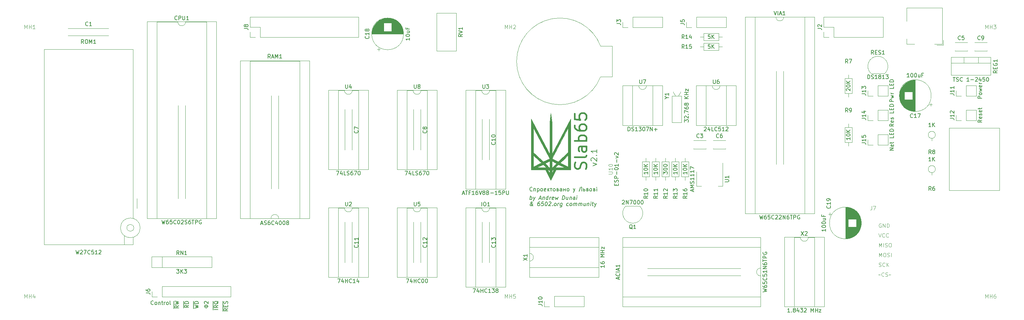
<source format=gbr>
%TF.GenerationSoftware,KiCad,Pcbnew,7.0.6*%
%TF.CreationDate,2023-08-20T22:38:02+03:00*%
%TF.ProjectId,main,6d61696e-2e6b-4696-9361-645f70636258,rev?*%
%TF.SameCoordinates,Original*%
%TF.FileFunction,Legend,Top*%
%TF.FilePolarity,Positive*%
%FSLAX46Y46*%
G04 Gerber Fmt 4.6, Leading zero omitted, Abs format (unit mm)*
G04 Created by KiCad (PCBNEW 7.0.6) date 2023-08-20 22:38:02*
%MOMM*%
%LPD*%
G01*
G04 APERTURE LIST*
%ADD10C,0.010160*%
%ADD11C,0.150000*%
%ADD12C,0.200000*%
%ADD13C,0.400000*%
%ADD14C,0.100000*%
%ADD15C,0.120000*%
G04 APERTURE END LIST*
D10*
X147990000Y60390002D02*
X147990000Y52140003D01*
X152789999Y61290002D01*
X152789999Y48090005D01*
X149040000Y48090005D01*
X147690000Y45390004D01*
X146340000Y48090004D01*
X146940000Y48090004D01*
X147390000Y47190004D01*
X147990000Y47190004D01*
X148440000Y48090004D01*
X148289999Y48090004D01*
X147990000Y47790004D01*
X147990000Y47190004D01*
X147390000Y47190004D01*
X147390000Y47790004D01*
X147090000Y48090004D01*
X146940000Y48090004D01*
X146340000Y48090004D01*
X146340000Y48090005D01*
X142590000Y48090005D01*
X142590000Y48690003D01*
X144090000Y48690003D01*
X146490000Y48690003D01*
X147990000Y48690003D01*
X148140000Y48690003D01*
X148889999Y48690003D01*
X151289998Y48690003D01*
X149640000Y49440003D01*
X148889999Y48690003D01*
X148140000Y48690003D01*
X149190000Y49740003D01*
X148889999Y49890004D01*
X150090000Y49890004D01*
X152190000Y48840003D01*
X152190000Y51840003D01*
X150090000Y49890004D01*
X148889999Y49890004D01*
X147990000Y50340003D01*
X147990000Y50340002D01*
X147990000Y48690003D01*
X146490000Y48690003D01*
X145740000Y49440003D01*
X144090000Y48690003D01*
X142590000Y48690003D01*
X142590000Y51840003D01*
X143190000Y51840003D01*
X143190001Y48840003D01*
X144990003Y49740005D01*
X146190000Y49740005D01*
X147240000Y48690004D01*
X147390000Y48690004D01*
X147390000Y50340003D01*
X146190000Y49740005D01*
X144990003Y49740005D01*
X145290000Y49890004D01*
X143190000Y51840003D01*
X142590000Y51840003D01*
X142590000Y52590004D01*
X143190000Y52590004D01*
X145740000Y50190004D01*
X147390000Y50940004D01*
X147990000Y50940004D01*
X149640000Y50190004D01*
X152190000Y52590004D01*
X152190000Y58890002D01*
X147990000Y50940004D01*
X147390000Y50940004D01*
X143190000Y58890002D01*
X143190000Y52590004D01*
X142590000Y52590004D01*
X142590000Y61290002D01*
X147390000Y52140005D01*
X147390000Y60390003D01*
X147686479Y62790002D01*
X147990000Y60390002D01*
G36*
X147990000Y60390002D02*
G01*
X147990000Y52140003D01*
X152789999Y61290002D01*
X152789999Y48090005D01*
X149040000Y48090005D01*
X147690000Y45390004D01*
X146340000Y48090004D01*
X146940000Y48090004D01*
X147390000Y47190004D01*
X147990000Y47190004D01*
X148440000Y48090004D01*
X148289999Y48090004D01*
X147990000Y47790004D01*
X147990000Y47190004D01*
X147390000Y47190004D01*
X147390000Y47790004D01*
X147090000Y48090004D01*
X146940000Y48090004D01*
X146340000Y48090004D01*
X146340000Y48090005D01*
X142590000Y48090005D01*
X142590000Y48690003D01*
X144090000Y48690003D01*
X146490000Y48690003D01*
X147990000Y48690003D01*
X148140000Y48690003D01*
X148889999Y48690003D01*
X151289998Y48690003D01*
X149640000Y49440003D01*
X148889999Y48690003D01*
X148140000Y48690003D01*
X149190000Y49740003D01*
X148889999Y49890004D01*
X150090000Y49890004D01*
X152190000Y48840003D01*
X152190000Y51840003D01*
X150090000Y49890004D01*
X148889999Y49890004D01*
X147990000Y50340003D01*
X147990000Y50340002D01*
X147990000Y48690003D01*
X146490000Y48690003D01*
X145740000Y49440003D01*
X144090000Y48690003D01*
X142590000Y48690003D01*
X142590000Y51840003D01*
X143190000Y51840003D01*
X143190001Y48840003D01*
X144990003Y49740005D01*
X146190000Y49740005D01*
X147240000Y48690004D01*
X147390000Y48690004D01*
X147390000Y50340003D01*
X146190000Y49740005D01*
X144990003Y49740005D01*
X145290000Y49890004D01*
X143190000Y51840003D01*
X142590000Y51840003D01*
X142590000Y52590004D01*
X143190000Y52590004D01*
X145740000Y50190004D01*
X147390000Y50940004D01*
X147990000Y50940004D01*
X149640000Y50190004D01*
X152190000Y52590004D01*
X152190000Y58890002D01*
X147990000Y50940004D01*
X147390000Y50940004D01*
X143190000Y58890002D01*
X143190000Y52590004D01*
X142590000Y52590004D01*
X142590000Y61290002D01*
X147390000Y52140005D01*
X147390000Y60390003D01*
X147686479Y62790002D01*
X147990000Y60390002D01*
G37*
D11*
X51304955Y12826622D02*
X50828764Y12493289D01*
X51304955Y12255194D02*
X50304955Y12255194D01*
X50304955Y12255194D02*
X50304955Y12636146D01*
X50304955Y12636146D02*
X50352574Y12731384D01*
X50352574Y12731384D02*
X50400193Y12779003D01*
X50400193Y12779003D02*
X50495431Y12826622D01*
X50495431Y12826622D02*
X50638288Y12826622D01*
X50638288Y12826622D02*
X50733526Y12779003D01*
X50733526Y12779003D02*
X50781145Y12731384D01*
X50781145Y12731384D02*
X50828764Y12636146D01*
X50828764Y12636146D02*
X50828764Y12255194D01*
X50304955Y13159956D02*
X51304955Y13398051D01*
X51304955Y13398051D02*
X50590669Y13588527D01*
X50590669Y13588527D02*
X51304955Y13779003D01*
X51304955Y13779003D02*
X50304955Y14017099D01*
X50027336Y12117099D02*
X50027336Y14059956D01*
X44723343Y13214059D02*
X44675724Y13166440D01*
X44675724Y13166440D02*
X44532867Y13118820D01*
X44532867Y13118820D02*
X44437629Y13118820D01*
X44437629Y13118820D02*
X44294772Y13166440D01*
X44294772Y13166440D02*
X44199534Y13261678D01*
X44199534Y13261678D02*
X44151915Y13356916D01*
X44151915Y13356916D02*
X44104296Y13547392D01*
X44104296Y13547392D02*
X44104296Y13690249D01*
X44104296Y13690249D02*
X44151915Y13880725D01*
X44151915Y13880725D02*
X44199534Y13975963D01*
X44199534Y13975963D02*
X44294772Y14071201D01*
X44294772Y14071201D02*
X44437629Y14118820D01*
X44437629Y14118820D02*
X44532867Y14118820D01*
X44532867Y14118820D02*
X44675724Y14071201D01*
X44675724Y14071201D02*
X44723343Y14023582D01*
X45294772Y13118820D02*
X45199534Y13166440D01*
X45199534Y13166440D02*
X45151915Y13214059D01*
X45151915Y13214059D02*
X45104296Y13309297D01*
X45104296Y13309297D02*
X45104296Y13595011D01*
X45104296Y13595011D02*
X45151915Y13690249D01*
X45151915Y13690249D02*
X45199534Y13737868D01*
X45199534Y13737868D02*
X45294772Y13785487D01*
X45294772Y13785487D02*
X45437629Y13785487D01*
X45437629Y13785487D02*
X45532867Y13737868D01*
X45532867Y13737868D02*
X45580486Y13690249D01*
X45580486Y13690249D02*
X45628105Y13595011D01*
X45628105Y13595011D02*
X45628105Y13309297D01*
X45628105Y13309297D02*
X45580486Y13214059D01*
X45580486Y13214059D02*
X45532867Y13166440D01*
X45532867Y13166440D02*
X45437629Y13118820D01*
X45437629Y13118820D02*
X45294772Y13118820D01*
X46056677Y13785487D02*
X46056677Y13118820D01*
X46056677Y13690249D02*
X46104296Y13737868D01*
X46104296Y13737868D02*
X46199534Y13785487D01*
X46199534Y13785487D02*
X46342391Y13785487D01*
X46342391Y13785487D02*
X46437629Y13737868D01*
X46437629Y13737868D02*
X46485248Y13642630D01*
X46485248Y13642630D02*
X46485248Y13118820D01*
X46818582Y13785487D02*
X47199534Y13785487D01*
X46961439Y14118820D02*
X46961439Y13261678D01*
X46961439Y13261678D02*
X47009058Y13166440D01*
X47009058Y13166440D02*
X47104296Y13118820D01*
X47104296Y13118820D02*
X47199534Y13118820D01*
X47532868Y13118820D02*
X47532868Y13785487D01*
X47532868Y13595011D02*
X47580487Y13690249D01*
X47580487Y13690249D02*
X47628106Y13737868D01*
X47628106Y13737868D02*
X47723344Y13785487D01*
X47723344Y13785487D02*
X47818582Y13785487D01*
X48294773Y13118820D02*
X48199535Y13166440D01*
X48199535Y13166440D02*
X48151916Y13214059D01*
X48151916Y13214059D02*
X48104297Y13309297D01*
X48104297Y13309297D02*
X48104297Y13595011D01*
X48104297Y13595011D02*
X48151916Y13690249D01*
X48151916Y13690249D02*
X48199535Y13737868D01*
X48199535Y13737868D02*
X48294773Y13785487D01*
X48294773Y13785487D02*
X48437630Y13785487D01*
X48437630Y13785487D02*
X48532868Y13737868D01*
X48532868Y13737868D02*
X48580487Y13690249D01*
X48580487Y13690249D02*
X48628106Y13595011D01*
X48628106Y13595011D02*
X48628106Y13309297D01*
X48628106Y13309297D02*
X48580487Y13214059D01*
X48580487Y13214059D02*
X48532868Y13166440D01*
X48532868Y13166440D02*
X48437630Y13118820D01*
X48437630Y13118820D02*
X48294773Y13118820D01*
X49199535Y13118820D02*
X49104297Y13166440D01*
X49104297Y13166440D02*
X49056678Y13261678D01*
X49056678Y13261678D02*
X49056678Y14118820D01*
X55384955Y12159956D02*
X56384955Y12398051D01*
X56384955Y12398051D02*
X55670669Y12588527D01*
X55670669Y12588527D02*
X56384955Y12779003D01*
X56384955Y12779003D02*
X55384955Y13017099D01*
X56384955Y13398051D02*
X55384955Y13398051D01*
X55384955Y13398051D02*
X55384955Y13636146D01*
X55384955Y13636146D02*
X55432574Y13779003D01*
X55432574Y13779003D02*
X55527812Y13874241D01*
X55527812Y13874241D02*
X55623050Y13921860D01*
X55623050Y13921860D02*
X55813526Y13969479D01*
X55813526Y13969479D02*
X55956383Y13969479D01*
X55956383Y13969479D02*
X56146859Y13921860D01*
X56146859Y13921860D02*
X56242097Y13874241D01*
X56242097Y13874241D02*
X56337336Y13779003D01*
X56337336Y13779003D02*
X56384955Y13636146D01*
X56384955Y13636146D02*
X56384955Y13398051D01*
X55107336Y12117099D02*
X55107336Y14059956D01*
D12*
X142283720Y40362784D02*
X142408720Y41362784D01*
X142361101Y40981832D02*
X142462292Y41029451D01*
X142462292Y41029451D02*
X142652768Y41029451D01*
X142652768Y41029451D02*
X142742054Y40981832D01*
X142742054Y40981832D02*
X142783720Y40934213D01*
X142783720Y40934213D02*
X142819435Y40838975D01*
X142819435Y40838975D02*
X142783720Y40553261D01*
X142783720Y40553261D02*
X142724197Y40458023D01*
X142724197Y40458023D02*
X142670625Y40410404D01*
X142670625Y40410404D02*
X142569435Y40362784D01*
X142569435Y40362784D02*
X142378958Y40362784D01*
X142378958Y40362784D02*
X142289673Y40410404D01*
X143176578Y41029451D02*
X143331340Y40362784D01*
X143652768Y41029451D02*
X143331340Y40362784D01*
X143331340Y40362784D02*
X143206340Y40124689D01*
X143206340Y40124689D02*
X143152768Y40077070D01*
X143152768Y40077070D02*
X143051578Y40029451D01*
X144700388Y40648499D02*
X145176578Y40648499D01*
X144569435Y40362784D02*
X145027769Y41362784D01*
X145027769Y41362784D02*
X145236102Y40362784D01*
X145652769Y41029451D02*
X145569435Y40362784D01*
X145640864Y40934213D02*
X145694435Y40981832D01*
X145694435Y40981832D02*
X145795626Y41029451D01*
X145795626Y41029451D02*
X145938483Y41029451D01*
X145938483Y41029451D02*
X146027769Y40981832D01*
X146027769Y40981832D02*
X146063483Y40886594D01*
X146063483Y40886594D02*
X145998007Y40362784D01*
X146902769Y40362784D02*
X147027769Y41362784D01*
X146908721Y40410404D02*
X146807531Y40362784D01*
X146807531Y40362784D02*
X146617055Y40362784D01*
X146617055Y40362784D02*
X146527769Y40410404D01*
X146527769Y40410404D02*
X146486102Y40458023D01*
X146486102Y40458023D02*
X146450388Y40553261D01*
X146450388Y40553261D02*
X146486102Y40838975D01*
X146486102Y40838975D02*
X146545626Y40934213D01*
X146545626Y40934213D02*
X146599197Y40981832D01*
X146599197Y40981832D02*
X146700388Y41029451D01*
X146700388Y41029451D02*
X146890864Y41029451D01*
X146890864Y41029451D02*
X146980150Y40981832D01*
X147378959Y40362784D02*
X147462293Y41029451D01*
X147438483Y40838975D02*
X147498007Y40934213D01*
X147498007Y40934213D02*
X147551578Y40981832D01*
X147551578Y40981832D02*
X147652769Y41029451D01*
X147652769Y41029451D02*
X147748007Y41029451D01*
X148384912Y40410404D02*
X148283722Y40362784D01*
X148283722Y40362784D02*
X148093245Y40362784D01*
X148093245Y40362784D02*
X148003960Y40410404D01*
X148003960Y40410404D02*
X147968245Y40505642D01*
X147968245Y40505642D02*
X148015865Y40886594D01*
X148015865Y40886594D02*
X148075388Y40981832D01*
X148075388Y40981832D02*
X148176579Y41029451D01*
X148176579Y41029451D02*
X148367055Y41029451D01*
X148367055Y41029451D02*
X148456341Y40981832D01*
X148456341Y40981832D02*
X148492055Y40886594D01*
X148492055Y40886594D02*
X148480150Y40791356D01*
X148480150Y40791356D02*
X147992055Y40696118D01*
X148843246Y41029451D02*
X148950388Y40362784D01*
X148950388Y40362784D02*
X149200388Y40838975D01*
X149200388Y40838975D02*
X149331341Y40362784D01*
X149331341Y40362784D02*
X149605150Y41029451D01*
X150664674Y40362784D02*
X150789674Y41362784D01*
X150789674Y41362784D02*
X151027770Y41362784D01*
X151027770Y41362784D02*
X151164674Y41315165D01*
X151164674Y41315165D02*
X151248008Y41219927D01*
X151248008Y41219927D02*
X151283722Y41124689D01*
X151283722Y41124689D02*
X151307532Y40934213D01*
X151307532Y40934213D02*
X151289674Y40791356D01*
X151289674Y40791356D02*
X151218246Y40600880D01*
X151218246Y40600880D02*
X151158722Y40505642D01*
X151158722Y40505642D02*
X151051579Y40410404D01*
X151051579Y40410404D02*
X150902770Y40362784D01*
X150902770Y40362784D02*
X150664674Y40362784D01*
X152176579Y41029451D02*
X152093246Y40362784D01*
X151748008Y41029451D02*
X151682532Y40505642D01*
X151682532Y40505642D02*
X151718246Y40410404D01*
X151718246Y40410404D02*
X151807532Y40362784D01*
X151807532Y40362784D02*
X151950389Y40362784D01*
X151950389Y40362784D02*
X152051579Y40410404D01*
X152051579Y40410404D02*
X152105151Y40458023D01*
X152652770Y41029451D02*
X152569436Y40362784D01*
X152640865Y40934213D02*
X152694436Y40981832D01*
X152694436Y40981832D02*
X152795627Y41029451D01*
X152795627Y41029451D02*
X152938484Y41029451D01*
X152938484Y41029451D02*
X153027770Y40981832D01*
X153027770Y40981832D02*
X153063484Y40886594D01*
X153063484Y40886594D02*
X152998008Y40362784D01*
X153902770Y40362784D02*
X153968246Y40886594D01*
X153968246Y40886594D02*
X153932532Y40981832D01*
X153932532Y40981832D02*
X153843246Y41029451D01*
X153843246Y41029451D02*
X153652770Y41029451D01*
X153652770Y41029451D02*
X153551579Y40981832D01*
X153908722Y40410404D02*
X153807532Y40362784D01*
X153807532Y40362784D02*
X153569436Y40362784D01*
X153569436Y40362784D02*
X153480151Y40410404D01*
X153480151Y40410404D02*
X153444436Y40505642D01*
X153444436Y40505642D02*
X153456341Y40600880D01*
X153456341Y40600880D02*
X153515865Y40696118D01*
X153515865Y40696118D02*
X153617056Y40743737D01*
X153617056Y40743737D02*
X153855151Y40743737D01*
X153855151Y40743737D02*
X153956341Y40791356D01*
X154378960Y40362784D02*
X154462294Y41029451D01*
X154503960Y41362784D02*
X154450389Y41315165D01*
X154450389Y41315165D02*
X154492056Y41267546D01*
X154492056Y41267546D02*
X154545627Y41315165D01*
X154545627Y41315165D02*
X154503960Y41362784D01*
X154503960Y41362784D02*
X154492056Y41267546D01*
X143093244Y38752784D02*
X143045625Y38752784D01*
X143045625Y38752784D02*
X142956339Y38800404D01*
X142956339Y38800404D02*
X142831339Y38943261D01*
X142831339Y38943261D02*
X142628958Y39228975D01*
X142628958Y39228975D02*
X142551578Y39371832D01*
X142551578Y39371832D02*
X142521816Y39514689D01*
X142521816Y39514689D02*
X142533720Y39609927D01*
X142533720Y39609927D02*
X142593244Y39705165D01*
X142593244Y39705165D02*
X142694435Y39752784D01*
X142694435Y39752784D02*
X142742054Y39752784D01*
X142742054Y39752784D02*
X142831339Y39705165D01*
X142831339Y39705165D02*
X142867054Y39609927D01*
X142867054Y39609927D02*
X142861101Y39562308D01*
X142861101Y39562308D02*
X142801578Y39467070D01*
X142801578Y39467070D02*
X142748006Y39419451D01*
X142748006Y39419451D02*
X142438482Y39228975D01*
X142438482Y39228975D02*
X142384911Y39181356D01*
X142384911Y39181356D02*
X142325387Y39086118D01*
X142325387Y39086118D02*
X142307530Y38943261D01*
X142307530Y38943261D02*
X142343244Y38848023D01*
X142343244Y38848023D02*
X142384911Y38800404D01*
X142384911Y38800404D02*
X142474197Y38752784D01*
X142474197Y38752784D02*
X142617054Y38752784D01*
X142617054Y38752784D02*
X142718244Y38800404D01*
X142718244Y38800404D02*
X142771816Y38848023D01*
X142771816Y38848023D02*
X142938482Y39038499D01*
X142938482Y39038499D02*
X143003958Y39181356D01*
X143003958Y39181356D02*
X143015863Y39276594D01*
X144837292Y39752784D02*
X144646816Y39752784D01*
X144646816Y39752784D02*
X144545625Y39705165D01*
X144545625Y39705165D02*
X144492054Y39657546D01*
X144492054Y39657546D02*
X144378958Y39514689D01*
X144378958Y39514689D02*
X144307530Y39324213D01*
X144307530Y39324213D02*
X144259911Y38943261D01*
X144259911Y38943261D02*
X144295625Y38848023D01*
X144295625Y38848023D02*
X144337292Y38800404D01*
X144337292Y38800404D02*
X144426578Y38752784D01*
X144426578Y38752784D02*
X144617054Y38752784D01*
X144617054Y38752784D02*
X144718244Y38800404D01*
X144718244Y38800404D02*
X144771816Y38848023D01*
X144771816Y38848023D02*
X144831339Y38943261D01*
X144831339Y38943261D02*
X144861101Y39181356D01*
X144861101Y39181356D02*
X144825387Y39276594D01*
X144825387Y39276594D02*
X144783720Y39324213D01*
X144783720Y39324213D02*
X144694435Y39371832D01*
X144694435Y39371832D02*
X144503958Y39371832D01*
X144503958Y39371832D02*
X144402768Y39324213D01*
X144402768Y39324213D02*
X144349197Y39276594D01*
X144349197Y39276594D02*
X144289673Y39181356D01*
X145837292Y39752784D02*
X145361101Y39752784D01*
X145361101Y39752784D02*
X145253959Y39276594D01*
X145253959Y39276594D02*
X145307530Y39324213D01*
X145307530Y39324213D02*
X145408720Y39371832D01*
X145408720Y39371832D02*
X145646816Y39371832D01*
X145646816Y39371832D02*
X145736101Y39324213D01*
X145736101Y39324213D02*
X145777768Y39276594D01*
X145777768Y39276594D02*
X145813482Y39181356D01*
X145813482Y39181356D02*
X145783720Y38943261D01*
X145783720Y38943261D02*
X145724197Y38848023D01*
X145724197Y38848023D02*
X145670625Y38800404D01*
X145670625Y38800404D02*
X145569435Y38752784D01*
X145569435Y38752784D02*
X145331339Y38752784D01*
X145331339Y38752784D02*
X145242054Y38800404D01*
X145242054Y38800404D02*
X145200387Y38848023D01*
X146503959Y39752784D02*
X146599197Y39752784D01*
X146599197Y39752784D02*
X146688482Y39705165D01*
X146688482Y39705165D02*
X146730149Y39657546D01*
X146730149Y39657546D02*
X146765863Y39562308D01*
X146765863Y39562308D02*
X146789673Y39371832D01*
X146789673Y39371832D02*
X146759911Y39133737D01*
X146759911Y39133737D02*
X146688482Y38943261D01*
X146688482Y38943261D02*
X146628959Y38848023D01*
X146628959Y38848023D02*
X146575387Y38800404D01*
X146575387Y38800404D02*
X146474197Y38752784D01*
X146474197Y38752784D02*
X146378959Y38752784D01*
X146378959Y38752784D02*
X146289673Y38800404D01*
X146289673Y38800404D02*
X146248006Y38848023D01*
X146248006Y38848023D02*
X146212292Y38943261D01*
X146212292Y38943261D02*
X146188482Y39133737D01*
X146188482Y39133737D02*
X146218244Y39371832D01*
X146218244Y39371832D02*
X146289673Y39562308D01*
X146289673Y39562308D02*
X146349197Y39657546D01*
X146349197Y39657546D02*
X146402768Y39705165D01*
X146402768Y39705165D02*
X146503959Y39752784D01*
X147206340Y39657546D02*
X147259911Y39705165D01*
X147259911Y39705165D02*
X147361101Y39752784D01*
X147361101Y39752784D02*
X147599197Y39752784D01*
X147599197Y39752784D02*
X147688482Y39705165D01*
X147688482Y39705165D02*
X147730149Y39657546D01*
X147730149Y39657546D02*
X147765863Y39562308D01*
X147765863Y39562308D02*
X147753959Y39467070D01*
X147753959Y39467070D02*
X147688482Y39324213D01*
X147688482Y39324213D02*
X147045625Y38752784D01*
X147045625Y38752784D02*
X147664673Y38752784D01*
X148105149Y38848023D02*
X148146816Y38800404D01*
X148146816Y38800404D02*
X148093244Y38752784D01*
X148093244Y38752784D02*
X148051578Y38800404D01*
X148051578Y38800404D02*
X148105149Y38848023D01*
X148105149Y38848023D02*
X148093244Y38752784D01*
X148712292Y38752784D02*
X148623006Y38800404D01*
X148623006Y38800404D02*
X148581339Y38848023D01*
X148581339Y38848023D02*
X148545625Y38943261D01*
X148545625Y38943261D02*
X148581339Y39228975D01*
X148581339Y39228975D02*
X148640863Y39324213D01*
X148640863Y39324213D02*
X148694434Y39371832D01*
X148694434Y39371832D02*
X148795625Y39419451D01*
X148795625Y39419451D02*
X148938482Y39419451D01*
X148938482Y39419451D02*
X149027768Y39371832D01*
X149027768Y39371832D02*
X149069434Y39324213D01*
X149069434Y39324213D02*
X149105149Y39228975D01*
X149105149Y39228975D02*
X149069434Y38943261D01*
X149069434Y38943261D02*
X149009911Y38848023D01*
X149009911Y38848023D02*
X148956339Y38800404D01*
X148956339Y38800404D02*
X148855149Y38752784D01*
X148855149Y38752784D02*
X148712292Y38752784D01*
X149474196Y38752784D02*
X149557530Y39419451D01*
X149533720Y39228975D02*
X149593244Y39324213D01*
X149593244Y39324213D02*
X149646815Y39371832D01*
X149646815Y39371832D02*
X149748006Y39419451D01*
X149748006Y39419451D02*
X149843244Y39419451D01*
X150605149Y39419451D02*
X150503959Y38609927D01*
X150503959Y38609927D02*
X150444435Y38514689D01*
X150444435Y38514689D02*
X150390863Y38467070D01*
X150390863Y38467070D02*
X150289673Y38419451D01*
X150289673Y38419451D02*
X150146816Y38419451D01*
X150146816Y38419451D02*
X150057530Y38467070D01*
X150527768Y38800404D02*
X150426578Y38752784D01*
X150426578Y38752784D02*
X150236102Y38752784D01*
X150236102Y38752784D02*
X150146816Y38800404D01*
X150146816Y38800404D02*
X150105149Y38848023D01*
X150105149Y38848023D02*
X150069435Y38943261D01*
X150069435Y38943261D02*
X150105149Y39228975D01*
X150105149Y39228975D02*
X150164673Y39324213D01*
X150164673Y39324213D02*
X150218244Y39371832D01*
X150218244Y39371832D02*
X150319435Y39419451D01*
X150319435Y39419451D02*
X150509911Y39419451D01*
X150509911Y39419451D02*
X150599197Y39371832D01*
X152194435Y38800404D02*
X152093245Y38752784D01*
X152093245Y38752784D02*
X151902769Y38752784D01*
X151902769Y38752784D02*
X151813483Y38800404D01*
X151813483Y38800404D02*
X151771816Y38848023D01*
X151771816Y38848023D02*
X151736102Y38943261D01*
X151736102Y38943261D02*
X151771816Y39228975D01*
X151771816Y39228975D02*
X151831340Y39324213D01*
X151831340Y39324213D02*
X151884911Y39371832D01*
X151884911Y39371832D02*
X151986102Y39419451D01*
X151986102Y39419451D02*
X152176578Y39419451D01*
X152176578Y39419451D02*
X152265864Y39371832D01*
X152759912Y38752784D02*
X152670626Y38800404D01*
X152670626Y38800404D02*
X152628959Y38848023D01*
X152628959Y38848023D02*
X152593245Y38943261D01*
X152593245Y38943261D02*
X152628959Y39228975D01*
X152628959Y39228975D02*
X152688483Y39324213D01*
X152688483Y39324213D02*
X152742054Y39371832D01*
X152742054Y39371832D02*
X152843245Y39419451D01*
X152843245Y39419451D02*
X152986102Y39419451D01*
X152986102Y39419451D02*
X153075388Y39371832D01*
X153075388Y39371832D02*
X153117054Y39324213D01*
X153117054Y39324213D02*
X153152769Y39228975D01*
X153152769Y39228975D02*
X153117054Y38943261D01*
X153117054Y38943261D02*
X153057531Y38848023D01*
X153057531Y38848023D02*
X153003959Y38800404D01*
X153003959Y38800404D02*
X152902769Y38752784D01*
X152902769Y38752784D02*
X152759912Y38752784D01*
X153521816Y38752784D02*
X153605150Y39419451D01*
X153593245Y39324213D02*
X153646816Y39371832D01*
X153646816Y39371832D02*
X153748007Y39419451D01*
X153748007Y39419451D02*
X153890864Y39419451D01*
X153890864Y39419451D02*
X153980150Y39371832D01*
X153980150Y39371832D02*
X154015864Y39276594D01*
X154015864Y39276594D02*
X153950388Y38752784D01*
X154015864Y39276594D02*
X154075388Y39371832D01*
X154075388Y39371832D02*
X154176578Y39419451D01*
X154176578Y39419451D02*
X154319435Y39419451D01*
X154319435Y39419451D02*
X154408721Y39371832D01*
X154408721Y39371832D02*
X154444435Y39276594D01*
X154444435Y39276594D02*
X154378959Y38752784D01*
X154855149Y38752784D02*
X154938483Y39419451D01*
X154926578Y39324213D02*
X154980149Y39371832D01*
X154980149Y39371832D02*
X155081340Y39419451D01*
X155081340Y39419451D02*
X155224197Y39419451D01*
X155224197Y39419451D02*
X155313483Y39371832D01*
X155313483Y39371832D02*
X155349197Y39276594D01*
X155349197Y39276594D02*
X155283721Y38752784D01*
X155349197Y39276594D02*
X155408721Y39371832D01*
X155408721Y39371832D02*
X155509911Y39419451D01*
X155509911Y39419451D02*
X155652768Y39419451D01*
X155652768Y39419451D02*
X155742054Y39371832D01*
X155742054Y39371832D02*
X155777768Y39276594D01*
X155777768Y39276594D02*
X155712292Y38752784D01*
X156700387Y39419451D02*
X156617054Y38752784D01*
X156271816Y39419451D02*
X156206340Y38895642D01*
X156206340Y38895642D02*
X156242054Y38800404D01*
X156242054Y38800404D02*
X156331340Y38752784D01*
X156331340Y38752784D02*
X156474197Y38752784D01*
X156474197Y38752784D02*
X156575387Y38800404D01*
X156575387Y38800404D02*
X156628959Y38848023D01*
X157176578Y39419451D02*
X157093244Y38752784D01*
X157164673Y39324213D02*
X157218244Y39371832D01*
X157218244Y39371832D02*
X157319435Y39419451D01*
X157319435Y39419451D02*
X157462292Y39419451D01*
X157462292Y39419451D02*
X157551578Y39371832D01*
X157551578Y39371832D02*
X157587292Y39276594D01*
X157587292Y39276594D02*
X157521816Y38752784D01*
X157998006Y38752784D02*
X158081340Y39419451D01*
X158123006Y39752784D02*
X158069435Y39705165D01*
X158069435Y39705165D02*
X158111102Y39657546D01*
X158111102Y39657546D02*
X158164673Y39705165D01*
X158164673Y39705165D02*
X158123006Y39752784D01*
X158123006Y39752784D02*
X158111102Y39657546D01*
X158414673Y39419451D02*
X158795625Y39419451D01*
X158599196Y39752784D02*
X158492054Y38895642D01*
X158492054Y38895642D02*
X158527768Y38800404D01*
X158527768Y38800404D02*
X158617054Y38752784D01*
X158617054Y38752784D02*
X158712292Y38752784D01*
X159033721Y39419451D02*
X159188483Y38752784D01*
X159509911Y39419451D02*
X159188483Y38752784D01*
X159188483Y38752784D02*
X159063483Y38514689D01*
X159063483Y38514689D02*
X159009911Y38467070D01*
X159009911Y38467070D02*
X158908721Y38419451D01*
D11*
X61464955Y11874242D02*
X60464955Y11874242D01*
X61464955Y12921860D02*
X60988764Y12588527D01*
X61464955Y12350432D02*
X60464955Y12350432D01*
X60464955Y12350432D02*
X60464955Y12731384D01*
X60464955Y12731384D02*
X60512574Y12826622D01*
X60512574Y12826622D02*
X60560193Y12874241D01*
X60560193Y12874241D02*
X60655431Y12921860D01*
X60655431Y12921860D02*
X60798288Y12921860D01*
X60798288Y12921860D02*
X60893526Y12874241D01*
X60893526Y12874241D02*
X60941145Y12826622D01*
X60941145Y12826622D02*
X60988764Y12731384D01*
X60988764Y12731384D02*
X60988764Y12350432D01*
X61560193Y14017098D02*
X61512574Y13921860D01*
X61512574Y13921860D02*
X61417336Y13826622D01*
X61417336Y13826622D02*
X61274478Y13683765D01*
X61274478Y13683765D02*
X61226859Y13588527D01*
X61226859Y13588527D02*
X61226859Y13493289D01*
X61464955Y13540908D02*
X61417336Y13445670D01*
X61417336Y13445670D02*
X61322097Y13350432D01*
X61322097Y13350432D02*
X61131621Y13302813D01*
X61131621Y13302813D02*
X60798288Y13302813D01*
X60798288Y13302813D02*
X60607812Y13350432D01*
X60607812Y13350432D02*
X60512574Y13445670D01*
X60512574Y13445670D02*
X60464955Y13540908D01*
X60464955Y13540908D02*
X60464955Y13731384D01*
X60464955Y13731384D02*
X60512574Y13826622D01*
X60512574Y13826622D02*
X60607812Y13921860D01*
X60607812Y13921860D02*
X60798288Y13969479D01*
X60798288Y13969479D02*
X61131621Y13969479D01*
X61131621Y13969479D02*
X61322097Y13921860D01*
X61322097Y13921860D02*
X61417336Y13826622D01*
X61417336Y13826622D02*
X61464955Y13731384D01*
X61464955Y13731384D02*
X61464955Y13540908D01*
X60187336Y11736147D02*
X60187336Y14059956D01*
D12*
X158616028Y49125867D02*
X159616028Y49483010D01*
X159616028Y49483010D02*
X158616028Y49840153D01*
X158258885Y50340153D02*
X158187457Y50411581D01*
X158187457Y50411581D02*
X158116028Y50554439D01*
X158116028Y50554439D02*
X158116028Y50911581D01*
X158116028Y50911581D02*
X158187457Y51054439D01*
X158187457Y51054439D02*
X158258885Y51125867D01*
X158258885Y51125867D02*
X158401742Y51197296D01*
X158401742Y51197296D02*
X158544600Y51197296D01*
X158544600Y51197296D02*
X158758885Y51125867D01*
X158758885Y51125867D02*
X159616028Y50268724D01*
X159616028Y50268724D02*
X159616028Y51197296D01*
X159473171Y51840152D02*
X159544600Y51911581D01*
X159544600Y51911581D02*
X159616028Y51840152D01*
X159616028Y51840152D02*
X159544600Y51768724D01*
X159544600Y51768724D02*
X159473171Y51840152D01*
X159473171Y51840152D02*
X159616028Y51840152D01*
X159616028Y53340153D02*
X159616028Y52483010D01*
X159616028Y52911581D02*
X158116028Y52911581D01*
X158116028Y52911581D02*
X158330314Y52768724D01*
X158330314Y52768724D02*
X158473171Y52625867D01*
X158473171Y52625867D02*
X158544600Y52483010D01*
D13*
X156739200Y48344589D02*
X156882057Y48773161D01*
X156882057Y48773161D02*
X156882057Y49487446D01*
X156882057Y49487446D02*
X156739200Y49773161D01*
X156739200Y49773161D02*
X156596342Y49916018D01*
X156596342Y49916018D02*
X156310628Y50058875D01*
X156310628Y50058875D02*
X156024914Y50058875D01*
X156024914Y50058875D02*
X155739200Y49916018D01*
X155739200Y49916018D02*
X155596342Y49773161D01*
X155596342Y49773161D02*
X155453485Y49487446D01*
X155453485Y49487446D02*
X155310628Y48916018D01*
X155310628Y48916018D02*
X155167771Y48630303D01*
X155167771Y48630303D02*
X155024914Y48487446D01*
X155024914Y48487446D02*
X154739200Y48344589D01*
X154739200Y48344589D02*
X154453485Y48344589D01*
X154453485Y48344589D02*
X154167771Y48487446D01*
X154167771Y48487446D02*
X154024914Y48630303D01*
X154024914Y48630303D02*
X153882057Y48916018D01*
X153882057Y48916018D02*
X153882057Y49630303D01*
X153882057Y49630303D02*
X154024914Y50058875D01*
X156882057Y51773161D02*
X156739200Y51487446D01*
X156739200Y51487446D02*
X156453485Y51344589D01*
X156453485Y51344589D02*
X153882057Y51344589D01*
X156882057Y54201733D02*
X155310628Y54201733D01*
X155310628Y54201733D02*
X155024914Y54058875D01*
X155024914Y54058875D02*
X154882057Y53773161D01*
X154882057Y53773161D02*
X154882057Y53201733D01*
X154882057Y53201733D02*
X155024914Y52916018D01*
X156739200Y54201733D02*
X156882057Y53916018D01*
X156882057Y53916018D02*
X156882057Y53201733D01*
X156882057Y53201733D02*
X156739200Y52916018D01*
X156739200Y52916018D02*
X156453485Y52773161D01*
X156453485Y52773161D02*
X156167771Y52773161D01*
X156167771Y52773161D02*
X155882057Y52916018D01*
X155882057Y52916018D02*
X155739200Y53201733D01*
X155739200Y53201733D02*
X155739200Y53916018D01*
X155739200Y53916018D02*
X155596342Y54201733D01*
X156882057Y55630304D02*
X153882057Y55630304D01*
X155024914Y55630304D02*
X154882057Y55916019D01*
X154882057Y55916019D02*
X154882057Y56487447D01*
X154882057Y56487447D02*
X155024914Y56773161D01*
X155024914Y56773161D02*
X155167771Y56916019D01*
X155167771Y56916019D02*
X155453485Y57058876D01*
X155453485Y57058876D02*
X156310628Y57058876D01*
X156310628Y57058876D02*
X156596342Y56916019D01*
X156596342Y56916019D02*
X156739200Y56773161D01*
X156739200Y56773161D02*
X156882057Y56487447D01*
X156882057Y56487447D02*
X156882057Y55916019D01*
X156882057Y55916019D02*
X156739200Y55630304D01*
X153882057Y59630305D02*
X153882057Y59058876D01*
X153882057Y59058876D02*
X154024914Y58773162D01*
X154024914Y58773162D02*
X154167771Y58630305D01*
X154167771Y58630305D02*
X154596342Y58344590D01*
X154596342Y58344590D02*
X155167771Y58201733D01*
X155167771Y58201733D02*
X156310628Y58201733D01*
X156310628Y58201733D02*
X156596342Y58344590D01*
X156596342Y58344590D02*
X156739200Y58487447D01*
X156739200Y58487447D02*
X156882057Y58773162D01*
X156882057Y58773162D02*
X156882057Y59344590D01*
X156882057Y59344590D02*
X156739200Y59630305D01*
X156739200Y59630305D02*
X156596342Y59773162D01*
X156596342Y59773162D02*
X156310628Y59916019D01*
X156310628Y59916019D02*
X155596342Y59916019D01*
X155596342Y59916019D02*
X155310628Y59773162D01*
X155310628Y59773162D02*
X155167771Y59630305D01*
X155167771Y59630305D02*
X155024914Y59344590D01*
X155024914Y59344590D02*
X155024914Y58773162D01*
X155024914Y58773162D02*
X155167771Y58487447D01*
X155167771Y58487447D02*
X155310628Y58344590D01*
X155310628Y58344590D02*
X155596342Y58201733D01*
X153882057Y62630305D02*
X153882057Y61201733D01*
X153882057Y61201733D02*
X155310628Y61058876D01*
X155310628Y61058876D02*
X155167771Y61201733D01*
X155167771Y61201733D02*
X155024914Y61487448D01*
X155024914Y61487448D02*
X155024914Y62201733D01*
X155024914Y62201733D02*
X155167771Y62487448D01*
X155167771Y62487448D02*
X155310628Y62630305D01*
X155310628Y62630305D02*
X155596342Y62773162D01*
X155596342Y62773162D02*
X156310628Y62773162D01*
X156310628Y62773162D02*
X156596342Y62630305D01*
X156596342Y62630305D02*
X156739200Y62487448D01*
X156739200Y62487448D02*
X156882057Y62201733D01*
X156882057Y62201733D02*
X156882057Y61487448D01*
X156882057Y61487448D02*
X156739200Y61201733D01*
X156739200Y61201733D02*
X156596342Y61058876D01*
D11*
X53844955Y12969479D02*
X53368764Y12636146D01*
X53844955Y12398051D02*
X52844955Y12398051D01*
X52844955Y12398051D02*
X52844955Y12779003D01*
X52844955Y12779003D02*
X52892574Y12874241D01*
X52892574Y12874241D02*
X52940193Y12921860D01*
X52940193Y12921860D02*
X53035431Y12969479D01*
X53035431Y12969479D02*
X53178288Y12969479D01*
X53178288Y12969479D02*
X53273526Y12921860D01*
X53273526Y12921860D02*
X53321145Y12874241D01*
X53321145Y12874241D02*
X53368764Y12779003D01*
X53368764Y12779003D02*
X53368764Y12398051D01*
X53844955Y13398051D02*
X52844955Y13398051D01*
X52844955Y13398051D02*
X52844955Y13636146D01*
X52844955Y13636146D02*
X52892574Y13779003D01*
X52892574Y13779003D02*
X52987812Y13874241D01*
X52987812Y13874241D02*
X53083050Y13921860D01*
X53083050Y13921860D02*
X53273526Y13969479D01*
X53273526Y13969479D02*
X53416383Y13969479D01*
X53416383Y13969479D02*
X53606859Y13921860D01*
X53606859Y13921860D02*
X53702097Y13874241D01*
X53702097Y13874241D02*
X53797336Y13779003D01*
X53797336Y13779003D02*
X53844955Y13636146D01*
X53844955Y13636146D02*
X53844955Y13398051D01*
X52567336Y12259956D02*
X52567336Y14059956D01*
X58924955Y12683765D02*
X57924955Y12683765D01*
X58067812Y12588527D02*
X58067812Y12779003D01*
X58067812Y12779003D02*
X58115431Y12921860D01*
X58115431Y12921860D02*
X58210669Y13017098D01*
X58210669Y13017098D02*
X58305907Y13064717D01*
X58305907Y13064717D02*
X58496383Y13064717D01*
X58496383Y13064717D02*
X58591621Y13017098D01*
X58591621Y13017098D02*
X58686859Y12921860D01*
X58686859Y12921860D02*
X58734478Y12779003D01*
X58734478Y12779003D02*
X58734478Y12588527D01*
X58734478Y12588527D02*
X58686859Y12445670D01*
X58686859Y12445670D02*
X58591621Y12350432D01*
X58591621Y12350432D02*
X58496383Y12302813D01*
X58496383Y12302813D02*
X58305907Y12302813D01*
X58305907Y12302813D02*
X58210669Y12350432D01*
X58210669Y12350432D02*
X58115431Y12445670D01*
X58115431Y12445670D02*
X58067812Y12588527D01*
X58020193Y13398051D02*
X57972574Y13445670D01*
X57972574Y13445670D02*
X57924955Y13540908D01*
X57924955Y13540908D02*
X57924955Y13779003D01*
X57924955Y13779003D02*
X57972574Y13874241D01*
X57972574Y13874241D02*
X58020193Y13921860D01*
X58020193Y13921860D02*
X58115431Y13969479D01*
X58115431Y13969479D02*
X58210669Y13969479D01*
X58210669Y13969479D02*
X58353526Y13921860D01*
X58353526Y13921860D02*
X58924955Y13350432D01*
X58924955Y13350432D02*
X58924955Y13969479D01*
D12*
X142861101Y42658023D02*
X142813482Y42610404D01*
X142813482Y42610404D02*
X142670625Y42562784D01*
X142670625Y42562784D02*
X142575387Y42562784D01*
X142575387Y42562784D02*
X142432530Y42610404D01*
X142432530Y42610404D02*
X142337292Y42705642D01*
X142337292Y42705642D02*
X142289673Y42800880D01*
X142289673Y42800880D02*
X142242054Y42991356D01*
X142242054Y42991356D02*
X142242054Y43134213D01*
X142242054Y43134213D02*
X142289673Y43324689D01*
X142289673Y43324689D02*
X142337292Y43419927D01*
X142337292Y43419927D02*
X142432530Y43515165D01*
X142432530Y43515165D02*
X142575387Y43562784D01*
X142575387Y43562784D02*
X142670625Y43562784D01*
X142670625Y43562784D02*
X142813482Y43515165D01*
X142813482Y43515165D02*
X142861101Y43467546D01*
X143289673Y42562784D02*
X143289673Y43229451D01*
X143289673Y43229451D02*
X143718244Y43229451D01*
X143718244Y43229451D02*
X143718244Y42562784D01*
X144194435Y43229451D02*
X144194435Y42229451D01*
X144194435Y43181832D02*
X144289673Y43229451D01*
X144289673Y43229451D02*
X144480149Y43229451D01*
X144480149Y43229451D02*
X144575387Y43181832D01*
X144575387Y43181832D02*
X144623006Y43134213D01*
X144623006Y43134213D02*
X144670625Y43038975D01*
X144670625Y43038975D02*
X144670625Y42753261D01*
X144670625Y42753261D02*
X144623006Y42658023D01*
X144623006Y42658023D02*
X144575387Y42610404D01*
X144575387Y42610404D02*
X144480149Y42562784D01*
X144480149Y42562784D02*
X144289673Y42562784D01*
X144289673Y42562784D02*
X144194435Y42610404D01*
X145242054Y42562784D02*
X145146816Y42610404D01*
X145146816Y42610404D02*
X145099197Y42658023D01*
X145099197Y42658023D02*
X145051578Y42753261D01*
X145051578Y42753261D02*
X145051578Y43038975D01*
X145051578Y43038975D02*
X145099197Y43134213D01*
X145099197Y43134213D02*
X145146816Y43181832D01*
X145146816Y43181832D02*
X145242054Y43229451D01*
X145242054Y43229451D02*
X145384911Y43229451D01*
X145384911Y43229451D02*
X145480149Y43181832D01*
X145480149Y43181832D02*
X145527768Y43134213D01*
X145527768Y43134213D02*
X145575387Y43038975D01*
X145575387Y43038975D02*
X145575387Y42753261D01*
X145575387Y42753261D02*
X145527768Y42658023D01*
X145527768Y42658023D02*
X145480149Y42610404D01*
X145480149Y42610404D02*
X145384911Y42562784D01*
X145384911Y42562784D02*
X145242054Y42562784D01*
X146384911Y42610404D02*
X146289673Y42562784D01*
X146289673Y42562784D02*
X146099197Y42562784D01*
X146099197Y42562784D02*
X146003959Y42610404D01*
X146003959Y42610404D02*
X145956340Y42705642D01*
X145956340Y42705642D02*
X145956340Y43086594D01*
X145956340Y43086594D02*
X146003959Y43181832D01*
X146003959Y43181832D02*
X146099197Y43229451D01*
X146099197Y43229451D02*
X146289673Y43229451D01*
X146289673Y43229451D02*
X146384911Y43181832D01*
X146384911Y43181832D02*
X146432530Y43086594D01*
X146432530Y43086594D02*
X146432530Y42991356D01*
X146432530Y42991356D02*
X145956340Y42896118D01*
X146861102Y43229451D02*
X146861102Y42562784D01*
X146956340Y42943737D02*
X147242054Y42562784D01*
X147242054Y43229451D02*
X146861102Y42848499D01*
X147527769Y43229451D02*
X148003959Y43229451D01*
X147765864Y43229451D02*
X147765864Y42562784D01*
X148480150Y42562784D02*
X148384912Y42610404D01*
X148384912Y42610404D02*
X148337293Y42658023D01*
X148337293Y42658023D02*
X148289674Y42753261D01*
X148289674Y42753261D02*
X148289674Y43038975D01*
X148289674Y43038975D02*
X148337293Y43134213D01*
X148337293Y43134213D02*
X148384912Y43181832D01*
X148384912Y43181832D02*
X148480150Y43229451D01*
X148480150Y43229451D02*
X148623007Y43229451D01*
X148623007Y43229451D02*
X148718245Y43181832D01*
X148718245Y43181832D02*
X148765864Y43134213D01*
X148765864Y43134213D02*
X148813483Y43038975D01*
X148813483Y43038975D02*
X148813483Y42753261D01*
X148813483Y42753261D02*
X148765864Y42658023D01*
X148765864Y42658023D02*
X148718245Y42610404D01*
X148718245Y42610404D02*
X148623007Y42562784D01*
X148623007Y42562784D02*
X148480150Y42562784D01*
X149480150Y42896118D02*
X149623007Y42848499D01*
X149623007Y42848499D02*
X149670626Y42753261D01*
X149670626Y42753261D02*
X149670626Y42705642D01*
X149670626Y42705642D02*
X149623007Y42610404D01*
X149623007Y42610404D02*
X149527769Y42562784D01*
X149527769Y42562784D02*
X149242055Y42562784D01*
X149242055Y42562784D02*
X149242055Y43229451D01*
X149242055Y43229451D02*
X149480150Y43229451D01*
X149480150Y43229451D02*
X149575388Y43181832D01*
X149575388Y43181832D02*
X149623007Y43086594D01*
X149623007Y43086594D02*
X149623007Y43038975D01*
X149623007Y43038975D02*
X149575388Y42943737D01*
X149575388Y42943737D02*
X149480150Y42896118D01*
X149480150Y42896118D02*
X149242055Y42896118D01*
X150527769Y42562784D02*
X150527769Y43086594D01*
X150527769Y43086594D02*
X150480150Y43181832D01*
X150480150Y43181832D02*
X150384912Y43229451D01*
X150384912Y43229451D02*
X150194436Y43229451D01*
X150194436Y43229451D02*
X150099198Y43181832D01*
X150527769Y42610404D02*
X150432531Y42562784D01*
X150432531Y42562784D02*
X150194436Y42562784D01*
X150194436Y42562784D02*
X150099198Y42610404D01*
X150099198Y42610404D02*
X150051579Y42705642D01*
X150051579Y42705642D02*
X150051579Y42800880D01*
X150051579Y42800880D02*
X150099198Y42896118D01*
X150099198Y42896118D02*
X150194436Y42943737D01*
X150194436Y42943737D02*
X150432531Y42943737D01*
X150432531Y42943737D02*
X150527769Y42991356D01*
X151003960Y42896118D02*
X151432531Y42896118D01*
X151003960Y43229451D02*
X151003960Y42562784D01*
X151432531Y43229451D02*
X151432531Y42562784D01*
X152051579Y42562784D02*
X151956341Y42610404D01*
X151956341Y42610404D02*
X151908722Y42658023D01*
X151908722Y42658023D02*
X151861103Y42753261D01*
X151861103Y42753261D02*
X151861103Y43038975D01*
X151861103Y43038975D02*
X151908722Y43134213D01*
X151908722Y43134213D02*
X151956341Y43181832D01*
X151956341Y43181832D02*
X152051579Y43229451D01*
X152051579Y43229451D02*
X152194436Y43229451D01*
X152194436Y43229451D02*
X152289674Y43181832D01*
X152289674Y43181832D02*
X152337293Y43134213D01*
X152337293Y43134213D02*
X152384912Y43038975D01*
X152384912Y43038975D02*
X152384912Y42753261D01*
X152384912Y42753261D02*
X152337293Y42658023D01*
X152337293Y42658023D02*
X152289674Y42610404D01*
X152289674Y42610404D02*
X152194436Y42562784D01*
X152194436Y42562784D02*
X152051579Y42562784D01*
X153480151Y43229451D02*
X153718246Y42562784D01*
X153956341Y43229451D02*
X153718246Y42562784D01*
X153718246Y42562784D02*
X153623008Y42324689D01*
X153623008Y42324689D02*
X153575389Y42277070D01*
X153575389Y42277070D02*
X153480151Y42229451D01*
X155670627Y42562784D02*
X155670627Y43562784D01*
X155670627Y43562784D02*
X155527770Y43562784D01*
X155527770Y43562784D02*
X155384913Y43515165D01*
X155384913Y43515165D02*
X155289675Y43419927D01*
X155289675Y43419927D02*
X155242056Y43277070D01*
X155242056Y43277070D02*
X155146818Y42705642D01*
X155146818Y42705642D02*
X155099199Y42610404D01*
X155099199Y42610404D02*
X155003961Y42562784D01*
X155003961Y42562784D02*
X154956342Y42562784D01*
X156146818Y43229451D02*
X156146818Y42562784D01*
X156146818Y42562784D02*
X156384913Y42562784D01*
X156384913Y42562784D02*
X156480151Y42610404D01*
X156480151Y42610404D02*
X156527770Y42705642D01*
X156527770Y42705642D02*
X156527770Y42848499D01*
X156527770Y42848499D02*
X156480151Y42943737D01*
X156480151Y42943737D02*
X156384913Y42991356D01*
X156384913Y42991356D02*
X156146818Y42991356D01*
X157194437Y42896118D02*
X157337294Y42848499D01*
X157337294Y42848499D02*
X157384913Y42753261D01*
X157384913Y42753261D02*
X157384913Y42705642D01*
X157384913Y42705642D02*
X157337294Y42610404D01*
X157337294Y42610404D02*
X157242056Y42562784D01*
X157242056Y42562784D02*
X156956342Y42562784D01*
X156956342Y42562784D02*
X156956342Y43229451D01*
X156956342Y43229451D02*
X157194437Y43229451D01*
X157194437Y43229451D02*
X157289675Y43181832D01*
X157289675Y43181832D02*
X157337294Y43086594D01*
X157337294Y43086594D02*
X157337294Y43038975D01*
X157337294Y43038975D02*
X157289675Y42943737D01*
X157289675Y42943737D02*
X157194437Y42896118D01*
X157194437Y42896118D02*
X156956342Y42896118D01*
X157956342Y42562784D02*
X157861104Y42610404D01*
X157861104Y42610404D02*
X157813485Y42658023D01*
X157813485Y42658023D02*
X157765866Y42753261D01*
X157765866Y42753261D02*
X157765866Y43038975D01*
X157765866Y43038975D02*
X157813485Y43134213D01*
X157813485Y43134213D02*
X157861104Y43181832D01*
X157861104Y43181832D02*
X157956342Y43229451D01*
X157956342Y43229451D02*
X158099199Y43229451D01*
X158099199Y43229451D02*
X158194437Y43181832D01*
X158194437Y43181832D02*
X158242056Y43134213D01*
X158242056Y43134213D02*
X158289675Y43038975D01*
X158289675Y43038975D02*
X158289675Y42753261D01*
X158289675Y42753261D02*
X158242056Y42658023D01*
X158242056Y42658023D02*
X158194437Y42610404D01*
X158194437Y42610404D02*
X158099199Y42562784D01*
X158099199Y42562784D02*
X157956342Y42562784D01*
X158956342Y42896118D02*
X159099199Y42848499D01*
X159099199Y42848499D02*
X159146818Y42753261D01*
X159146818Y42753261D02*
X159146818Y42705642D01*
X159146818Y42705642D02*
X159099199Y42610404D01*
X159099199Y42610404D02*
X159003961Y42562784D01*
X159003961Y42562784D02*
X158718247Y42562784D01*
X158718247Y42562784D02*
X158718247Y43229451D01*
X158718247Y43229451D02*
X158956342Y43229451D01*
X158956342Y43229451D02*
X159051580Y43181832D01*
X159051580Y43181832D02*
X159099199Y43086594D01*
X159099199Y43086594D02*
X159099199Y43038975D01*
X159099199Y43038975D02*
X159051580Y42943737D01*
X159051580Y42943737D02*
X158956342Y42896118D01*
X158956342Y42896118D02*
X158718247Y42896118D01*
X159575390Y42562784D02*
X159575390Y43229451D01*
X159575390Y43562784D02*
X159527771Y43515165D01*
X159527771Y43515165D02*
X159575390Y43467546D01*
X159575390Y43467546D02*
X159623009Y43515165D01*
X159623009Y43515165D02*
X159575390Y43562784D01*
X159575390Y43562784D02*
X159575390Y43467546D01*
D11*
X64004955Y12112336D02*
X63528764Y11779003D01*
X64004955Y11540908D02*
X63004955Y11540908D01*
X63004955Y11540908D02*
X63004955Y11921860D01*
X63004955Y11921860D02*
X63052574Y12017098D01*
X63052574Y12017098D02*
X63100193Y12064717D01*
X63100193Y12064717D02*
X63195431Y12112336D01*
X63195431Y12112336D02*
X63338288Y12112336D01*
X63338288Y12112336D02*
X63433526Y12064717D01*
X63433526Y12064717D02*
X63481145Y12017098D01*
X63481145Y12017098D02*
X63528764Y11921860D01*
X63528764Y11921860D02*
X63528764Y11540908D01*
X63481145Y12540908D02*
X63481145Y12874241D01*
X64004955Y13017098D02*
X64004955Y12540908D01*
X64004955Y12540908D02*
X63004955Y12540908D01*
X63004955Y12540908D02*
X63004955Y13017098D01*
X63957336Y13398051D02*
X64004955Y13540908D01*
X64004955Y13540908D02*
X64004955Y13779003D01*
X64004955Y13779003D02*
X63957336Y13874241D01*
X63957336Y13874241D02*
X63909716Y13921860D01*
X63909716Y13921860D02*
X63814478Y13969479D01*
X63814478Y13969479D02*
X63719240Y13969479D01*
X63719240Y13969479D02*
X63624002Y13921860D01*
X63624002Y13921860D02*
X63576383Y13874241D01*
X63576383Y13874241D02*
X63528764Y13779003D01*
X63528764Y13779003D02*
X63481145Y13588527D01*
X63481145Y13588527D02*
X63433526Y13493289D01*
X63433526Y13493289D02*
X63385907Y13445670D01*
X63385907Y13445670D02*
X63290669Y13398051D01*
X63290669Y13398051D02*
X63195431Y13398051D01*
X63195431Y13398051D02*
X63100193Y13445670D01*
X63100193Y13445670D02*
X63052574Y13493289D01*
X63052574Y13493289D02*
X63004955Y13588527D01*
X63004955Y13588527D02*
X63004955Y13826622D01*
X63004955Y13826622D02*
X63052574Y13969479D01*
X62727336Y11402813D02*
X62727336Y14059956D01*
X177854819Y41267142D02*
X177378628Y40933809D01*
X177854819Y40695714D02*
X176854819Y40695714D01*
X176854819Y40695714D02*
X176854819Y41076666D01*
X176854819Y41076666D02*
X176902438Y41171904D01*
X176902438Y41171904D02*
X176950057Y41219523D01*
X176950057Y41219523D02*
X177045295Y41267142D01*
X177045295Y41267142D02*
X177188152Y41267142D01*
X177188152Y41267142D02*
X177283390Y41219523D01*
X177283390Y41219523D02*
X177331009Y41171904D01*
X177331009Y41171904D02*
X177378628Y41076666D01*
X177378628Y41076666D02*
X177378628Y40695714D01*
X177854819Y42219523D02*
X177854819Y41648095D01*
X177854819Y41933809D02*
X176854819Y41933809D01*
X176854819Y41933809D02*
X176997676Y41838571D01*
X176997676Y41838571D02*
X177092914Y41743333D01*
X177092914Y41743333D02*
X177140533Y41648095D01*
X176950057Y42600476D02*
X176902438Y42648095D01*
X176902438Y42648095D02*
X176854819Y42743333D01*
X176854819Y42743333D02*
X176854819Y42981428D01*
X176854819Y42981428D02*
X176902438Y43076666D01*
X176902438Y43076666D02*
X176950057Y43124285D01*
X176950057Y43124285D02*
X177045295Y43171904D01*
X177045295Y43171904D02*
X177140533Y43171904D01*
X177140533Y43171904D02*
X177283390Y43124285D01*
X177283390Y43124285D02*
X177854819Y42552857D01*
X177854819Y42552857D02*
X177854819Y43171904D01*
X176854819Y46974286D02*
X176854819Y47593333D01*
X176854819Y47593333D02*
X177235771Y47260000D01*
X177235771Y47260000D02*
X177235771Y47402857D01*
X177235771Y47402857D02*
X177283390Y47498095D01*
X177283390Y47498095D02*
X177331009Y47545714D01*
X177331009Y47545714D02*
X177426247Y47593333D01*
X177426247Y47593333D02*
X177664342Y47593333D01*
X177664342Y47593333D02*
X177759580Y47545714D01*
X177759580Y47545714D02*
X177807200Y47498095D01*
X177807200Y47498095D02*
X177854819Y47402857D01*
X177854819Y47402857D02*
X177854819Y47117143D01*
X177854819Y47117143D02*
X177807200Y47021905D01*
X177807200Y47021905D02*
X177759580Y46974286D01*
X176854819Y48212381D02*
X176854819Y48307619D01*
X176854819Y48307619D02*
X176902438Y48402857D01*
X176902438Y48402857D02*
X176950057Y48450476D01*
X176950057Y48450476D02*
X177045295Y48498095D01*
X177045295Y48498095D02*
X177235771Y48545714D01*
X177235771Y48545714D02*
X177473866Y48545714D01*
X177473866Y48545714D02*
X177664342Y48498095D01*
X177664342Y48498095D02*
X177759580Y48450476D01*
X177759580Y48450476D02*
X177807200Y48402857D01*
X177807200Y48402857D02*
X177854819Y48307619D01*
X177854819Y48307619D02*
X177854819Y48212381D01*
X177854819Y48212381D02*
X177807200Y48117143D01*
X177807200Y48117143D02*
X177759580Y48069524D01*
X177759580Y48069524D02*
X177664342Y48021905D01*
X177664342Y48021905D02*
X177473866Y47974286D01*
X177473866Y47974286D02*
X177235771Y47974286D01*
X177235771Y47974286D02*
X177045295Y48021905D01*
X177045295Y48021905D02*
X176950057Y48069524D01*
X176950057Y48069524D02*
X176902438Y48117143D01*
X176902438Y48117143D02*
X176854819Y48212381D01*
X176854819Y49164762D02*
X176854819Y49260000D01*
X176854819Y49260000D02*
X176902438Y49355238D01*
X176902438Y49355238D02*
X176950057Y49402857D01*
X176950057Y49402857D02*
X177045295Y49450476D01*
X177045295Y49450476D02*
X177235771Y49498095D01*
X177235771Y49498095D02*
X177473866Y49498095D01*
X177473866Y49498095D02*
X177664342Y49450476D01*
X177664342Y49450476D02*
X177759580Y49402857D01*
X177759580Y49402857D02*
X177807200Y49355238D01*
X177807200Y49355238D02*
X177854819Y49260000D01*
X177854819Y49260000D02*
X177854819Y49164762D01*
X177854819Y49164762D02*
X177807200Y49069524D01*
X177807200Y49069524D02*
X177759580Y49021905D01*
X177759580Y49021905D02*
X177664342Y48974286D01*
X177664342Y48974286D02*
X177473866Y48926667D01*
X177473866Y48926667D02*
X177235771Y48926667D01*
X177235771Y48926667D02*
X177045295Y48974286D01*
X177045295Y48974286D02*
X176950057Y49021905D01*
X176950057Y49021905D02*
X176902438Y49069524D01*
X176902438Y49069524D02*
X176854819Y49164762D01*
X212550476Y32085180D02*
X213217142Y31085180D01*
X213217142Y32085180D02*
X212550476Y31085180D01*
X213550476Y31989942D02*
X213598095Y32037561D01*
X213598095Y32037561D02*
X213693333Y32085180D01*
X213693333Y32085180D02*
X213931428Y32085180D01*
X213931428Y32085180D02*
X214026666Y32037561D01*
X214026666Y32037561D02*
X214074285Y31989942D01*
X214074285Y31989942D02*
X214121904Y31894704D01*
X214121904Y31894704D02*
X214121904Y31799466D01*
X214121904Y31799466D02*
X214074285Y31656609D01*
X214074285Y31656609D02*
X213502857Y31085180D01*
X213502857Y31085180D02*
X214121904Y31085180D01*
X209621904Y11185180D02*
X209050476Y11185180D01*
X209336190Y11185180D02*
X209336190Y12185180D01*
X209336190Y12185180D02*
X209240952Y12042323D01*
X209240952Y12042323D02*
X209145714Y11947085D01*
X209145714Y11947085D02*
X209050476Y11899466D01*
X210050476Y11280419D02*
X210098095Y11232800D01*
X210098095Y11232800D02*
X210050476Y11185180D01*
X210050476Y11185180D02*
X210002857Y11232800D01*
X210002857Y11232800D02*
X210050476Y11280419D01*
X210050476Y11280419D02*
X210050476Y11185180D01*
X210669523Y11756609D02*
X210574285Y11804228D01*
X210574285Y11804228D02*
X210526666Y11851847D01*
X210526666Y11851847D02*
X210479047Y11947085D01*
X210479047Y11947085D02*
X210479047Y11994704D01*
X210479047Y11994704D02*
X210526666Y12089942D01*
X210526666Y12089942D02*
X210574285Y12137561D01*
X210574285Y12137561D02*
X210669523Y12185180D01*
X210669523Y12185180D02*
X210859999Y12185180D01*
X210859999Y12185180D02*
X210955237Y12137561D01*
X210955237Y12137561D02*
X211002856Y12089942D01*
X211002856Y12089942D02*
X211050475Y11994704D01*
X211050475Y11994704D02*
X211050475Y11947085D01*
X211050475Y11947085D02*
X211002856Y11851847D01*
X211002856Y11851847D02*
X210955237Y11804228D01*
X210955237Y11804228D02*
X210859999Y11756609D01*
X210859999Y11756609D02*
X210669523Y11756609D01*
X210669523Y11756609D02*
X210574285Y11708990D01*
X210574285Y11708990D02*
X210526666Y11661371D01*
X210526666Y11661371D02*
X210479047Y11566133D01*
X210479047Y11566133D02*
X210479047Y11375657D01*
X210479047Y11375657D02*
X210526666Y11280419D01*
X210526666Y11280419D02*
X210574285Y11232800D01*
X210574285Y11232800D02*
X210669523Y11185180D01*
X210669523Y11185180D02*
X210859999Y11185180D01*
X210859999Y11185180D02*
X210955237Y11232800D01*
X210955237Y11232800D02*
X211002856Y11280419D01*
X211002856Y11280419D02*
X211050475Y11375657D01*
X211050475Y11375657D02*
X211050475Y11566133D01*
X211050475Y11566133D02*
X211002856Y11661371D01*
X211002856Y11661371D02*
X210955237Y11708990D01*
X210955237Y11708990D02*
X210859999Y11756609D01*
X211907618Y11851847D02*
X211907618Y11185180D01*
X211669523Y12232800D02*
X211431428Y11518514D01*
X211431428Y11518514D02*
X212050475Y11518514D01*
X212336190Y12185180D02*
X212955237Y12185180D01*
X212955237Y12185180D02*
X212621904Y11804228D01*
X212621904Y11804228D02*
X212764761Y11804228D01*
X212764761Y11804228D02*
X212859999Y11756609D01*
X212859999Y11756609D02*
X212907618Y11708990D01*
X212907618Y11708990D02*
X212955237Y11613752D01*
X212955237Y11613752D02*
X212955237Y11375657D01*
X212955237Y11375657D02*
X212907618Y11280419D01*
X212907618Y11280419D02*
X212859999Y11232800D01*
X212859999Y11232800D02*
X212764761Y11185180D01*
X212764761Y11185180D02*
X212479047Y11185180D01*
X212479047Y11185180D02*
X212383809Y11232800D01*
X212383809Y11232800D02*
X212336190Y11280419D01*
X213336190Y12089942D02*
X213383809Y12137561D01*
X213383809Y12137561D02*
X213479047Y12185180D01*
X213479047Y12185180D02*
X213717142Y12185180D01*
X213717142Y12185180D02*
X213812380Y12137561D01*
X213812380Y12137561D02*
X213859999Y12089942D01*
X213859999Y12089942D02*
X213907618Y11994704D01*
X213907618Y11994704D02*
X213907618Y11899466D01*
X213907618Y11899466D02*
X213859999Y11756609D01*
X213859999Y11756609D02*
X213288571Y11185180D01*
X213288571Y11185180D02*
X213907618Y11185180D01*
X215098095Y11185180D02*
X215098095Y12185180D01*
X215098095Y12185180D02*
X215431428Y11470895D01*
X215431428Y11470895D02*
X215764761Y12185180D01*
X215764761Y12185180D02*
X215764761Y11185180D01*
X216240952Y11185180D02*
X216240952Y12185180D01*
X216240952Y11708990D02*
X216812380Y11708990D01*
X216812380Y11185180D02*
X216812380Y12185180D01*
X217193333Y11851847D02*
X217717142Y11851847D01*
X217717142Y11851847D02*
X217193333Y11185180D01*
X217193333Y11185180D02*
X217717142Y11185180D01*
X75033333Y77015180D02*
X74700000Y77491371D01*
X74461905Y77015180D02*
X74461905Y78015180D01*
X74461905Y78015180D02*
X74842857Y78015180D01*
X74842857Y78015180D02*
X74938095Y77967561D01*
X74938095Y77967561D02*
X74985714Y77919942D01*
X74985714Y77919942D02*
X75033333Y77824704D01*
X75033333Y77824704D02*
X75033333Y77681847D01*
X75033333Y77681847D02*
X74985714Y77586609D01*
X74985714Y77586609D02*
X74938095Y77538990D01*
X74938095Y77538990D02*
X74842857Y77491371D01*
X74842857Y77491371D02*
X74461905Y77491371D01*
X75414286Y77300895D02*
X75890476Y77300895D01*
X75319048Y77015180D02*
X75652381Y78015180D01*
X75652381Y78015180D02*
X75985714Y77015180D01*
X76319048Y77015180D02*
X76319048Y78015180D01*
X76319048Y78015180D02*
X76652381Y77300895D01*
X76652381Y77300895D02*
X76985714Y78015180D01*
X76985714Y78015180D02*
X76985714Y77015180D01*
X77985714Y77015180D02*
X77414286Y77015180D01*
X77700000Y77015180D02*
X77700000Y78015180D01*
X77700000Y78015180D02*
X77604762Y77872323D01*
X77604762Y77872323D02*
X77509524Y77777085D01*
X77509524Y77777085D02*
X77414286Y77729466D01*
X72604762Y34120895D02*
X73080952Y34120895D01*
X72509524Y33835180D02*
X72842857Y34835180D01*
X72842857Y34835180D02*
X73176190Y33835180D01*
X73461905Y33882800D02*
X73604762Y33835180D01*
X73604762Y33835180D02*
X73842857Y33835180D01*
X73842857Y33835180D02*
X73938095Y33882800D01*
X73938095Y33882800D02*
X73985714Y33930419D01*
X73985714Y33930419D02*
X74033333Y34025657D01*
X74033333Y34025657D02*
X74033333Y34120895D01*
X74033333Y34120895D02*
X73985714Y34216133D01*
X73985714Y34216133D02*
X73938095Y34263752D01*
X73938095Y34263752D02*
X73842857Y34311371D01*
X73842857Y34311371D02*
X73652381Y34358990D01*
X73652381Y34358990D02*
X73557143Y34406609D01*
X73557143Y34406609D02*
X73509524Y34454228D01*
X73509524Y34454228D02*
X73461905Y34549466D01*
X73461905Y34549466D02*
X73461905Y34644704D01*
X73461905Y34644704D02*
X73509524Y34739942D01*
X73509524Y34739942D02*
X73557143Y34787561D01*
X73557143Y34787561D02*
X73652381Y34835180D01*
X73652381Y34835180D02*
X73890476Y34835180D01*
X73890476Y34835180D02*
X74033333Y34787561D01*
X74890476Y34835180D02*
X74700000Y34835180D01*
X74700000Y34835180D02*
X74604762Y34787561D01*
X74604762Y34787561D02*
X74557143Y34739942D01*
X74557143Y34739942D02*
X74461905Y34597085D01*
X74461905Y34597085D02*
X74414286Y34406609D01*
X74414286Y34406609D02*
X74414286Y34025657D01*
X74414286Y34025657D02*
X74461905Y33930419D01*
X74461905Y33930419D02*
X74509524Y33882800D01*
X74509524Y33882800D02*
X74604762Y33835180D01*
X74604762Y33835180D02*
X74795238Y33835180D01*
X74795238Y33835180D02*
X74890476Y33882800D01*
X74890476Y33882800D02*
X74938095Y33930419D01*
X74938095Y33930419D02*
X74985714Y34025657D01*
X74985714Y34025657D02*
X74985714Y34263752D01*
X74985714Y34263752D02*
X74938095Y34358990D01*
X74938095Y34358990D02*
X74890476Y34406609D01*
X74890476Y34406609D02*
X74795238Y34454228D01*
X74795238Y34454228D02*
X74604762Y34454228D01*
X74604762Y34454228D02*
X74509524Y34406609D01*
X74509524Y34406609D02*
X74461905Y34358990D01*
X74461905Y34358990D02*
X74414286Y34263752D01*
X75985714Y33930419D02*
X75938095Y33882800D01*
X75938095Y33882800D02*
X75795238Y33835180D01*
X75795238Y33835180D02*
X75700000Y33835180D01*
X75700000Y33835180D02*
X75557143Y33882800D01*
X75557143Y33882800D02*
X75461905Y33978038D01*
X75461905Y33978038D02*
X75414286Y34073276D01*
X75414286Y34073276D02*
X75366667Y34263752D01*
X75366667Y34263752D02*
X75366667Y34406609D01*
X75366667Y34406609D02*
X75414286Y34597085D01*
X75414286Y34597085D02*
X75461905Y34692323D01*
X75461905Y34692323D02*
X75557143Y34787561D01*
X75557143Y34787561D02*
X75700000Y34835180D01*
X75700000Y34835180D02*
X75795238Y34835180D01*
X75795238Y34835180D02*
X75938095Y34787561D01*
X75938095Y34787561D02*
X75985714Y34739942D01*
X76842857Y34501847D02*
X76842857Y33835180D01*
X76604762Y34882800D02*
X76366667Y34168514D01*
X76366667Y34168514D02*
X76985714Y34168514D01*
X77557143Y34835180D02*
X77652381Y34835180D01*
X77652381Y34835180D02*
X77747619Y34787561D01*
X77747619Y34787561D02*
X77795238Y34739942D01*
X77795238Y34739942D02*
X77842857Y34644704D01*
X77842857Y34644704D02*
X77890476Y34454228D01*
X77890476Y34454228D02*
X77890476Y34216133D01*
X77890476Y34216133D02*
X77842857Y34025657D01*
X77842857Y34025657D02*
X77795238Y33930419D01*
X77795238Y33930419D02*
X77747619Y33882800D01*
X77747619Y33882800D02*
X77652381Y33835180D01*
X77652381Y33835180D02*
X77557143Y33835180D01*
X77557143Y33835180D02*
X77461905Y33882800D01*
X77461905Y33882800D02*
X77414286Y33930419D01*
X77414286Y33930419D02*
X77366667Y34025657D01*
X77366667Y34025657D02*
X77319048Y34216133D01*
X77319048Y34216133D02*
X77319048Y34454228D01*
X77319048Y34454228D02*
X77366667Y34644704D01*
X77366667Y34644704D02*
X77414286Y34739942D01*
X77414286Y34739942D02*
X77461905Y34787561D01*
X77461905Y34787561D02*
X77557143Y34835180D01*
X78509524Y34835180D02*
X78604762Y34835180D01*
X78604762Y34835180D02*
X78700000Y34787561D01*
X78700000Y34787561D02*
X78747619Y34739942D01*
X78747619Y34739942D02*
X78795238Y34644704D01*
X78795238Y34644704D02*
X78842857Y34454228D01*
X78842857Y34454228D02*
X78842857Y34216133D01*
X78842857Y34216133D02*
X78795238Y34025657D01*
X78795238Y34025657D02*
X78747619Y33930419D01*
X78747619Y33930419D02*
X78700000Y33882800D01*
X78700000Y33882800D02*
X78604762Y33835180D01*
X78604762Y33835180D02*
X78509524Y33835180D01*
X78509524Y33835180D02*
X78414286Y33882800D01*
X78414286Y33882800D02*
X78366667Y33930419D01*
X78366667Y33930419D02*
X78319048Y34025657D01*
X78319048Y34025657D02*
X78271429Y34216133D01*
X78271429Y34216133D02*
X78271429Y34454228D01*
X78271429Y34454228D02*
X78319048Y34644704D01*
X78319048Y34644704D02*
X78366667Y34739942D01*
X78366667Y34739942D02*
X78414286Y34787561D01*
X78414286Y34787561D02*
X78509524Y34835180D01*
X79414286Y34406609D02*
X79319048Y34454228D01*
X79319048Y34454228D02*
X79271429Y34501847D01*
X79271429Y34501847D02*
X79223810Y34597085D01*
X79223810Y34597085D02*
X79223810Y34644704D01*
X79223810Y34644704D02*
X79271429Y34739942D01*
X79271429Y34739942D02*
X79319048Y34787561D01*
X79319048Y34787561D02*
X79414286Y34835180D01*
X79414286Y34835180D02*
X79604762Y34835180D01*
X79604762Y34835180D02*
X79700000Y34787561D01*
X79700000Y34787561D02*
X79747619Y34739942D01*
X79747619Y34739942D02*
X79795238Y34644704D01*
X79795238Y34644704D02*
X79795238Y34597085D01*
X79795238Y34597085D02*
X79747619Y34501847D01*
X79747619Y34501847D02*
X79700000Y34454228D01*
X79700000Y34454228D02*
X79604762Y34406609D01*
X79604762Y34406609D02*
X79414286Y34406609D01*
X79414286Y34406609D02*
X79319048Y34358990D01*
X79319048Y34358990D02*
X79271429Y34311371D01*
X79271429Y34311371D02*
X79223810Y34216133D01*
X79223810Y34216133D02*
X79223810Y34025657D01*
X79223810Y34025657D02*
X79271429Y33930419D01*
X79271429Y33930419D02*
X79319048Y33882800D01*
X79319048Y33882800D02*
X79414286Y33835180D01*
X79414286Y33835180D02*
X79604762Y33835180D01*
X79604762Y33835180D02*
X79700000Y33882800D01*
X79700000Y33882800D02*
X79747619Y33930419D01*
X79747619Y33930419D02*
X79795238Y34025657D01*
X79795238Y34025657D02*
X79795238Y34216133D01*
X79795238Y34216133D02*
X79747619Y34311371D01*
X79747619Y34311371D02*
X79700000Y34358990D01*
X79700000Y34358990D02*
X79604762Y34406609D01*
X175314819Y41267142D02*
X174838628Y40933809D01*
X175314819Y40695714D02*
X174314819Y40695714D01*
X174314819Y40695714D02*
X174314819Y41076666D01*
X174314819Y41076666D02*
X174362438Y41171904D01*
X174362438Y41171904D02*
X174410057Y41219523D01*
X174410057Y41219523D02*
X174505295Y41267142D01*
X174505295Y41267142D02*
X174648152Y41267142D01*
X174648152Y41267142D02*
X174743390Y41219523D01*
X174743390Y41219523D02*
X174791009Y41171904D01*
X174791009Y41171904D02*
X174838628Y41076666D01*
X174838628Y41076666D02*
X174838628Y40695714D01*
X175314819Y42219523D02*
X175314819Y41648095D01*
X175314819Y41933809D02*
X174314819Y41933809D01*
X174314819Y41933809D02*
X174457676Y41838571D01*
X174457676Y41838571D02*
X174552914Y41743333D01*
X174552914Y41743333D02*
X174600533Y41648095D01*
X175314819Y43171904D02*
X175314819Y42600476D01*
X175314819Y42886190D02*
X174314819Y42886190D01*
X174314819Y42886190D02*
X174457676Y42790952D01*
X174457676Y42790952D02*
X174552914Y42695714D01*
X174552914Y42695714D02*
X174600533Y42600476D01*
X175314819Y47569523D02*
X175314819Y46998095D01*
X175314819Y47283809D02*
X174314819Y47283809D01*
X174314819Y47283809D02*
X174457676Y47188571D01*
X174457676Y47188571D02*
X174552914Y47093333D01*
X174552914Y47093333D02*
X174600533Y46998095D01*
X174314819Y48188571D02*
X174314819Y48283809D01*
X174314819Y48283809D02*
X174362438Y48379047D01*
X174362438Y48379047D02*
X174410057Y48426666D01*
X174410057Y48426666D02*
X174505295Y48474285D01*
X174505295Y48474285D02*
X174695771Y48521904D01*
X174695771Y48521904D02*
X174933866Y48521904D01*
X174933866Y48521904D02*
X175124342Y48474285D01*
X175124342Y48474285D02*
X175219580Y48426666D01*
X175219580Y48426666D02*
X175267200Y48379047D01*
X175267200Y48379047D02*
X175314819Y48283809D01*
X175314819Y48283809D02*
X175314819Y48188571D01*
X175314819Y48188571D02*
X175267200Y48093333D01*
X175267200Y48093333D02*
X175219580Y48045714D01*
X175219580Y48045714D02*
X175124342Y47998095D01*
X175124342Y47998095D02*
X174933866Y47950476D01*
X174933866Y47950476D02*
X174695771Y47950476D01*
X174695771Y47950476D02*
X174505295Y47998095D01*
X174505295Y47998095D02*
X174410057Y48045714D01*
X174410057Y48045714D02*
X174362438Y48093333D01*
X174362438Y48093333D02*
X174314819Y48188571D01*
X175314819Y48950476D02*
X174314819Y48950476D01*
X175314819Y49521904D02*
X174743390Y49093333D01*
X174314819Y49521904D02*
X174886247Y48950476D01*
D14*
X162657419Y47021905D02*
X163466942Y47021905D01*
X163466942Y47021905D02*
X163562180Y47069524D01*
X163562180Y47069524D02*
X163609800Y47117143D01*
X163609800Y47117143D02*
X163657419Y47212381D01*
X163657419Y47212381D02*
X163657419Y47402857D01*
X163657419Y47402857D02*
X163609800Y47498095D01*
X163609800Y47498095D02*
X163562180Y47545714D01*
X163562180Y47545714D02*
X163466942Y47593333D01*
X163466942Y47593333D02*
X162657419Y47593333D01*
X163657419Y48593333D02*
X163657419Y48021905D01*
X163657419Y48307619D02*
X162657419Y48307619D01*
X162657419Y48307619D02*
X162800276Y48212381D01*
X162800276Y48212381D02*
X162895514Y48117143D01*
X162895514Y48117143D02*
X162943133Y48021905D01*
X162657419Y49212381D02*
X162657419Y49307619D01*
X162657419Y49307619D02*
X162705038Y49402857D01*
X162705038Y49402857D02*
X162752657Y49450476D01*
X162752657Y49450476D02*
X162847895Y49498095D01*
X162847895Y49498095D02*
X163038371Y49545714D01*
X163038371Y49545714D02*
X163276466Y49545714D01*
X163276466Y49545714D02*
X163466942Y49498095D01*
X163466942Y49498095D02*
X163562180Y49450476D01*
X163562180Y49450476D02*
X163609800Y49402857D01*
X163609800Y49402857D02*
X163657419Y49307619D01*
X163657419Y49307619D02*
X163657419Y49212381D01*
X163657419Y49212381D02*
X163609800Y49117143D01*
X163609800Y49117143D02*
X163562180Y49069524D01*
X163562180Y49069524D02*
X163466942Y49021905D01*
X163466942Y49021905D02*
X163276466Y48974286D01*
X163276466Y48974286D02*
X163038371Y48974286D01*
X163038371Y48974286D02*
X162847895Y49021905D01*
X162847895Y49021905D02*
X162752657Y49069524D01*
X162752657Y49069524D02*
X162705038Y49117143D01*
X162705038Y49117143D02*
X162657419Y49212381D01*
D11*
X164631009Y44021905D02*
X164631009Y44355238D01*
X165154819Y44498095D02*
X165154819Y44021905D01*
X165154819Y44021905D02*
X164154819Y44021905D01*
X164154819Y44021905D02*
X164154819Y44498095D01*
X165107200Y44879048D02*
X165154819Y45021905D01*
X165154819Y45021905D02*
X165154819Y45260000D01*
X165154819Y45260000D02*
X165107200Y45355238D01*
X165107200Y45355238D02*
X165059580Y45402857D01*
X165059580Y45402857D02*
X164964342Y45450476D01*
X164964342Y45450476D02*
X164869104Y45450476D01*
X164869104Y45450476D02*
X164773866Y45402857D01*
X164773866Y45402857D02*
X164726247Y45355238D01*
X164726247Y45355238D02*
X164678628Y45260000D01*
X164678628Y45260000D02*
X164631009Y45069524D01*
X164631009Y45069524D02*
X164583390Y44974286D01*
X164583390Y44974286D02*
X164535771Y44926667D01*
X164535771Y44926667D02*
X164440533Y44879048D01*
X164440533Y44879048D02*
X164345295Y44879048D01*
X164345295Y44879048D02*
X164250057Y44926667D01*
X164250057Y44926667D02*
X164202438Y44974286D01*
X164202438Y44974286D02*
X164154819Y45069524D01*
X164154819Y45069524D02*
X164154819Y45307619D01*
X164154819Y45307619D02*
X164202438Y45450476D01*
X165154819Y45879048D02*
X164154819Y45879048D01*
X164154819Y45879048D02*
X164154819Y46260000D01*
X164154819Y46260000D02*
X164202438Y46355238D01*
X164202438Y46355238D02*
X164250057Y46402857D01*
X164250057Y46402857D02*
X164345295Y46450476D01*
X164345295Y46450476D02*
X164488152Y46450476D01*
X164488152Y46450476D02*
X164583390Y46402857D01*
X164583390Y46402857D02*
X164631009Y46355238D01*
X164631009Y46355238D02*
X164678628Y46260000D01*
X164678628Y46260000D02*
X164678628Y45879048D01*
X164773866Y46879048D02*
X164773866Y47640953D01*
X164154819Y48307619D02*
X164154819Y48402857D01*
X164154819Y48402857D02*
X164202438Y48498095D01*
X164202438Y48498095D02*
X164250057Y48545714D01*
X164250057Y48545714D02*
X164345295Y48593333D01*
X164345295Y48593333D02*
X164535771Y48640952D01*
X164535771Y48640952D02*
X164773866Y48640952D01*
X164773866Y48640952D02*
X164964342Y48593333D01*
X164964342Y48593333D02*
X165059580Y48545714D01*
X165059580Y48545714D02*
X165107200Y48498095D01*
X165107200Y48498095D02*
X165154819Y48402857D01*
X165154819Y48402857D02*
X165154819Y48307619D01*
X165154819Y48307619D02*
X165107200Y48212381D01*
X165107200Y48212381D02*
X165059580Y48164762D01*
X165059580Y48164762D02*
X164964342Y48117143D01*
X164964342Y48117143D02*
X164773866Y48069524D01*
X164773866Y48069524D02*
X164535771Y48069524D01*
X164535771Y48069524D02*
X164345295Y48117143D01*
X164345295Y48117143D02*
X164250057Y48164762D01*
X164250057Y48164762D02*
X164202438Y48212381D01*
X164202438Y48212381D02*
X164154819Y48307619D01*
X165154819Y49593333D02*
X165154819Y49021905D01*
X165154819Y49307619D02*
X164154819Y49307619D01*
X164154819Y49307619D02*
X164297676Y49212381D01*
X164297676Y49212381D02*
X164392914Y49117143D01*
X164392914Y49117143D02*
X164440533Y49021905D01*
X164773866Y50021905D02*
X164773866Y50783810D01*
X164488152Y51164762D02*
X165154819Y51402857D01*
X165154819Y51402857D02*
X164488152Y51640952D01*
X164250057Y51974286D02*
X164202438Y52021905D01*
X164202438Y52021905D02*
X164154819Y52117143D01*
X164154819Y52117143D02*
X164154819Y52355238D01*
X164154819Y52355238D02*
X164202438Y52450476D01*
X164202438Y52450476D02*
X164250057Y52498095D01*
X164250057Y52498095D02*
X164345295Y52545714D01*
X164345295Y52545714D02*
X164440533Y52545714D01*
X164440533Y52545714D02*
X164583390Y52498095D01*
X164583390Y52498095D02*
X165154819Y51926667D01*
X165154819Y51926667D02*
X165154819Y52545714D01*
X205528810Y89230180D02*
X205862143Y88230180D01*
X205862143Y88230180D02*
X206195476Y89230180D01*
X206528810Y88230180D02*
X206528810Y89230180D01*
X206957381Y88515895D02*
X207433571Y88515895D01*
X206862143Y88230180D02*
X207195476Y89230180D01*
X207195476Y89230180D02*
X207528809Y88230180D01*
X208385952Y88230180D02*
X207814524Y88230180D01*
X208100238Y88230180D02*
X208100238Y89230180D01*
X208100238Y89230180D02*
X208005000Y89087323D01*
X208005000Y89087323D02*
X207909762Y88992085D01*
X207909762Y88992085D02*
X207814524Y88944466D01*
X201790714Y36310180D02*
X202028809Y35310180D01*
X202028809Y35310180D02*
X202219285Y36024466D01*
X202219285Y36024466D02*
X202409761Y35310180D01*
X202409761Y35310180D02*
X202647857Y36310180D01*
X203457380Y36310180D02*
X203266904Y36310180D01*
X203266904Y36310180D02*
X203171666Y36262561D01*
X203171666Y36262561D02*
X203124047Y36214942D01*
X203124047Y36214942D02*
X203028809Y36072085D01*
X203028809Y36072085D02*
X202981190Y35881609D01*
X202981190Y35881609D02*
X202981190Y35500657D01*
X202981190Y35500657D02*
X203028809Y35405419D01*
X203028809Y35405419D02*
X203076428Y35357800D01*
X203076428Y35357800D02*
X203171666Y35310180D01*
X203171666Y35310180D02*
X203362142Y35310180D01*
X203362142Y35310180D02*
X203457380Y35357800D01*
X203457380Y35357800D02*
X203504999Y35405419D01*
X203504999Y35405419D02*
X203552618Y35500657D01*
X203552618Y35500657D02*
X203552618Y35738752D01*
X203552618Y35738752D02*
X203504999Y35833990D01*
X203504999Y35833990D02*
X203457380Y35881609D01*
X203457380Y35881609D02*
X203362142Y35929228D01*
X203362142Y35929228D02*
X203171666Y35929228D01*
X203171666Y35929228D02*
X203076428Y35881609D01*
X203076428Y35881609D02*
X203028809Y35833990D01*
X203028809Y35833990D02*
X202981190Y35738752D01*
X204457380Y36310180D02*
X203981190Y36310180D01*
X203981190Y36310180D02*
X203933571Y35833990D01*
X203933571Y35833990D02*
X203981190Y35881609D01*
X203981190Y35881609D02*
X204076428Y35929228D01*
X204076428Y35929228D02*
X204314523Y35929228D01*
X204314523Y35929228D02*
X204409761Y35881609D01*
X204409761Y35881609D02*
X204457380Y35833990D01*
X204457380Y35833990D02*
X204504999Y35738752D01*
X204504999Y35738752D02*
X204504999Y35500657D01*
X204504999Y35500657D02*
X204457380Y35405419D01*
X204457380Y35405419D02*
X204409761Y35357800D01*
X204409761Y35357800D02*
X204314523Y35310180D01*
X204314523Y35310180D02*
X204076428Y35310180D01*
X204076428Y35310180D02*
X203981190Y35357800D01*
X203981190Y35357800D02*
X203933571Y35405419D01*
X205504999Y35405419D02*
X205457380Y35357800D01*
X205457380Y35357800D02*
X205314523Y35310180D01*
X205314523Y35310180D02*
X205219285Y35310180D01*
X205219285Y35310180D02*
X205076428Y35357800D01*
X205076428Y35357800D02*
X204981190Y35453038D01*
X204981190Y35453038D02*
X204933571Y35548276D01*
X204933571Y35548276D02*
X204885952Y35738752D01*
X204885952Y35738752D02*
X204885952Y35881609D01*
X204885952Y35881609D02*
X204933571Y36072085D01*
X204933571Y36072085D02*
X204981190Y36167323D01*
X204981190Y36167323D02*
X205076428Y36262561D01*
X205076428Y36262561D02*
X205219285Y36310180D01*
X205219285Y36310180D02*
X205314523Y36310180D01*
X205314523Y36310180D02*
X205457380Y36262561D01*
X205457380Y36262561D02*
X205504999Y36214942D01*
X205885952Y36214942D02*
X205933571Y36262561D01*
X205933571Y36262561D02*
X206028809Y36310180D01*
X206028809Y36310180D02*
X206266904Y36310180D01*
X206266904Y36310180D02*
X206362142Y36262561D01*
X206362142Y36262561D02*
X206409761Y36214942D01*
X206409761Y36214942D02*
X206457380Y36119704D01*
X206457380Y36119704D02*
X206457380Y36024466D01*
X206457380Y36024466D02*
X206409761Y35881609D01*
X206409761Y35881609D02*
X205838333Y35310180D01*
X205838333Y35310180D02*
X206457380Y35310180D01*
X206838333Y36214942D02*
X206885952Y36262561D01*
X206885952Y36262561D02*
X206981190Y36310180D01*
X206981190Y36310180D02*
X207219285Y36310180D01*
X207219285Y36310180D02*
X207314523Y36262561D01*
X207314523Y36262561D02*
X207362142Y36214942D01*
X207362142Y36214942D02*
X207409761Y36119704D01*
X207409761Y36119704D02*
X207409761Y36024466D01*
X207409761Y36024466D02*
X207362142Y35881609D01*
X207362142Y35881609D02*
X206790714Y35310180D01*
X206790714Y35310180D02*
X207409761Y35310180D01*
X207838333Y35310180D02*
X207838333Y36310180D01*
X207838333Y36310180D02*
X208409761Y35310180D01*
X208409761Y35310180D02*
X208409761Y36310180D01*
X209314523Y36310180D02*
X209124047Y36310180D01*
X209124047Y36310180D02*
X209028809Y36262561D01*
X209028809Y36262561D02*
X208981190Y36214942D01*
X208981190Y36214942D02*
X208885952Y36072085D01*
X208885952Y36072085D02*
X208838333Y35881609D01*
X208838333Y35881609D02*
X208838333Y35500657D01*
X208838333Y35500657D02*
X208885952Y35405419D01*
X208885952Y35405419D02*
X208933571Y35357800D01*
X208933571Y35357800D02*
X209028809Y35310180D01*
X209028809Y35310180D02*
X209219285Y35310180D01*
X209219285Y35310180D02*
X209314523Y35357800D01*
X209314523Y35357800D02*
X209362142Y35405419D01*
X209362142Y35405419D02*
X209409761Y35500657D01*
X209409761Y35500657D02*
X209409761Y35738752D01*
X209409761Y35738752D02*
X209362142Y35833990D01*
X209362142Y35833990D02*
X209314523Y35881609D01*
X209314523Y35881609D02*
X209219285Y35929228D01*
X209219285Y35929228D02*
X209028809Y35929228D01*
X209028809Y35929228D02*
X208933571Y35881609D01*
X208933571Y35881609D02*
X208885952Y35833990D01*
X208885952Y35833990D02*
X208838333Y35738752D01*
X209695476Y36310180D02*
X210266904Y36310180D01*
X209981190Y35310180D02*
X209981190Y36310180D01*
X210600238Y35310180D02*
X210600238Y36310180D01*
X210600238Y36310180D02*
X210981190Y36310180D01*
X210981190Y36310180D02*
X211076428Y36262561D01*
X211076428Y36262561D02*
X211124047Y36214942D01*
X211124047Y36214942D02*
X211171666Y36119704D01*
X211171666Y36119704D02*
X211171666Y35976847D01*
X211171666Y35976847D02*
X211124047Y35881609D01*
X211124047Y35881609D02*
X211076428Y35833990D01*
X211076428Y35833990D02*
X210981190Y35786371D01*
X210981190Y35786371D02*
X210600238Y35786371D01*
X212124047Y36262561D02*
X212028809Y36310180D01*
X212028809Y36310180D02*
X211885952Y36310180D01*
X211885952Y36310180D02*
X211743095Y36262561D01*
X211743095Y36262561D02*
X211647857Y36167323D01*
X211647857Y36167323D02*
X211600238Y36072085D01*
X211600238Y36072085D02*
X211552619Y35881609D01*
X211552619Y35881609D02*
X211552619Y35738752D01*
X211552619Y35738752D02*
X211600238Y35548276D01*
X211600238Y35548276D02*
X211647857Y35453038D01*
X211647857Y35453038D02*
X211743095Y35357800D01*
X211743095Y35357800D02*
X211885952Y35310180D01*
X211885952Y35310180D02*
X211981190Y35310180D01*
X211981190Y35310180D02*
X212124047Y35357800D01*
X212124047Y35357800D02*
X212171666Y35405419D01*
X212171666Y35405419D02*
X212171666Y35738752D01*
X212171666Y35738752D02*
X211981190Y35738752D01*
X241447142Y61700419D02*
X241399523Y61652800D01*
X241399523Y61652800D02*
X241256666Y61605180D01*
X241256666Y61605180D02*
X241161428Y61605180D01*
X241161428Y61605180D02*
X241018571Y61652800D01*
X241018571Y61652800D02*
X240923333Y61748038D01*
X240923333Y61748038D02*
X240875714Y61843276D01*
X240875714Y61843276D02*
X240828095Y62033752D01*
X240828095Y62033752D02*
X240828095Y62176609D01*
X240828095Y62176609D02*
X240875714Y62367085D01*
X240875714Y62367085D02*
X240923333Y62462323D01*
X240923333Y62462323D02*
X241018571Y62557561D01*
X241018571Y62557561D02*
X241161428Y62605180D01*
X241161428Y62605180D02*
X241256666Y62605180D01*
X241256666Y62605180D02*
X241399523Y62557561D01*
X241399523Y62557561D02*
X241447142Y62509942D01*
X242399523Y61605180D02*
X241828095Y61605180D01*
X242113809Y61605180D02*
X242113809Y62605180D01*
X242113809Y62605180D02*
X242018571Y62462323D01*
X242018571Y62462323D02*
X241923333Y62367085D01*
X241923333Y62367085D02*
X241828095Y62319466D01*
X242732857Y62605180D02*
X243399523Y62605180D01*
X243399523Y62605180D02*
X242970952Y61605180D01*
X240542380Y72105180D02*
X239970952Y72105180D01*
X240256666Y72105180D02*
X240256666Y73105180D01*
X240256666Y73105180D02*
X240161428Y72962323D01*
X240161428Y72962323D02*
X240066190Y72867085D01*
X240066190Y72867085D02*
X239970952Y72819466D01*
X241161428Y73105180D02*
X241256666Y73105180D01*
X241256666Y73105180D02*
X241351904Y73057561D01*
X241351904Y73057561D02*
X241399523Y73009942D01*
X241399523Y73009942D02*
X241447142Y72914704D01*
X241447142Y72914704D02*
X241494761Y72724228D01*
X241494761Y72724228D02*
X241494761Y72486133D01*
X241494761Y72486133D02*
X241447142Y72295657D01*
X241447142Y72295657D02*
X241399523Y72200419D01*
X241399523Y72200419D02*
X241351904Y72152800D01*
X241351904Y72152800D02*
X241256666Y72105180D01*
X241256666Y72105180D02*
X241161428Y72105180D01*
X241161428Y72105180D02*
X241066190Y72152800D01*
X241066190Y72152800D02*
X241018571Y72200419D01*
X241018571Y72200419D02*
X240970952Y72295657D01*
X240970952Y72295657D02*
X240923333Y72486133D01*
X240923333Y72486133D02*
X240923333Y72724228D01*
X240923333Y72724228D02*
X240970952Y72914704D01*
X240970952Y72914704D02*
X241018571Y73009942D01*
X241018571Y73009942D02*
X241066190Y73057561D01*
X241066190Y73057561D02*
X241161428Y73105180D01*
X242113809Y73105180D02*
X242209047Y73105180D01*
X242209047Y73105180D02*
X242304285Y73057561D01*
X242304285Y73057561D02*
X242351904Y73009942D01*
X242351904Y73009942D02*
X242399523Y72914704D01*
X242399523Y72914704D02*
X242447142Y72724228D01*
X242447142Y72724228D02*
X242447142Y72486133D01*
X242447142Y72486133D02*
X242399523Y72295657D01*
X242399523Y72295657D02*
X242351904Y72200419D01*
X242351904Y72200419D02*
X242304285Y72152800D01*
X242304285Y72152800D02*
X242209047Y72105180D01*
X242209047Y72105180D02*
X242113809Y72105180D01*
X242113809Y72105180D02*
X242018571Y72152800D01*
X242018571Y72152800D02*
X241970952Y72200419D01*
X241970952Y72200419D02*
X241923333Y72295657D01*
X241923333Y72295657D02*
X241875714Y72486133D01*
X241875714Y72486133D02*
X241875714Y72724228D01*
X241875714Y72724228D02*
X241923333Y72914704D01*
X241923333Y72914704D02*
X241970952Y73009942D01*
X241970952Y73009942D02*
X242018571Y73057561D01*
X242018571Y73057561D02*
X242113809Y73105180D01*
X243304285Y72771847D02*
X243304285Y72105180D01*
X242875714Y72771847D02*
X242875714Y72248038D01*
X242875714Y72248038D02*
X242923333Y72152800D01*
X242923333Y72152800D02*
X243018571Y72105180D01*
X243018571Y72105180D02*
X243161428Y72105180D01*
X243161428Y72105180D02*
X243256666Y72152800D01*
X243256666Y72152800D02*
X243304285Y72200419D01*
X244113809Y72628990D02*
X243780476Y72628990D01*
X243780476Y72105180D02*
X243780476Y73105180D01*
X243780476Y73105180D02*
X244256666Y73105180D01*
X100519580Y82697142D02*
X100567200Y82649523D01*
X100567200Y82649523D02*
X100614819Y82506666D01*
X100614819Y82506666D02*
X100614819Y82411428D01*
X100614819Y82411428D02*
X100567200Y82268571D01*
X100567200Y82268571D02*
X100471961Y82173333D01*
X100471961Y82173333D02*
X100376723Y82125714D01*
X100376723Y82125714D02*
X100186247Y82078095D01*
X100186247Y82078095D02*
X100043390Y82078095D01*
X100043390Y82078095D02*
X99852914Y82125714D01*
X99852914Y82125714D02*
X99757676Y82173333D01*
X99757676Y82173333D02*
X99662438Y82268571D01*
X99662438Y82268571D02*
X99614819Y82411428D01*
X99614819Y82411428D02*
X99614819Y82506666D01*
X99614819Y82506666D02*
X99662438Y82649523D01*
X99662438Y82649523D02*
X99710057Y82697142D01*
X100614819Y83649523D02*
X100614819Y83078095D01*
X100614819Y83363809D02*
X99614819Y83363809D01*
X99614819Y83363809D02*
X99757676Y83268571D01*
X99757676Y83268571D02*
X99852914Y83173333D01*
X99852914Y83173333D02*
X99900533Y83078095D01*
X100043390Y84220952D02*
X99995771Y84125714D01*
X99995771Y84125714D02*
X99948152Y84078095D01*
X99948152Y84078095D02*
X99852914Y84030476D01*
X99852914Y84030476D02*
X99805295Y84030476D01*
X99805295Y84030476D02*
X99710057Y84078095D01*
X99710057Y84078095D02*
X99662438Y84125714D01*
X99662438Y84125714D02*
X99614819Y84220952D01*
X99614819Y84220952D02*
X99614819Y84411428D01*
X99614819Y84411428D02*
X99662438Y84506666D01*
X99662438Y84506666D02*
X99710057Y84554285D01*
X99710057Y84554285D02*
X99805295Y84601904D01*
X99805295Y84601904D02*
X99852914Y84601904D01*
X99852914Y84601904D02*
X99948152Y84554285D01*
X99948152Y84554285D02*
X99995771Y84506666D01*
X99995771Y84506666D02*
X100043390Y84411428D01*
X100043390Y84411428D02*
X100043390Y84220952D01*
X100043390Y84220952D02*
X100091009Y84125714D01*
X100091009Y84125714D02*
X100138628Y84078095D01*
X100138628Y84078095D02*
X100233866Y84030476D01*
X100233866Y84030476D02*
X100424342Y84030476D01*
X100424342Y84030476D02*
X100519580Y84078095D01*
X100519580Y84078095D02*
X100567200Y84125714D01*
X100567200Y84125714D02*
X100614819Y84220952D01*
X100614819Y84220952D02*
X100614819Y84411428D01*
X100614819Y84411428D02*
X100567200Y84506666D01*
X100567200Y84506666D02*
X100519580Y84554285D01*
X100519580Y84554285D02*
X100424342Y84601904D01*
X100424342Y84601904D02*
X100233866Y84601904D01*
X100233866Y84601904D02*
X100138628Y84554285D01*
X100138628Y84554285D02*
X100091009Y84506666D01*
X100091009Y84506666D02*
X100043390Y84411428D01*
X111114819Y82268571D02*
X111114819Y81697143D01*
X111114819Y81982857D02*
X110114819Y81982857D01*
X110114819Y81982857D02*
X110257676Y81887619D01*
X110257676Y81887619D02*
X110352914Y81792381D01*
X110352914Y81792381D02*
X110400533Y81697143D01*
X110114819Y82887619D02*
X110114819Y82982857D01*
X110114819Y82982857D02*
X110162438Y83078095D01*
X110162438Y83078095D02*
X110210057Y83125714D01*
X110210057Y83125714D02*
X110305295Y83173333D01*
X110305295Y83173333D02*
X110495771Y83220952D01*
X110495771Y83220952D02*
X110733866Y83220952D01*
X110733866Y83220952D02*
X110924342Y83173333D01*
X110924342Y83173333D02*
X111019580Y83125714D01*
X111019580Y83125714D02*
X111067200Y83078095D01*
X111067200Y83078095D02*
X111114819Y82982857D01*
X111114819Y82982857D02*
X111114819Y82887619D01*
X111114819Y82887619D02*
X111067200Y82792381D01*
X111067200Y82792381D02*
X111019580Y82744762D01*
X111019580Y82744762D02*
X110924342Y82697143D01*
X110924342Y82697143D02*
X110733866Y82649524D01*
X110733866Y82649524D02*
X110495771Y82649524D01*
X110495771Y82649524D02*
X110305295Y82697143D01*
X110305295Y82697143D02*
X110210057Y82744762D01*
X110210057Y82744762D02*
X110162438Y82792381D01*
X110162438Y82792381D02*
X110114819Y82887619D01*
X110448152Y84078095D02*
X111114819Y84078095D01*
X110448152Y83649524D02*
X110971961Y83649524D01*
X110971961Y83649524D02*
X111067200Y83697143D01*
X111067200Y83697143D02*
X111114819Y83792381D01*
X111114819Y83792381D02*
X111114819Y83935238D01*
X111114819Y83935238D02*
X111067200Y84030476D01*
X111067200Y84030476D02*
X111019580Y84078095D01*
X110591009Y84887619D02*
X110591009Y84554286D01*
X111114819Y84554286D02*
X110114819Y84554286D01*
X110114819Y84554286D02*
X110114819Y85030476D01*
D14*
X135826667Y14782580D02*
X135826667Y15782580D01*
X135826667Y15782580D02*
X136160000Y15068295D01*
X136160000Y15068295D02*
X136493333Y15782580D01*
X136493333Y15782580D02*
X136493333Y14782580D01*
X136969524Y14782580D02*
X136969524Y15782580D01*
X136969524Y15306390D02*
X137540952Y15306390D01*
X137540952Y14782580D02*
X137540952Y15782580D01*
X138493333Y15782580D02*
X138017143Y15782580D01*
X138017143Y15782580D02*
X137969524Y15306390D01*
X137969524Y15306390D02*
X138017143Y15354009D01*
X138017143Y15354009D02*
X138112381Y15401628D01*
X138112381Y15401628D02*
X138350476Y15401628D01*
X138350476Y15401628D02*
X138445714Y15354009D01*
X138445714Y15354009D02*
X138493333Y15306390D01*
X138493333Y15306390D02*
X138540952Y15211152D01*
X138540952Y15211152D02*
X138540952Y14973057D01*
X138540952Y14973057D02*
X138493333Y14877819D01*
X138493333Y14877819D02*
X138445714Y14830200D01*
X138445714Y14830200D02*
X138350476Y14782580D01*
X138350476Y14782580D02*
X138112381Y14782580D01*
X138112381Y14782580D02*
X138017143Y14830200D01*
X138017143Y14830200D02*
X137969524Y14877819D01*
D11*
X231314761Y78035180D02*
X230981428Y78511371D01*
X230743333Y78035180D02*
X230743333Y79035180D01*
X230743333Y79035180D02*
X231124285Y79035180D01*
X231124285Y79035180D02*
X231219523Y78987561D01*
X231219523Y78987561D02*
X231267142Y78939942D01*
X231267142Y78939942D02*
X231314761Y78844704D01*
X231314761Y78844704D02*
X231314761Y78701847D01*
X231314761Y78701847D02*
X231267142Y78606609D01*
X231267142Y78606609D02*
X231219523Y78558990D01*
X231219523Y78558990D02*
X231124285Y78511371D01*
X231124285Y78511371D02*
X230743333Y78511371D01*
X231743333Y78558990D02*
X232076666Y78558990D01*
X232219523Y78035180D02*
X231743333Y78035180D01*
X231743333Y78035180D02*
X231743333Y79035180D01*
X231743333Y79035180D02*
X232219523Y79035180D01*
X232600476Y78082800D02*
X232743333Y78035180D01*
X232743333Y78035180D02*
X232981428Y78035180D01*
X232981428Y78035180D02*
X233076666Y78082800D01*
X233076666Y78082800D02*
X233124285Y78130419D01*
X233124285Y78130419D02*
X233171904Y78225657D01*
X233171904Y78225657D02*
X233171904Y78320895D01*
X233171904Y78320895D02*
X233124285Y78416133D01*
X233124285Y78416133D02*
X233076666Y78463752D01*
X233076666Y78463752D02*
X232981428Y78511371D01*
X232981428Y78511371D02*
X232790952Y78558990D01*
X232790952Y78558990D02*
X232695714Y78606609D01*
X232695714Y78606609D02*
X232648095Y78654228D01*
X232648095Y78654228D02*
X232600476Y78749466D01*
X232600476Y78749466D02*
X232600476Y78844704D01*
X232600476Y78844704D02*
X232648095Y78939942D01*
X232648095Y78939942D02*
X232695714Y78987561D01*
X232695714Y78987561D02*
X232790952Y79035180D01*
X232790952Y79035180D02*
X233029047Y79035180D01*
X233029047Y79035180D02*
X233171904Y78987561D01*
X234124285Y78035180D02*
X233552857Y78035180D01*
X233838571Y78035180D02*
X233838571Y79035180D01*
X233838571Y79035180D02*
X233743333Y78892323D01*
X233743333Y78892323D02*
X233648095Y78797085D01*
X233648095Y78797085D02*
X233552857Y78749466D01*
X229767143Y71685180D02*
X229767143Y72685180D01*
X229767143Y72685180D02*
X230005238Y72685180D01*
X230005238Y72685180D02*
X230148095Y72637561D01*
X230148095Y72637561D02*
X230243333Y72542323D01*
X230243333Y72542323D02*
X230290952Y72447085D01*
X230290952Y72447085D02*
X230338571Y72256609D01*
X230338571Y72256609D02*
X230338571Y72113752D01*
X230338571Y72113752D02*
X230290952Y71923276D01*
X230290952Y71923276D02*
X230243333Y71828038D01*
X230243333Y71828038D02*
X230148095Y71732800D01*
X230148095Y71732800D02*
X230005238Y71685180D01*
X230005238Y71685180D02*
X229767143Y71685180D01*
X230719524Y71732800D02*
X230862381Y71685180D01*
X230862381Y71685180D02*
X231100476Y71685180D01*
X231100476Y71685180D02*
X231195714Y71732800D01*
X231195714Y71732800D02*
X231243333Y71780419D01*
X231243333Y71780419D02*
X231290952Y71875657D01*
X231290952Y71875657D02*
X231290952Y71970895D01*
X231290952Y71970895D02*
X231243333Y72066133D01*
X231243333Y72066133D02*
X231195714Y72113752D01*
X231195714Y72113752D02*
X231100476Y72161371D01*
X231100476Y72161371D02*
X230910000Y72208990D01*
X230910000Y72208990D02*
X230814762Y72256609D01*
X230814762Y72256609D02*
X230767143Y72304228D01*
X230767143Y72304228D02*
X230719524Y72399466D01*
X230719524Y72399466D02*
X230719524Y72494704D01*
X230719524Y72494704D02*
X230767143Y72589942D01*
X230767143Y72589942D02*
X230814762Y72637561D01*
X230814762Y72637561D02*
X230910000Y72685180D01*
X230910000Y72685180D02*
X231148095Y72685180D01*
X231148095Y72685180D02*
X231290952Y72637561D01*
X232243333Y71685180D02*
X231671905Y71685180D01*
X231957619Y71685180D02*
X231957619Y72685180D01*
X231957619Y72685180D02*
X231862381Y72542323D01*
X231862381Y72542323D02*
X231767143Y72447085D01*
X231767143Y72447085D02*
X231671905Y72399466D01*
X232814762Y72256609D02*
X232719524Y72304228D01*
X232719524Y72304228D02*
X232671905Y72351847D01*
X232671905Y72351847D02*
X232624286Y72447085D01*
X232624286Y72447085D02*
X232624286Y72494704D01*
X232624286Y72494704D02*
X232671905Y72589942D01*
X232671905Y72589942D02*
X232719524Y72637561D01*
X232719524Y72637561D02*
X232814762Y72685180D01*
X232814762Y72685180D02*
X233005238Y72685180D01*
X233005238Y72685180D02*
X233100476Y72637561D01*
X233100476Y72637561D02*
X233148095Y72589942D01*
X233148095Y72589942D02*
X233195714Y72494704D01*
X233195714Y72494704D02*
X233195714Y72447085D01*
X233195714Y72447085D02*
X233148095Y72351847D01*
X233148095Y72351847D02*
X233100476Y72304228D01*
X233100476Y72304228D02*
X233005238Y72256609D01*
X233005238Y72256609D02*
X232814762Y72256609D01*
X232814762Y72256609D02*
X232719524Y72208990D01*
X232719524Y72208990D02*
X232671905Y72161371D01*
X232671905Y72161371D02*
X232624286Y72066133D01*
X232624286Y72066133D02*
X232624286Y71875657D01*
X232624286Y71875657D02*
X232671905Y71780419D01*
X232671905Y71780419D02*
X232719524Y71732800D01*
X232719524Y71732800D02*
X232814762Y71685180D01*
X232814762Y71685180D02*
X233005238Y71685180D01*
X233005238Y71685180D02*
X233100476Y71732800D01*
X233100476Y71732800D02*
X233148095Y71780419D01*
X233148095Y71780419D02*
X233195714Y71875657D01*
X233195714Y71875657D02*
X233195714Y72066133D01*
X233195714Y72066133D02*
X233148095Y72161371D01*
X233148095Y72161371D02*
X233100476Y72208990D01*
X233100476Y72208990D02*
X233005238Y72256609D01*
X234148095Y71685180D02*
X233576667Y71685180D01*
X233862381Y71685180D02*
X233862381Y72685180D01*
X233862381Y72685180D02*
X233767143Y72542323D01*
X233767143Y72542323D02*
X233671905Y72447085D01*
X233671905Y72447085D02*
X233576667Y72399466D01*
X234481429Y72685180D02*
X235100476Y72685180D01*
X235100476Y72685180D02*
X234767143Y72304228D01*
X234767143Y72304228D02*
X234910000Y72304228D01*
X234910000Y72304228D02*
X235005238Y72256609D01*
X235005238Y72256609D02*
X235052857Y72208990D01*
X235052857Y72208990D02*
X235100476Y72113752D01*
X235100476Y72113752D02*
X235100476Y71875657D01*
X235100476Y71875657D02*
X235052857Y71780419D01*
X235052857Y71780419D02*
X235005238Y71732800D01*
X235005238Y71732800D02*
X234910000Y71685180D01*
X234910000Y71685180D02*
X234624286Y71685180D01*
X234624286Y71685180D02*
X234529048Y71732800D01*
X234529048Y71732800D02*
X234481429Y71780419D01*
X186103333Y56500419D02*
X186055714Y56452800D01*
X186055714Y56452800D02*
X185912857Y56405180D01*
X185912857Y56405180D02*
X185817619Y56405180D01*
X185817619Y56405180D02*
X185674762Y56452800D01*
X185674762Y56452800D02*
X185579524Y56548038D01*
X185579524Y56548038D02*
X185531905Y56643276D01*
X185531905Y56643276D02*
X185484286Y56833752D01*
X185484286Y56833752D02*
X185484286Y56976609D01*
X185484286Y56976609D02*
X185531905Y57167085D01*
X185531905Y57167085D02*
X185579524Y57262323D01*
X185579524Y57262323D02*
X185674762Y57357561D01*
X185674762Y57357561D02*
X185817619Y57405180D01*
X185817619Y57405180D02*
X185912857Y57405180D01*
X185912857Y57405180D02*
X186055714Y57357561D01*
X186055714Y57357561D02*
X186103333Y57309942D01*
X186436667Y57405180D02*
X187055714Y57405180D01*
X187055714Y57405180D02*
X186722381Y57024228D01*
X186722381Y57024228D02*
X186865238Y57024228D01*
X186865238Y57024228D02*
X186960476Y56976609D01*
X186960476Y56976609D02*
X187008095Y56928990D01*
X187008095Y56928990D02*
X187055714Y56833752D01*
X187055714Y56833752D02*
X187055714Y56595657D01*
X187055714Y56595657D02*
X187008095Y56500419D01*
X187008095Y56500419D02*
X186960476Y56452800D01*
X186960476Y56452800D02*
X186865238Y56405180D01*
X186865238Y56405180D02*
X186579524Y56405180D01*
X186579524Y56405180D02*
X186484286Y56452800D01*
X186484286Y56452800D02*
X186436667Y56500419D01*
D14*
X11366667Y14782580D02*
X11366667Y15782580D01*
X11366667Y15782580D02*
X11700000Y15068295D01*
X11700000Y15068295D02*
X12033333Y15782580D01*
X12033333Y15782580D02*
X12033333Y14782580D01*
X12509524Y14782580D02*
X12509524Y15782580D01*
X12509524Y15306390D02*
X13080952Y15306390D01*
X13080952Y14782580D02*
X13080952Y15782580D01*
X13985714Y15449247D02*
X13985714Y14782580D01*
X13747619Y15830200D02*
X13509524Y15115914D01*
X13509524Y15115914D02*
X14128571Y15115914D01*
D11*
X181284819Y86026666D02*
X181999104Y86026666D01*
X181999104Y86026666D02*
X182141961Y85979047D01*
X182141961Y85979047D02*
X182237200Y85883809D01*
X182237200Y85883809D02*
X182284819Y85740952D01*
X182284819Y85740952D02*
X182284819Y85645714D01*
X181284819Y86979047D02*
X181284819Y86502857D01*
X181284819Y86502857D02*
X181761009Y86455238D01*
X181761009Y86455238D02*
X181713390Y86502857D01*
X181713390Y86502857D02*
X181665771Y86598095D01*
X181665771Y86598095D02*
X181665771Y86836190D01*
X181665771Y86836190D02*
X181713390Y86931428D01*
X181713390Y86931428D02*
X181761009Y86979047D01*
X181761009Y86979047D02*
X181856247Y87026666D01*
X181856247Y87026666D02*
X182094342Y87026666D01*
X182094342Y87026666D02*
X182189580Y86979047D01*
X182189580Y86979047D02*
X182237200Y86931428D01*
X182237200Y86931428D02*
X182284819Y86836190D01*
X182284819Y86836190D02*
X182284819Y86598095D01*
X182284819Y86598095D02*
X182237200Y86502857D01*
X182237200Y86502857D02*
X182189580Y86455238D01*
X68244819Y84756666D02*
X68959104Y84756666D01*
X68959104Y84756666D02*
X69101961Y84709047D01*
X69101961Y84709047D02*
X69197200Y84613809D01*
X69197200Y84613809D02*
X69244819Y84470952D01*
X69244819Y84470952D02*
X69244819Y84375714D01*
X68673390Y85375714D02*
X68625771Y85280476D01*
X68625771Y85280476D02*
X68578152Y85232857D01*
X68578152Y85232857D02*
X68482914Y85185238D01*
X68482914Y85185238D02*
X68435295Y85185238D01*
X68435295Y85185238D02*
X68340057Y85232857D01*
X68340057Y85232857D02*
X68292438Y85280476D01*
X68292438Y85280476D02*
X68244819Y85375714D01*
X68244819Y85375714D02*
X68244819Y85566190D01*
X68244819Y85566190D02*
X68292438Y85661428D01*
X68292438Y85661428D02*
X68340057Y85709047D01*
X68340057Y85709047D02*
X68435295Y85756666D01*
X68435295Y85756666D02*
X68482914Y85756666D01*
X68482914Y85756666D02*
X68578152Y85709047D01*
X68578152Y85709047D02*
X68625771Y85661428D01*
X68625771Y85661428D02*
X68673390Y85566190D01*
X68673390Y85566190D02*
X68673390Y85375714D01*
X68673390Y85375714D02*
X68721009Y85280476D01*
X68721009Y85280476D02*
X68768628Y85232857D01*
X68768628Y85232857D02*
X68863866Y85185238D01*
X68863866Y85185238D02*
X69054342Y85185238D01*
X69054342Y85185238D02*
X69149580Y85232857D01*
X69149580Y85232857D02*
X69197200Y85280476D01*
X69197200Y85280476D02*
X69244819Y85375714D01*
X69244819Y85375714D02*
X69244819Y85566190D01*
X69244819Y85566190D02*
X69197200Y85661428D01*
X69197200Y85661428D02*
X69149580Y85709047D01*
X69149580Y85709047D02*
X69054342Y85756666D01*
X69054342Y85756666D02*
X68863866Y85756666D01*
X68863866Y85756666D02*
X68768628Y85709047D01*
X68768628Y85709047D02*
X68721009Y85661428D01*
X68721009Y85661428D02*
X68673390Y85566190D01*
X170698095Y71445180D02*
X170698095Y70635657D01*
X170698095Y70635657D02*
X170745714Y70540419D01*
X170745714Y70540419D02*
X170793333Y70492800D01*
X170793333Y70492800D02*
X170888571Y70445180D01*
X170888571Y70445180D02*
X171079047Y70445180D01*
X171079047Y70445180D02*
X171174285Y70492800D01*
X171174285Y70492800D02*
X171221904Y70540419D01*
X171221904Y70540419D02*
X171269523Y70635657D01*
X171269523Y70635657D02*
X171269523Y71445180D01*
X171650476Y71445180D02*
X172317142Y71445180D01*
X172317142Y71445180D02*
X171888571Y70445180D01*
X167674286Y58165180D02*
X167674286Y59165180D01*
X167674286Y59165180D02*
X167912381Y59165180D01*
X167912381Y59165180D02*
X168055238Y59117561D01*
X168055238Y59117561D02*
X168150476Y59022323D01*
X168150476Y59022323D02*
X168198095Y58927085D01*
X168198095Y58927085D02*
X168245714Y58736609D01*
X168245714Y58736609D02*
X168245714Y58593752D01*
X168245714Y58593752D02*
X168198095Y58403276D01*
X168198095Y58403276D02*
X168150476Y58308038D01*
X168150476Y58308038D02*
X168055238Y58212800D01*
X168055238Y58212800D02*
X167912381Y58165180D01*
X167912381Y58165180D02*
X167674286Y58165180D01*
X168626667Y58212800D02*
X168769524Y58165180D01*
X168769524Y58165180D02*
X169007619Y58165180D01*
X169007619Y58165180D02*
X169102857Y58212800D01*
X169102857Y58212800D02*
X169150476Y58260419D01*
X169150476Y58260419D02*
X169198095Y58355657D01*
X169198095Y58355657D02*
X169198095Y58450895D01*
X169198095Y58450895D02*
X169150476Y58546133D01*
X169150476Y58546133D02*
X169102857Y58593752D01*
X169102857Y58593752D02*
X169007619Y58641371D01*
X169007619Y58641371D02*
X168817143Y58688990D01*
X168817143Y58688990D02*
X168721905Y58736609D01*
X168721905Y58736609D02*
X168674286Y58784228D01*
X168674286Y58784228D02*
X168626667Y58879466D01*
X168626667Y58879466D02*
X168626667Y58974704D01*
X168626667Y58974704D02*
X168674286Y59069942D01*
X168674286Y59069942D02*
X168721905Y59117561D01*
X168721905Y59117561D02*
X168817143Y59165180D01*
X168817143Y59165180D02*
X169055238Y59165180D01*
X169055238Y59165180D02*
X169198095Y59117561D01*
X170150476Y58165180D02*
X169579048Y58165180D01*
X169864762Y58165180D02*
X169864762Y59165180D01*
X169864762Y59165180D02*
X169769524Y59022323D01*
X169769524Y59022323D02*
X169674286Y58927085D01*
X169674286Y58927085D02*
X169579048Y58879466D01*
X170483810Y59165180D02*
X171102857Y59165180D01*
X171102857Y59165180D02*
X170769524Y58784228D01*
X170769524Y58784228D02*
X170912381Y58784228D01*
X170912381Y58784228D02*
X171007619Y58736609D01*
X171007619Y58736609D02*
X171055238Y58688990D01*
X171055238Y58688990D02*
X171102857Y58593752D01*
X171102857Y58593752D02*
X171102857Y58355657D01*
X171102857Y58355657D02*
X171055238Y58260419D01*
X171055238Y58260419D02*
X171007619Y58212800D01*
X171007619Y58212800D02*
X170912381Y58165180D01*
X170912381Y58165180D02*
X170626667Y58165180D01*
X170626667Y58165180D02*
X170531429Y58212800D01*
X170531429Y58212800D02*
X170483810Y58260419D01*
X171721905Y59165180D02*
X171817143Y59165180D01*
X171817143Y59165180D02*
X171912381Y59117561D01*
X171912381Y59117561D02*
X171960000Y59069942D01*
X171960000Y59069942D02*
X172007619Y58974704D01*
X172007619Y58974704D02*
X172055238Y58784228D01*
X172055238Y58784228D02*
X172055238Y58546133D01*
X172055238Y58546133D02*
X172007619Y58355657D01*
X172007619Y58355657D02*
X171960000Y58260419D01*
X171960000Y58260419D02*
X171912381Y58212800D01*
X171912381Y58212800D02*
X171817143Y58165180D01*
X171817143Y58165180D02*
X171721905Y58165180D01*
X171721905Y58165180D02*
X171626667Y58212800D01*
X171626667Y58212800D02*
X171579048Y58260419D01*
X171579048Y58260419D02*
X171531429Y58355657D01*
X171531429Y58355657D02*
X171483810Y58546133D01*
X171483810Y58546133D02*
X171483810Y58784228D01*
X171483810Y58784228D02*
X171531429Y58974704D01*
X171531429Y58974704D02*
X171579048Y59069942D01*
X171579048Y59069942D02*
X171626667Y59117561D01*
X171626667Y59117561D02*
X171721905Y59165180D01*
X172388572Y59165180D02*
X173055238Y59165180D01*
X173055238Y59165180D02*
X172626667Y58165180D01*
X173436191Y58165180D02*
X173436191Y59165180D01*
X173436191Y59165180D02*
X174007619Y58165180D01*
X174007619Y58165180D02*
X174007619Y59165180D01*
X174483810Y58546133D02*
X175245715Y58546133D01*
X174864762Y58165180D02*
X174864762Y58927085D01*
X97659580Y28567142D02*
X97707200Y28519523D01*
X97707200Y28519523D02*
X97754819Y28376666D01*
X97754819Y28376666D02*
X97754819Y28281428D01*
X97754819Y28281428D02*
X97707200Y28138571D01*
X97707200Y28138571D02*
X97611961Y28043333D01*
X97611961Y28043333D02*
X97516723Y27995714D01*
X97516723Y27995714D02*
X97326247Y27948095D01*
X97326247Y27948095D02*
X97183390Y27948095D01*
X97183390Y27948095D02*
X96992914Y27995714D01*
X96992914Y27995714D02*
X96897676Y28043333D01*
X96897676Y28043333D02*
X96802438Y28138571D01*
X96802438Y28138571D02*
X96754819Y28281428D01*
X96754819Y28281428D02*
X96754819Y28376666D01*
X96754819Y28376666D02*
X96802438Y28519523D01*
X96802438Y28519523D02*
X96850057Y28567142D01*
X97754819Y29519523D02*
X97754819Y28948095D01*
X97754819Y29233809D02*
X96754819Y29233809D01*
X96754819Y29233809D02*
X96897676Y29138571D01*
X96897676Y29138571D02*
X96992914Y29043333D01*
X96992914Y29043333D02*
X97040533Y28948095D01*
X97754819Y30471904D02*
X97754819Y29900476D01*
X97754819Y30186190D02*
X96754819Y30186190D01*
X96754819Y30186190D02*
X96897676Y30090952D01*
X96897676Y30090952D02*
X96992914Y29995714D01*
X96992914Y29995714D02*
X97040533Y29900476D01*
X50874523Y87060419D02*
X50826904Y87012800D01*
X50826904Y87012800D02*
X50684047Y86965180D01*
X50684047Y86965180D02*
X50588809Y86965180D01*
X50588809Y86965180D02*
X50445952Y87012800D01*
X50445952Y87012800D02*
X50350714Y87108038D01*
X50350714Y87108038D02*
X50303095Y87203276D01*
X50303095Y87203276D02*
X50255476Y87393752D01*
X50255476Y87393752D02*
X50255476Y87536609D01*
X50255476Y87536609D02*
X50303095Y87727085D01*
X50303095Y87727085D02*
X50350714Y87822323D01*
X50350714Y87822323D02*
X50445952Y87917561D01*
X50445952Y87917561D02*
X50588809Y87965180D01*
X50588809Y87965180D02*
X50684047Y87965180D01*
X50684047Y87965180D02*
X50826904Y87917561D01*
X50826904Y87917561D02*
X50874523Y87869942D01*
X51303095Y86965180D02*
X51303095Y87965180D01*
X51303095Y87965180D02*
X51684047Y87965180D01*
X51684047Y87965180D02*
X51779285Y87917561D01*
X51779285Y87917561D02*
X51826904Y87869942D01*
X51826904Y87869942D02*
X51874523Y87774704D01*
X51874523Y87774704D02*
X51874523Y87631847D01*
X51874523Y87631847D02*
X51826904Y87536609D01*
X51826904Y87536609D02*
X51779285Y87488990D01*
X51779285Y87488990D02*
X51684047Y87441371D01*
X51684047Y87441371D02*
X51303095Y87441371D01*
X52303095Y87965180D02*
X52303095Y87155657D01*
X52303095Y87155657D02*
X52350714Y87060419D01*
X52350714Y87060419D02*
X52398333Y87012800D01*
X52398333Y87012800D02*
X52493571Y86965180D01*
X52493571Y86965180D02*
X52684047Y86965180D01*
X52684047Y86965180D02*
X52779285Y87012800D01*
X52779285Y87012800D02*
X52826904Y87060419D01*
X52826904Y87060419D02*
X52874523Y87155657D01*
X52874523Y87155657D02*
X52874523Y87965180D01*
X53874523Y86965180D02*
X53303095Y86965180D01*
X53588809Y86965180D02*
X53588809Y87965180D01*
X53588809Y87965180D02*
X53493571Y87822323D01*
X53493571Y87822323D02*
X53398333Y87727085D01*
X53398333Y87727085D02*
X53303095Y87679466D01*
X46898333Y35045180D02*
X47136428Y34045180D01*
X47136428Y34045180D02*
X47326904Y34759466D01*
X47326904Y34759466D02*
X47517380Y34045180D01*
X47517380Y34045180D02*
X47755476Y35045180D01*
X48564999Y35045180D02*
X48374523Y35045180D01*
X48374523Y35045180D02*
X48279285Y34997561D01*
X48279285Y34997561D02*
X48231666Y34949942D01*
X48231666Y34949942D02*
X48136428Y34807085D01*
X48136428Y34807085D02*
X48088809Y34616609D01*
X48088809Y34616609D02*
X48088809Y34235657D01*
X48088809Y34235657D02*
X48136428Y34140419D01*
X48136428Y34140419D02*
X48184047Y34092800D01*
X48184047Y34092800D02*
X48279285Y34045180D01*
X48279285Y34045180D02*
X48469761Y34045180D01*
X48469761Y34045180D02*
X48564999Y34092800D01*
X48564999Y34092800D02*
X48612618Y34140419D01*
X48612618Y34140419D02*
X48660237Y34235657D01*
X48660237Y34235657D02*
X48660237Y34473752D01*
X48660237Y34473752D02*
X48612618Y34568990D01*
X48612618Y34568990D02*
X48564999Y34616609D01*
X48564999Y34616609D02*
X48469761Y34664228D01*
X48469761Y34664228D02*
X48279285Y34664228D01*
X48279285Y34664228D02*
X48184047Y34616609D01*
X48184047Y34616609D02*
X48136428Y34568990D01*
X48136428Y34568990D02*
X48088809Y34473752D01*
X49564999Y35045180D02*
X49088809Y35045180D01*
X49088809Y35045180D02*
X49041190Y34568990D01*
X49041190Y34568990D02*
X49088809Y34616609D01*
X49088809Y34616609D02*
X49184047Y34664228D01*
X49184047Y34664228D02*
X49422142Y34664228D01*
X49422142Y34664228D02*
X49517380Y34616609D01*
X49517380Y34616609D02*
X49564999Y34568990D01*
X49564999Y34568990D02*
X49612618Y34473752D01*
X49612618Y34473752D02*
X49612618Y34235657D01*
X49612618Y34235657D02*
X49564999Y34140419D01*
X49564999Y34140419D02*
X49517380Y34092800D01*
X49517380Y34092800D02*
X49422142Y34045180D01*
X49422142Y34045180D02*
X49184047Y34045180D01*
X49184047Y34045180D02*
X49088809Y34092800D01*
X49088809Y34092800D02*
X49041190Y34140419D01*
X50612618Y34140419D02*
X50564999Y34092800D01*
X50564999Y34092800D02*
X50422142Y34045180D01*
X50422142Y34045180D02*
X50326904Y34045180D01*
X50326904Y34045180D02*
X50184047Y34092800D01*
X50184047Y34092800D02*
X50088809Y34188038D01*
X50088809Y34188038D02*
X50041190Y34283276D01*
X50041190Y34283276D02*
X49993571Y34473752D01*
X49993571Y34473752D02*
X49993571Y34616609D01*
X49993571Y34616609D02*
X50041190Y34807085D01*
X50041190Y34807085D02*
X50088809Y34902323D01*
X50088809Y34902323D02*
X50184047Y34997561D01*
X50184047Y34997561D02*
X50326904Y35045180D01*
X50326904Y35045180D02*
X50422142Y35045180D01*
X50422142Y35045180D02*
X50564999Y34997561D01*
X50564999Y34997561D02*
X50612618Y34949942D01*
X51231666Y35045180D02*
X51326904Y35045180D01*
X51326904Y35045180D02*
X51422142Y34997561D01*
X51422142Y34997561D02*
X51469761Y34949942D01*
X51469761Y34949942D02*
X51517380Y34854704D01*
X51517380Y34854704D02*
X51564999Y34664228D01*
X51564999Y34664228D02*
X51564999Y34426133D01*
X51564999Y34426133D02*
X51517380Y34235657D01*
X51517380Y34235657D02*
X51469761Y34140419D01*
X51469761Y34140419D02*
X51422142Y34092800D01*
X51422142Y34092800D02*
X51326904Y34045180D01*
X51326904Y34045180D02*
X51231666Y34045180D01*
X51231666Y34045180D02*
X51136428Y34092800D01*
X51136428Y34092800D02*
X51088809Y34140419D01*
X51088809Y34140419D02*
X51041190Y34235657D01*
X51041190Y34235657D02*
X50993571Y34426133D01*
X50993571Y34426133D02*
X50993571Y34664228D01*
X50993571Y34664228D02*
X51041190Y34854704D01*
X51041190Y34854704D02*
X51088809Y34949942D01*
X51088809Y34949942D02*
X51136428Y34997561D01*
X51136428Y34997561D02*
X51231666Y35045180D01*
X51945952Y34949942D02*
X51993571Y34997561D01*
X51993571Y34997561D02*
X52088809Y35045180D01*
X52088809Y35045180D02*
X52326904Y35045180D01*
X52326904Y35045180D02*
X52422142Y34997561D01*
X52422142Y34997561D02*
X52469761Y34949942D01*
X52469761Y34949942D02*
X52517380Y34854704D01*
X52517380Y34854704D02*
X52517380Y34759466D01*
X52517380Y34759466D02*
X52469761Y34616609D01*
X52469761Y34616609D02*
X51898333Y34045180D01*
X51898333Y34045180D02*
X52517380Y34045180D01*
X52898333Y34092800D02*
X53041190Y34045180D01*
X53041190Y34045180D02*
X53279285Y34045180D01*
X53279285Y34045180D02*
X53374523Y34092800D01*
X53374523Y34092800D02*
X53422142Y34140419D01*
X53422142Y34140419D02*
X53469761Y34235657D01*
X53469761Y34235657D02*
X53469761Y34330895D01*
X53469761Y34330895D02*
X53422142Y34426133D01*
X53422142Y34426133D02*
X53374523Y34473752D01*
X53374523Y34473752D02*
X53279285Y34521371D01*
X53279285Y34521371D02*
X53088809Y34568990D01*
X53088809Y34568990D02*
X52993571Y34616609D01*
X52993571Y34616609D02*
X52945952Y34664228D01*
X52945952Y34664228D02*
X52898333Y34759466D01*
X52898333Y34759466D02*
X52898333Y34854704D01*
X52898333Y34854704D02*
X52945952Y34949942D01*
X52945952Y34949942D02*
X52993571Y34997561D01*
X52993571Y34997561D02*
X53088809Y35045180D01*
X53088809Y35045180D02*
X53326904Y35045180D01*
X53326904Y35045180D02*
X53469761Y34997561D01*
X54326904Y35045180D02*
X54136428Y35045180D01*
X54136428Y35045180D02*
X54041190Y34997561D01*
X54041190Y34997561D02*
X53993571Y34949942D01*
X53993571Y34949942D02*
X53898333Y34807085D01*
X53898333Y34807085D02*
X53850714Y34616609D01*
X53850714Y34616609D02*
X53850714Y34235657D01*
X53850714Y34235657D02*
X53898333Y34140419D01*
X53898333Y34140419D02*
X53945952Y34092800D01*
X53945952Y34092800D02*
X54041190Y34045180D01*
X54041190Y34045180D02*
X54231666Y34045180D01*
X54231666Y34045180D02*
X54326904Y34092800D01*
X54326904Y34092800D02*
X54374523Y34140419D01*
X54374523Y34140419D02*
X54422142Y34235657D01*
X54422142Y34235657D02*
X54422142Y34473752D01*
X54422142Y34473752D02*
X54374523Y34568990D01*
X54374523Y34568990D02*
X54326904Y34616609D01*
X54326904Y34616609D02*
X54231666Y34664228D01*
X54231666Y34664228D02*
X54041190Y34664228D01*
X54041190Y34664228D02*
X53945952Y34616609D01*
X53945952Y34616609D02*
X53898333Y34568990D01*
X53898333Y34568990D02*
X53850714Y34473752D01*
X54707857Y35045180D02*
X55279285Y35045180D01*
X54993571Y34045180D02*
X54993571Y35045180D01*
X55612619Y34045180D02*
X55612619Y35045180D01*
X55612619Y35045180D02*
X55993571Y35045180D01*
X55993571Y35045180D02*
X56088809Y34997561D01*
X56088809Y34997561D02*
X56136428Y34949942D01*
X56136428Y34949942D02*
X56184047Y34854704D01*
X56184047Y34854704D02*
X56184047Y34711847D01*
X56184047Y34711847D02*
X56136428Y34616609D01*
X56136428Y34616609D02*
X56088809Y34568990D01*
X56088809Y34568990D02*
X55993571Y34521371D01*
X55993571Y34521371D02*
X55612619Y34521371D01*
X57136428Y34997561D02*
X57041190Y35045180D01*
X57041190Y35045180D02*
X56898333Y35045180D01*
X56898333Y35045180D02*
X56755476Y34997561D01*
X56755476Y34997561D02*
X56660238Y34902323D01*
X56660238Y34902323D02*
X56612619Y34807085D01*
X56612619Y34807085D02*
X56565000Y34616609D01*
X56565000Y34616609D02*
X56565000Y34473752D01*
X56565000Y34473752D02*
X56612619Y34283276D01*
X56612619Y34283276D02*
X56660238Y34188038D01*
X56660238Y34188038D02*
X56755476Y34092800D01*
X56755476Y34092800D02*
X56898333Y34045180D01*
X56898333Y34045180D02*
X56993571Y34045180D01*
X56993571Y34045180D02*
X57136428Y34092800D01*
X57136428Y34092800D02*
X57184047Y34140419D01*
X57184047Y34140419D02*
X57184047Y34473752D01*
X57184047Y34473752D02*
X56993571Y34473752D01*
X220069580Y38727142D02*
X220117200Y38679523D01*
X220117200Y38679523D02*
X220164819Y38536666D01*
X220164819Y38536666D02*
X220164819Y38441428D01*
X220164819Y38441428D02*
X220117200Y38298571D01*
X220117200Y38298571D02*
X220021961Y38203333D01*
X220021961Y38203333D02*
X219926723Y38155714D01*
X219926723Y38155714D02*
X219736247Y38108095D01*
X219736247Y38108095D02*
X219593390Y38108095D01*
X219593390Y38108095D02*
X219402914Y38155714D01*
X219402914Y38155714D02*
X219307676Y38203333D01*
X219307676Y38203333D02*
X219212438Y38298571D01*
X219212438Y38298571D02*
X219164819Y38441428D01*
X219164819Y38441428D02*
X219164819Y38536666D01*
X219164819Y38536666D02*
X219212438Y38679523D01*
X219212438Y38679523D02*
X219260057Y38727142D01*
X220164819Y39679523D02*
X220164819Y39108095D01*
X220164819Y39393809D02*
X219164819Y39393809D01*
X219164819Y39393809D02*
X219307676Y39298571D01*
X219307676Y39298571D02*
X219402914Y39203333D01*
X219402914Y39203333D02*
X219450533Y39108095D01*
X220164819Y40155714D02*
X220164819Y40346190D01*
X220164819Y40346190D02*
X220117200Y40441428D01*
X220117200Y40441428D02*
X220069580Y40489047D01*
X220069580Y40489047D02*
X219926723Y40584285D01*
X219926723Y40584285D02*
X219736247Y40631904D01*
X219736247Y40631904D02*
X219355295Y40631904D01*
X219355295Y40631904D02*
X219260057Y40584285D01*
X219260057Y40584285D02*
X219212438Y40536666D01*
X219212438Y40536666D02*
X219164819Y40441428D01*
X219164819Y40441428D02*
X219164819Y40250952D01*
X219164819Y40250952D02*
X219212438Y40155714D01*
X219212438Y40155714D02*
X219260057Y40108095D01*
X219260057Y40108095D02*
X219355295Y40060476D01*
X219355295Y40060476D02*
X219593390Y40060476D01*
X219593390Y40060476D02*
X219688628Y40108095D01*
X219688628Y40108095D02*
X219736247Y40155714D01*
X219736247Y40155714D02*
X219783866Y40250952D01*
X219783866Y40250952D02*
X219783866Y40441428D01*
X219783866Y40441428D02*
X219736247Y40536666D01*
X219736247Y40536666D02*
X219688628Y40584285D01*
X219688628Y40584285D02*
X219593390Y40631904D01*
X218894819Y32742380D02*
X218894819Y32170952D01*
X218894819Y32456666D02*
X217894819Y32456666D01*
X217894819Y32456666D02*
X218037676Y32361428D01*
X218037676Y32361428D02*
X218132914Y32266190D01*
X218132914Y32266190D02*
X218180533Y32170952D01*
X217894819Y33361428D02*
X217894819Y33456666D01*
X217894819Y33456666D02*
X217942438Y33551904D01*
X217942438Y33551904D02*
X217990057Y33599523D01*
X217990057Y33599523D02*
X218085295Y33647142D01*
X218085295Y33647142D02*
X218275771Y33694761D01*
X218275771Y33694761D02*
X218513866Y33694761D01*
X218513866Y33694761D02*
X218704342Y33647142D01*
X218704342Y33647142D02*
X218799580Y33599523D01*
X218799580Y33599523D02*
X218847200Y33551904D01*
X218847200Y33551904D02*
X218894819Y33456666D01*
X218894819Y33456666D02*
X218894819Y33361428D01*
X218894819Y33361428D02*
X218847200Y33266190D01*
X218847200Y33266190D02*
X218799580Y33218571D01*
X218799580Y33218571D02*
X218704342Y33170952D01*
X218704342Y33170952D02*
X218513866Y33123333D01*
X218513866Y33123333D02*
X218275771Y33123333D01*
X218275771Y33123333D02*
X218085295Y33170952D01*
X218085295Y33170952D02*
X217990057Y33218571D01*
X217990057Y33218571D02*
X217942438Y33266190D01*
X217942438Y33266190D02*
X217894819Y33361428D01*
X217894819Y34313809D02*
X217894819Y34409047D01*
X217894819Y34409047D02*
X217942438Y34504285D01*
X217942438Y34504285D02*
X217990057Y34551904D01*
X217990057Y34551904D02*
X218085295Y34599523D01*
X218085295Y34599523D02*
X218275771Y34647142D01*
X218275771Y34647142D02*
X218513866Y34647142D01*
X218513866Y34647142D02*
X218704342Y34599523D01*
X218704342Y34599523D02*
X218799580Y34551904D01*
X218799580Y34551904D02*
X218847200Y34504285D01*
X218847200Y34504285D02*
X218894819Y34409047D01*
X218894819Y34409047D02*
X218894819Y34313809D01*
X218894819Y34313809D02*
X218847200Y34218571D01*
X218847200Y34218571D02*
X218799580Y34170952D01*
X218799580Y34170952D02*
X218704342Y34123333D01*
X218704342Y34123333D02*
X218513866Y34075714D01*
X218513866Y34075714D02*
X218275771Y34075714D01*
X218275771Y34075714D02*
X218085295Y34123333D01*
X218085295Y34123333D02*
X217990057Y34170952D01*
X217990057Y34170952D02*
X217942438Y34218571D01*
X217942438Y34218571D02*
X217894819Y34313809D01*
X218228152Y35504285D02*
X218894819Y35504285D01*
X218228152Y35075714D02*
X218751961Y35075714D01*
X218751961Y35075714D02*
X218847200Y35123333D01*
X218847200Y35123333D02*
X218894819Y35218571D01*
X218894819Y35218571D02*
X218894819Y35361428D01*
X218894819Y35361428D02*
X218847200Y35456666D01*
X218847200Y35456666D02*
X218799580Y35504285D01*
X218371009Y36313809D02*
X218371009Y35980476D01*
X218894819Y35980476D02*
X217894819Y35980476D01*
X217894819Y35980476D02*
X217894819Y36456666D01*
X182237142Y82095180D02*
X181903809Y82571371D01*
X181665714Y82095180D02*
X181665714Y83095180D01*
X181665714Y83095180D02*
X182046666Y83095180D01*
X182046666Y83095180D02*
X182141904Y83047561D01*
X182141904Y83047561D02*
X182189523Y82999942D01*
X182189523Y82999942D02*
X182237142Y82904704D01*
X182237142Y82904704D02*
X182237142Y82761847D01*
X182237142Y82761847D02*
X182189523Y82666609D01*
X182189523Y82666609D02*
X182141904Y82618990D01*
X182141904Y82618990D02*
X182046666Y82571371D01*
X182046666Y82571371D02*
X181665714Y82571371D01*
X183189523Y82095180D02*
X182618095Y82095180D01*
X182903809Y82095180D02*
X182903809Y83095180D01*
X182903809Y83095180D02*
X182808571Y82952323D01*
X182808571Y82952323D02*
X182713333Y82857085D01*
X182713333Y82857085D02*
X182618095Y82809466D01*
X184046666Y82761847D02*
X184046666Y82095180D01*
X183808571Y83142800D02*
X183570476Y82428514D01*
X183570476Y82428514D02*
X184189523Y82428514D01*
X188968095Y83095180D02*
X188491905Y83095180D01*
X188491905Y83095180D02*
X188444286Y82618990D01*
X188444286Y82618990D02*
X188491905Y82666609D01*
X188491905Y82666609D02*
X188587143Y82714228D01*
X188587143Y82714228D02*
X188825238Y82714228D01*
X188825238Y82714228D02*
X188920476Y82666609D01*
X188920476Y82666609D02*
X188968095Y82618990D01*
X188968095Y82618990D02*
X189015714Y82523752D01*
X189015714Y82523752D02*
X189015714Y82285657D01*
X189015714Y82285657D02*
X188968095Y82190419D01*
X188968095Y82190419D02*
X188920476Y82142800D01*
X188920476Y82142800D02*
X188825238Y82095180D01*
X188825238Y82095180D02*
X188587143Y82095180D01*
X188587143Y82095180D02*
X188491905Y82142800D01*
X188491905Y82142800D02*
X188444286Y82190419D01*
X189444286Y82095180D02*
X189444286Y83095180D01*
X190015714Y82095180D02*
X189587143Y82666609D01*
X190015714Y83095180D02*
X189444286Y82523752D01*
X180394819Y41267142D02*
X179918628Y40933809D01*
X180394819Y40695714D02*
X179394819Y40695714D01*
X179394819Y40695714D02*
X179394819Y41076666D01*
X179394819Y41076666D02*
X179442438Y41171904D01*
X179442438Y41171904D02*
X179490057Y41219523D01*
X179490057Y41219523D02*
X179585295Y41267142D01*
X179585295Y41267142D02*
X179728152Y41267142D01*
X179728152Y41267142D02*
X179823390Y41219523D01*
X179823390Y41219523D02*
X179871009Y41171904D01*
X179871009Y41171904D02*
X179918628Y41076666D01*
X179918628Y41076666D02*
X179918628Y40695714D01*
X180394819Y42219523D02*
X180394819Y41648095D01*
X180394819Y41933809D02*
X179394819Y41933809D01*
X179394819Y41933809D02*
X179537676Y41838571D01*
X179537676Y41838571D02*
X179632914Y41743333D01*
X179632914Y41743333D02*
X179680533Y41648095D01*
X179394819Y42552857D02*
X179394819Y43171904D01*
X179394819Y43171904D02*
X179775771Y42838571D01*
X179775771Y42838571D02*
X179775771Y42981428D01*
X179775771Y42981428D02*
X179823390Y43076666D01*
X179823390Y43076666D02*
X179871009Y43124285D01*
X179871009Y43124285D02*
X179966247Y43171904D01*
X179966247Y43171904D02*
X180204342Y43171904D01*
X180204342Y43171904D02*
X180299580Y43124285D01*
X180299580Y43124285D02*
X180347200Y43076666D01*
X180347200Y43076666D02*
X180394819Y42981428D01*
X180394819Y42981428D02*
X180394819Y42695714D01*
X180394819Y42695714D02*
X180347200Y42600476D01*
X180347200Y42600476D02*
X180299580Y42552857D01*
X180394819Y47569523D02*
X180394819Y46998095D01*
X180394819Y47283809D02*
X179394819Y47283809D01*
X179394819Y47283809D02*
X179537676Y47188571D01*
X179537676Y47188571D02*
X179632914Y47093333D01*
X179632914Y47093333D02*
X179680533Y46998095D01*
X179394819Y48188571D02*
X179394819Y48283809D01*
X179394819Y48283809D02*
X179442438Y48379047D01*
X179442438Y48379047D02*
X179490057Y48426666D01*
X179490057Y48426666D02*
X179585295Y48474285D01*
X179585295Y48474285D02*
X179775771Y48521904D01*
X179775771Y48521904D02*
X180013866Y48521904D01*
X180013866Y48521904D02*
X180204342Y48474285D01*
X180204342Y48474285D02*
X180299580Y48426666D01*
X180299580Y48426666D02*
X180347200Y48379047D01*
X180347200Y48379047D02*
X180394819Y48283809D01*
X180394819Y48283809D02*
X180394819Y48188571D01*
X180394819Y48188571D02*
X180347200Y48093333D01*
X180347200Y48093333D02*
X180299580Y48045714D01*
X180299580Y48045714D02*
X180204342Y47998095D01*
X180204342Y47998095D02*
X180013866Y47950476D01*
X180013866Y47950476D02*
X179775771Y47950476D01*
X179775771Y47950476D02*
X179585295Y47998095D01*
X179585295Y47998095D02*
X179490057Y48045714D01*
X179490057Y48045714D02*
X179442438Y48093333D01*
X179442438Y48093333D02*
X179394819Y48188571D01*
X180394819Y48950476D02*
X179394819Y48950476D01*
X180394819Y49521904D02*
X179823390Y49093333D01*
X179394819Y49521904D02*
X179966247Y48950476D01*
X191183333Y56500419D02*
X191135714Y56452800D01*
X191135714Y56452800D02*
X190992857Y56405180D01*
X190992857Y56405180D02*
X190897619Y56405180D01*
X190897619Y56405180D02*
X190754762Y56452800D01*
X190754762Y56452800D02*
X190659524Y56548038D01*
X190659524Y56548038D02*
X190611905Y56643276D01*
X190611905Y56643276D02*
X190564286Y56833752D01*
X190564286Y56833752D02*
X190564286Y56976609D01*
X190564286Y56976609D02*
X190611905Y57167085D01*
X190611905Y57167085D02*
X190659524Y57262323D01*
X190659524Y57262323D02*
X190754762Y57357561D01*
X190754762Y57357561D02*
X190897619Y57405180D01*
X190897619Y57405180D02*
X190992857Y57405180D01*
X190992857Y57405180D02*
X191135714Y57357561D01*
X191135714Y57357561D02*
X191183333Y57309942D01*
X192040476Y57405180D02*
X191850000Y57405180D01*
X191850000Y57405180D02*
X191754762Y57357561D01*
X191754762Y57357561D02*
X191707143Y57309942D01*
X191707143Y57309942D02*
X191611905Y57167085D01*
X191611905Y57167085D02*
X191564286Y56976609D01*
X191564286Y56976609D02*
X191564286Y56595657D01*
X191564286Y56595657D02*
X191611905Y56500419D01*
X191611905Y56500419D02*
X191659524Y56452800D01*
X191659524Y56452800D02*
X191754762Y56405180D01*
X191754762Y56405180D02*
X191945238Y56405180D01*
X191945238Y56405180D02*
X192040476Y56452800D01*
X192040476Y56452800D02*
X192088095Y56500419D01*
X192088095Y56500419D02*
X192135714Y56595657D01*
X192135714Y56595657D02*
X192135714Y56833752D01*
X192135714Y56833752D02*
X192088095Y56928990D01*
X192088095Y56928990D02*
X192040476Y56976609D01*
X192040476Y56976609D02*
X191945238Y57024228D01*
X191945238Y57024228D02*
X191754762Y57024228D01*
X191754762Y57024228D02*
X191659524Y56976609D01*
X191659524Y56976609D02*
X191611905Y56928990D01*
X191611905Y56928990D02*
X191564286Y56833752D01*
X94488095Y39705180D02*
X94488095Y38895657D01*
X94488095Y38895657D02*
X94535714Y38800419D01*
X94535714Y38800419D02*
X94583333Y38752800D01*
X94583333Y38752800D02*
X94678571Y38705180D01*
X94678571Y38705180D02*
X94869047Y38705180D01*
X94869047Y38705180D02*
X94964285Y38752800D01*
X94964285Y38752800D02*
X95011904Y38800419D01*
X95011904Y38800419D02*
X95059523Y38895657D01*
X95059523Y38895657D02*
X95059523Y39705180D01*
X95488095Y39609942D02*
X95535714Y39657561D01*
X95535714Y39657561D02*
X95630952Y39705180D01*
X95630952Y39705180D02*
X95869047Y39705180D01*
X95869047Y39705180D02*
X95964285Y39657561D01*
X95964285Y39657561D02*
X96011904Y39609942D01*
X96011904Y39609942D02*
X96059523Y39514704D01*
X96059523Y39514704D02*
X96059523Y39419466D01*
X96059523Y39419466D02*
X96011904Y39276609D01*
X96011904Y39276609D02*
X95440476Y38705180D01*
X95440476Y38705180D02*
X96059523Y38705180D01*
X92464286Y19805180D02*
X93130952Y19805180D01*
X93130952Y19805180D02*
X92702381Y18805180D01*
X93940476Y19471847D02*
X93940476Y18805180D01*
X93702381Y19852800D02*
X93464286Y19138514D01*
X93464286Y19138514D02*
X94083333Y19138514D01*
X94464286Y18805180D02*
X94464286Y19805180D01*
X94464286Y19328990D02*
X95035714Y19328990D01*
X95035714Y18805180D02*
X95035714Y19805180D01*
X96083333Y18900419D02*
X96035714Y18852800D01*
X96035714Y18852800D02*
X95892857Y18805180D01*
X95892857Y18805180D02*
X95797619Y18805180D01*
X95797619Y18805180D02*
X95654762Y18852800D01*
X95654762Y18852800D02*
X95559524Y18948038D01*
X95559524Y18948038D02*
X95511905Y19043276D01*
X95511905Y19043276D02*
X95464286Y19233752D01*
X95464286Y19233752D02*
X95464286Y19376609D01*
X95464286Y19376609D02*
X95511905Y19567085D01*
X95511905Y19567085D02*
X95559524Y19662323D01*
X95559524Y19662323D02*
X95654762Y19757561D01*
X95654762Y19757561D02*
X95797619Y19805180D01*
X95797619Y19805180D02*
X95892857Y19805180D01*
X95892857Y19805180D02*
X96035714Y19757561D01*
X96035714Y19757561D02*
X96083333Y19709942D01*
X97035714Y18805180D02*
X96464286Y18805180D01*
X96750000Y18805180D02*
X96750000Y19805180D01*
X96750000Y19805180D02*
X96654762Y19662323D01*
X96654762Y19662323D02*
X96559524Y19567085D01*
X96559524Y19567085D02*
X96464286Y19519466D01*
X97892857Y19471847D02*
X97892857Y18805180D01*
X97654762Y19852800D02*
X97416667Y19138514D01*
X97416667Y19138514D02*
X98035714Y19138514D01*
D14*
X260286667Y84632580D02*
X260286667Y85632580D01*
X260286667Y85632580D02*
X260620000Y84918295D01*
X260620000Y84918295D02*
X260953333Y85632580D01*
X260953333Y85632580D02*
X260953333Y84632580D01*
X261429524Y84632580D02*
X261429524Y85632580D01*
X261429524Y85156390D02*
X262000952Y85156390D01*
X262000952Y84632580D02*
X262000952Y85632580D01*
X262381905Y85632580D02*
X263000952Y85632580D01*
X263000952Y85632580D02*
X262667619Y85251628D01*
X262667619Y85251628D02*
X262810476Y85251628D01*
X262810476Y85251628D02*
X262905714Y85204009D01*
X262905714Y85204009D02*
X262953333Y85156390D01*
X262953333Y85156390D02*
X263000952Y85061152D01*
X263000952Y85061152D02*
X263000952Y84823057D01*
X263000952Y84823057D02*
X262953333Y84727819D01*
X262953333Y84727819D02*
X262905714Y84680200D01*
X262905714Y84680200D02*
X262810476Y84632580D01*
X262810476Y84632580D02*
X262524762Y84632580D01*
X262524762Y84632580D02*
X262429524Y84680200D01*
X262429524Y84680200D02*
X262381905Y84727819D01*
D11*
X224623333Y75745180D02*
X224290000Y76221371D01*
X224051905Y75745180D02*
X224051905Y76745180D01*
X224051905Y76745180D02*
X224432857Y76745180D01*
X224432857Y76745180D02*
X224528095Y76697561D01*
X224528095Y76697561D02*
X224575714Y76649942D01*
X224575714Y76649942D02*
X224623333Y76554704D01*
X224623333Y76554704D02*
X224623333Y76411847D01*
X224623333Y76411847D02*
X224575714Y76316609D01*
X224575714Y76316609D02*
X224528095Y76268990D01*
X224528095Y76268990D02*
X224432857Y76221371D01*
X224432857Y76221371D02*
X224051905Y76221371D01*
X224956667Y76745180D02*
X225623333Y76745180D01*
X225623333Y76745180D02*
X225194762Y75745180D01*
X224340057Y68588095D02*
X224292438Y68635714D01*
X224292438Y68635714D02*
X224244819Y68730952D01*
X224244819Y68730952D02*
X224244819Y68969047D01*
X224244819Y68969047D02*
X224292438Y69064285D01*
X224292438Y69064285D02*
X224340057Y69111904D01*
X224340057Y69111904D02*
X224435295Y69159523D01*
X224435295Y69159523D02*
X224530533Y69159523D01*
X224530533Y69159523D02*
X224673390Y69111904D01*
X224673390Y69111904D02*
X225244819Y68540476D01*
X225244819Y68540476D02*
X225244819Y69159523D01*
X224244819Y69778571D02*
X224244819Y69873809D01*
X224244819Y69873809D02*
X224292438Y69969047D01*
X224292438Y69969047D02*
X224340057Y70016666D01*
X224340057Y70016666D02*
X224435295Y70064285D01*
X224435295Y70064285D02*
X224625771Y70111904D01*
X224625771Y70111904D02*
X224863866Y70111904D01*
X224863866Y70111904D02*
X225054342Y70064285D01*
X225054342Y70064285D02*
X225149580Y70016666D01*
X225149580Y70016666D02*
X225197200Y69969047D01*
X225197200Y69969047D02*
X225244819Y69873809D01*
X225244819Y69873809D02*
X225244819Y69778571D01*
X225244819Y69778571D02*
X225197200Y69683333D01*
X225197200Y69683333D02*
X225149580Y69635714D01*
X225149580Y69635714D02*
X225054342Y69588095D01*
X225054342Y69588095D02*
X224863866Y69540476D01*
X224863866Y69540476D02*
X224625771Y69540476D01*
X224625771Y69540476D02*
X224435295Y69588095D01*
X224435295Y69588095D02*
X224340057Y69635714D01*
X224340057Y69635714D02*
X224292438Y69683333D01*
X224292438Y69683333D02*
X224244819Y69778571D01*
X225244819Y70540476D02*
X224244819Y70540476D01*
X225244819Y71111904D02*
X224673390Y70683333D01*
X224244819Y71111904D02*
X224816247Y70540476D01*
X246213333Y52250180D02*
X245880000Y52726371D01*
X245641905Y52250180D02*
X245641905Y53250180D01*
X245641905Y53250180D02*
X246022857Y53250180D01*
X246022857Y53250180D02*
X246118095Y53202561D01*
X246118095Y53202561D02*
X246165714Y53154942D01*
X246165714Y53154942D02*
X246213333Y53059704D01*
X246213333Y53059704D02*
X246213333Y52916847D01*
X246213333Y52916847D02*
X246165714Y52821609D01*
X246165714Y52821609D02*
X246118095Y52773990D01*
X246118095Y52773990D02*
X246022857Y52726371D01*
X246022857Y52726371D02*
X245641905Y52726371D01*
X246784762Y52821609D02*
X246689524Y52869228D01*
X246689524Y52869228D02*
X246641905Y52916847D01*
X246641905Y52916847D02*
X246594286Y53012085D01*
X246594286Y53012085D02*
X246594286Y53059704D01*
X246594286Y53059704D02*
X246641905Y53154942D01*
X246641905Y53154942D02*
X246689524Y53202561D01*
X246689524Y53202561D02*
X246784762Y53250180D01*
X246784762Y53250180D02*
X246975238Y53250180D01*
X246975238Y53250180D02*
X247070476Y53202561D01*
X247070476Y53202561D02*
X247118095Y53154942D01*
X247118095Y53154942D02*
X247165714Y53059704D01*
X247165714Y53059704D02*
X247165714Y53012085D01*
X247165714Y53012085D02*
X247118095Y52916847D01*
X247118095Y52916847D02*
X247070476Y52869228D01*
X247070476Y52869228D02*
X246975238Y52821609D01*
X246975238Y52821609D02*
X246784762Y52821609D01*
X246784762Y52821609D02*
X246689524Y52773990D01*
X246689524Y52773990D02*
X246641905Y52726371D01*
X246641905Y52726371D02*
X246594286Y52631133D01*
X246594286Y52631133D02*
X246594286Y52440657D01*
X246594286Y52440657D02*
X246641905Y52345419D01*
X246641905Y52345419D02*
X246689524Y52297800D01*
X246689524Y52297800D02*
X246784762Y52250180D01*
X246784762Y52250180D02*
X246975238Y52250180D01*
X246975238Y52250180D02*
X247070476Y52297800D01*
X247070476Y52297800D02*
X247118095Y52345419D01*
X247118095Y52345419D02*
X247165714Y52440657D01*
X247165714Y52440657D02*
X247165714Y52631133D01*
X247165714Y52631133D02*
X247118095Y52726371D01*
X247118095Y52726371D02*
X247070476Y52773990D01*
X247070476Y52773990D02*
X246975238Y52821609D01*
X246165714Y59235180D02*
X245594286Y59235180D01*
X245880000Y59235180D02*
X245880000Y60235180D01*
X245880000Y60235180D02*
X245784762Y60092323D01*
X245784762Y60092323D02*
X245689524Y59997085D01*
X245689524Y59997085D02*
X245594286Y59949466D01*
X246594286Y59235180D02*
X246594286Y60235180D01*
X247165714Y59235180D02*
X246737143Y59806609D01*
X247165714Y60235180D02*
X246594286Y59663752D01*
X26678095Y80835180D02*
X26344762Y81311371D01*
X26106667Y80835180D02*
X26106667Y81835180D01*
X26106667Y81835180D02*
X26487619Y81835180D01*
X26487619Y81835180D02*
X26582857Y81787561D01*
X26582857Y81787561D02*
X26630476Y81739942D01*
X26630476Y81739942D02*
X26678095Y81644704D01*
X26678095Y81644704D02*
X26678095Y81501847D01*
X26678095Y81501847D02*
X26630476Y81406609D01*
X26630476Y81406609D02*
X26582857Y81358990D01*
X26582857Y81358990D02*
X26487619Y81311371D01*
X26487619Y81311371D02*
X26106667Y81311371D01*
X27297143Y81835180D02*
X27487619Y81835180D01*
X27487619Y81835180D02*
X27582857Y81787561D01*
X27582857Y81787561D02*
X27678095Y81692323D01*
X27678095Y81692323D02*
X27725714Y81501847D01*
X27725714Y81501847D02*
X27725714Y81168514D01*
X27725714Y81168514D02*
X27678095Y80978038D01*
X27678095Y80978038D02*
X27582857Y80882800D01*
X27582857Y80882800D02*
X27487619Y80835180D01*
X27487619Y80835180D02*
X27297143Y80835180D01*
X27297143Y80835180D02*
X27201905Y80882800D01*
X27201905Y80882800D02*
X27106667Y80978038D01*
X27106667Y80978038D02*
X27059048Y81168514D01*
X27059048Y81168514D02*
X27059048Y81501847D01*
X27059048Y81501847D02*
X27106667Y81692323D01*
X27106667Y81692323D02*
X27201905Y81787561D01*
X27201905Y81787561D02*
X27297143Y81835180D01*
X28154286Y80835180D02*
X28154286Y81835180D01*
X28154286Y81835180D02*
X28487619Y81120895D01*
X28487619Y81120895D02*
X28820952Y81835180D01*
X28820952Y81835180D02*
X28820952Y80835180D01*
X29820952Y80835180D02*
X29249524Y80835180D01*
X29535238Y80835180D02*
X29535238Y81835180D01*
X29535238Y81835180D02*
X29440000Y81692323D01*
X29440000Y81692323D02*
X29344762Y81597085D01*
X29344762Y81597085D02*
X29249524Y81549466D01*
X24630476Y27225180D02*
X24868571Y26225180D01*
X24868571Y26225180D02*
X25059047Y26939466D01*
X25059047Y26939466D02*
X25249523Y26225180D01*
X25249523Y26225180D02*
X25487619Y27225180D01*
X25820952Y27129942D02*
X25868571Y27177561D01*
X25868571Y27177561D02*
X25963809Y27225180D01*
X25963809Y27225180D02*
X26201904Y27225180D01*
X26201904Y27225180D02*
X26297142Y27177561D01*
X26297142Y27177561D02*
X26344761Y27129942D01*
X26344761Y27129942D02*
X26392380Y27034704D01*
X26392380Y27034704D02*
X26392380Y26939466D01*
X26392380Y26939466D02*
X26344761Y26796609D01*
X26344761Y26796609D02*
X25773333Y26225180D01*
X25773333Y26225180D02*
X26392380Y26225180D01*
X26725714Y27225180D02*
X27392380Y27225180D01*
X27392380Y27225180D02*
X26963809Y26225180D01*
X28344761Y26320419D02*
X28297142Y26272800D01*
X28297142Y26272800D02*
X28154285Y26225180D01*
X28154285Y26225180D02*
X28059047Y26225180D01*
X28059047Y26225180D02*
X27916190Y26272800D01*
X27916190Y26272800D02*
X27820952Y26368038D01*
X27820952Y26368038D02*
X27773333Y26463276D01*
X27773333Y26463276D02*
X27725714Y26653752D01*
X27725714Y26653752D02*
X27725714Y26796609D01*
X27725714Y26796609D02*
X27773333Y26987085D01*
X27773333Y26987085D02*
X27820952Y27082323D01*
X27820952Y27082323D02*
X27916190Y27177561D01*
X27916190Y27177561D02*
X28059047Y27225180D01*
X28059047Y27225180D02*
X28154285Y27225180D01*
X28154285Y27225180D02*
X28297142Y27177561D01*
X28297142Y27177561D02*
X28344761Y27129942D01*
X29249523Y27225180D02*
X28773333Y27225180D01*
X28773333Y27225180D02*
X28725714Y26748990D01*
X28725714Y26748990D02*
X28773333Y26796609D01*
X28773333Y26796609D02*
X28868571Y26844228D01*
X28868571Y26844228D02*
X29106666Y26844228D01*
X29106666Y26844228D02*
X29201904Y26796609D01*
X29201904Y26796609D02*
X29249523Y26748990D01*
X29249523Y26748990D02*
X29297142Y26653752D01*
X29297142Y26653752D02*
X29297142Y26415657D01*
X29297142Y26415657D02*
X29249523Y26320419D01*
X29249523Y26320419D02*
X29201904Y26272800D01*
X29201904Y26272800D02*
X29106666Y26225180D01*
X29106666Y26225180D02*
X28868571Y26225180D01*
X28868571Y26225180D02*
X28773333Y26272800D01*
X28773333Y26272800D02*
X28725714Y26320419D01*
X30249523Y26225180D02*
X29678095Y26225180D01*
X29963809Y26225180D02*
X29963809Y27225180D01*
X29963809Y27225180D02*
X29868571Y27082323D01*
X29868571Y27082323D02*
X29773333Y26987085D01*
X29773333Y26987085D02*
X29678095Y26939466D01*
X30630476Y27129942D02*
X30678095Y27177561D01*
X30678095Y27177561D02*
X30773333Y27225180D01*
X30773333Y27225180D02*
X31011428Y27225180D01*
X31011428Y27225180D02*
X31106666Y27177561D01*
X31106666Y27177561D02*
X31154285Y27129942D01*
X31154285Y27129942D02*
X31201904Y27034704D01*
X31201904Y27034704D02*
X31201904Y26939466D01*
X31201904Y26939466D02*
X31154285Y26796609D01*
X31154285Y26796609D02*
X30582857Y26225180D01*
X30582857Y26225180D02*
X31201904Y26225180D01*
X140584819Y24590476D02*
X141584819Y25257142D01*
X140584819Y25257142D02*
X141584819Y24590476D01*
X141584819Y26161904D02*
X141584819Y25590476D01*
X141584819Y25876190D02*
X140584819Y25876190D01*
X140584819Y25876190D02*
X140727676Y25780952D01*
X140727676Y25780952D02*
X140822914Y25685714D01*
X140822914Y25685714D02*
X140870533Y25590476D01*
X161534819Y23328571D02*
X161534819Y22757143D01*
X161534819Y23042857D02*
X160534819Y23042857D01*
X160534819Y23042857D02*
X160677676Y22947619D01*
X160677676Y22947619D02*
X160772914Y22852381D01*
X160772914Y22852381D02*
X160820533Y22757143D01*
X160534819Y24185714D02*
X160534819Y23995238D01*
X160534819Y23995238D02*
X160582438Y23900000D01*
X160582438Y23900000D02*
X160630057Y23852381D01*
X160630057Y23852381D02*
X160772914Y23757143D01*
X160772914Y23757143D02*
X160963390Y23709524D01*
X160963390Y23709524D02*
X161344342Y23709524D01*
X161344342Y23709524D02*
X161439580Y23757143D01*
X161439580Y23757143D02*
X161487200Y23804762D01*
X161487200Y23804762D02*
X161534819Y23900000D01*
X161534819Y23900000D02*
X161534819Y24090476D01*
X161534819Y24090476D02*
X161487200Y24185714D01*
X161487200Y24185714D02*
X161439580Y24233333D01*
X161439580Y24233333D02*
X161344342Y24280952D01*
X161344342Y24280952D02*
X161106247Y24280952D01*
X161106247Y24280952D02*
X161011009Y24233333D01*
X161011009Y24233333D02*
X160963390Y24185714D01*
X160963390Y24185714D02*
X160915771Y24090476D01*
X160915771Y24090476D02*
X160915771Y23900000D01*
X160915771Y23900000D02*
X160963390Y23804762D01*
X160963390Y23804762D02*
X161011009Y23757143D01*
X161011009Y23757143D02*
X161106247Y23709524D01*
X161534819Y25471429D02*
X160534819Y25471429D01*
X160534819Y25471429D02*
X161249104Y25804762D01*
X161249104Y25804762D02*
X160534819Y26138095D01*
X160534819Y26138095D02*
X161534819Y26138095D01*
X161534819Y26614286D02*
X160534819Y26614286D01*
X161011009Y26614286D02*
X161011009Y27185714D01*
X161534819Y27185714D02*
X160534819Y27185714D01*
X160868152Y27566667D02*
X160868152Y28090476D01*
X160868152Y28090476D02*
X161534819Y27566667D01*
X161534819Y27566667D02*
X161534819Y28090476D01*
X228264819Y55070476D02*
X228979104Y55070476D01*
X228979104Y55070476D02*
X229121961Y55022857D01*
X229121961Y55022857D02*
X229217200Y54927619D01*
X229217200Y54927619D02*
X229264819Y54784762D01*
X229264819Y54784762D02*
X229264819Y54689524D01*
X229264819Y56070476D02*
X229264819Y55499048D01*
X229264819Y55784762D02*
X228264819Y55784762D01*
X228264819Y55784762D02*
X228407676Y55689524D01*
X228407676Y55689524D02*
X228502914Y55594286D01*
X228502914Y55594286D02*
X228550533Y55499048D01*
X228264819Y56975238D02*
X228264819Y56499048D01*
X228264819Y56499048D02*
X228741009Y56451429D01*
X228741009Y56451429D02*
X228693390Y56499048D01*
X228693390Y56499048D02*
X228645771Y56594286D01*
X228645771Y56594286D02*
X228645771Y56832381D01*
X228645771Y56832381D02*
X228693390Y56927619D01*
X228693390Y56927619D02*
X228741009Y56975238D01*
X228741009Y56975238D02*
X228836247Y57022857D01*
X228836247Y57022857D02*
X229074342Y57022857D01*
X229074342Y57022857D02*
X229169580Y56975238D01*
X229169580Y56975238D02*
X229217200Y56927619D01*
X229217200Y56927619D02*
X229264819Y56832381D01*
X229264819Y56832381D02*
X229264819Y56594286D01*
X229264819Y56594286D02*
X229217200Y56499048D01*
X229217200Y56499048D02*
X229169580Y56451429D01*
X236464819Y53141904D02*
X235464819Y53141904D01*
X235464819Y53141904D02*
X236464819Y53713332D01*
X236464819Y53713332D02*
X235464819Y53713332D01*
X236417200Y54570475D02*
X236464819Y54475237D01*
X236464819Y54475237D02*
X236464819Y54284761D01*
X236464819Y54284761D02*
X236417200Y54189523D01*
X236417200Y54189523D02*
X236321961Y54141904D01*
X236321961Y54141904D02*
X235941009Y54141904D01*
X235941009Y54141904D02*
X235845771Y54189523D01*
X235845771Y54189523D02*
X235798152Y54284761D01*
X235798152Y54284761D02*
X235798152Y54475237D01*
X235798152Y54475237D02*
X235845771Y54570475D01*
X235845771Y54570475D02*
X235941009Y54618094D01*
X235941009Y54618094D02*
X236036247Y54618094D01*
X236036247Y54618094D02*
X236131485Y54141904D01*
X235798152Y54903809D02*
X235798152Y55284761D01*
X235464819Y55046666D02*
X236321961Y55046666D01*
X236321961Y55046666D02*
X236417200Y55094285D01*
X236417200Y55094285D02*
X236464819Y55189523D01*
X236464819Y55189523D02*
X236464819Y55284761D01*
X236464819Y56856190D02*
X236464819Y56380000D01*
X236464819Y56380000D02*
X235464819Y56380000D01*
X235941009Y57189524D02*
X235941009Y57522857D01*
X236464819Y57665714D02*
X236464819Y57189524D01*
X236464819Y57189524D02*
X235464819Y57189524D01*
X235464819Y57189524D02*
X235464819Y57665714D01*
X236464819Y58094286D02*
X235464819Y58094286D01*
X235464819Y58094286D02*
X235464819Y58332381D01*
X235464819Y58332381D02*
X235512438Y58475238D01*
X235512438Y58475238D02*
X235607676Y58570476D01*
X235607676Y58570476D02*
X235702914Y58618095D01*
X235702914Y58618095D02*
X235893390Y58665714D01*
X235893390Y58665714D02*
X236036247Y58665714D01*
X236036247Y58665714D02*
X236226723Y58618095D01*
X236226723Y58618095D02*
X236321961Y58570476D01*
X236321961Y58570476D02*
X236417200Y58475238D01*
X236417200Y58475238D02*
X236464819Y58332381D01*
X236464819Y58332381D02*
X236464819Y58094286D01*
X224623333Y63045180D02*
X224290000Y63521371D01*
X224051905Y63045180D02*
X224051905Y64045180D01*
X224051905Y64045180D02*
X224432857Y64045180D01*
X224432857Y64045180D02*
X224528095Y63997561D01*
X224528095Y63997561D02*
X224575714Y63949942D01*
X224575714Y63949942D02*
X224623333Y63854704D01*
X224623333Y63854704D02*
X224623333Y63711847D01*
X224623333Y63711847D02*
X224575714Y63616609D01*
X224575714Y63616609D02*
X224528095Y63568990D01*
X224528095Y63568990D02*
X224432857Y63521371D01*
X224432857Y63521371D02*
X224051905Y63521371D01*
X225099524Y63045180D02*
X225290000Y63045180D01*
X225290000Y63045180D02*
X225385238Y63092800D01*
X225385238Y63092800D02*
X225432857Y63140419D01*
X225432857Y63140419D02*
X225528095Y63283276D01*
X225528095Y63283276D02*
X225575714Y63473752D01*
X225575714Y63473752D02*
X225575714Y63854704D01*
X225575714Y63854704D02*
X225528095Y63949942D01*
X225528095Y63949942D02*
X225480476Y63997561D01*
X225480476Y63997561D02*
X225385238Y64045180D01*
X225385238Y64045180D02*
X225194762Y64045180D01*
X225194762Y64045180D02*
X225099524Y63997561D01*
X225099524Y63997561D02*
X225051905Y63949942D01*
X225051905Y63949942D02*
X225004286Y63854704D01*
X225004286Y63854704D02*
X225004286Y63616609D01*
X225004286Y63616609D02*
X225051905Y63521371D01*
X225051905Y63521371D02*
X225099524Y63473752D01*
X225099524Y63473752D02*
X225194762Y63426133D01*
X225194762Y63426133D02*
X225385238Y63426133D01*
X225385238Y63426133D02*
X225480476Y63473752D01*
X225480476Y63473752D02*
X225528095Y63521371D01*
X225528095Y63521371D02*
X225575714Y63616609D01*
X225244819Y56459523D02*
X225244819Y55888095D01*
X225244819Y56173809D02*
X224244819Y56173809D01*
X224244819Y56173809D02*
X224387676Y56078571D01*
X224387676Y56078571D02*
X224482914Y55983333D01*
X224482914Y55983333D02*
X224530533Y55888095D01*
X224244819Y57078571D02*
X224244819Y57173809D01*
X224244819Y57173809D02*
X224292438Y57269047D01*
X224292438Y57269047D02*
X224340057Y57316666D01*
X224340057Y57316666D02*
X224435295Y57364285D01*
X224435295Y57364285D02*
X224625771Y57411904D01*
X224625771Y57411904D02*
X224863866Y57411904D01*
X224863866Y57411904D02*
X225054342Y57364285D01*
X225054342Y57364285D02*
X225149580Y57316666D01*
X225149580Y57316666D02*
X225197200Y57269047D01*
X225197200Y57269047D02*
X225244819Y57173809D01*
X225244819Y57173809D02*
X225244819Y57078571D01*
X225244819Y57078571D02*
X225197200Y56983333D01*
X225197200Y56983333D02*
X225149580Y56935714D01*
X225149580Y56935714D02*
X225054342Y56888095D01*
X225054342Y56888095D02*
X224863866Y56840476D01*
X224863866Y56840476D02*
X224625771Y56840476D01*
X224625771Y56840476D02*
X224435295Y56888095D01*
X224435295Y56888095D02*
X224340057Y56935714D01*
X224340057Y56935714D02*
X224292438Y56983333D01*
X224292438Y56983333D02*
X224244819Y57078571D01*
X225244819Y57840476D02*
X224244819Y57840476D01*
X225244819Y58411904D02*
X224673390Y57983333D01*
X224244819Y58411904D02*
X224816247Y57840476D01*
X172774819Y41267142D02*
X172298628Y40933809D01*
X172774819Y40695714D02*
X171774819Y40695714D01*
X171774819Y40695714D02*
X171774819Y41076666D01*
X171774819Y41076666D02*
X171822438Y41171904D01*
X171822438Y41171904D02*
X171870057Y41219523D01*
X171870057Y41219523D02*
X171965295Y41267142D01*
X171965295Y41267142D02*
X172108152Y41267142D01*
X172108152Y41267142D02*
X172203390Y41219523D01*
X172203390Y41219523D02*
X172251009Y41171904D01*
X172251009Y41171904D02*
X172298628Y41076666D01*
X172298628Y41076666D02*
X172298628Y40695714D01*
X172774819Y42219523D02*
X172774819Y41648095D01*
X172774819Y41933809D02*
X171774819Y41933809D01*
X171774819Y41933809D02*
X171917676Y41838571D01*
X171917676Y41838571D02*
X172012914Y41743333D01*
X172012914Y41743333D02*
X172060533Y41648095D01*
X171774819Y42838571D02*
X171774819Y42933809D01*
X171774819Y42933809D02*
X171822438Y43029047D01*
X171822438Y43029047D02*
X171870057Y43076666D01*
X171870057Y43076666D02*
X171965295Y43124285D01*
X171965295Y43124285D02*
X172155771Y43171904D01*
X172155771Y43171904D02*
X172393866Y43171904D01*
X172393866Y43171904D02*
X172584342Y43124285D01*
X172584342Y43124285D02*
X172679580Y43076666D01*
X172679580Y43076666D02*
X172727200Y43029047D01*
X172727200Y43029047D02*
X172774819Y42933809D01*
X172774819Y42933809D02*
X172774819Y42838571D01*
X172774819Y42838571D02*
X172727200Y42743333D01*
X172727200Y42743333D02*
X172679580Y42695714D01*
X172679580Y42695714D02*
X172584342Y42648095D01*
X172584342Y42648095D02*
X172393866Y42600476D01*
X172393866Y42600476D02*
X172155771Y42600476D01*
X172155771Y42600476D02*
X171965295Y42648095D01*
X171965295Y42648095D02*
X171870057Y42695714D01*
X171870057Y42695714D02*
X171822438Y42743333D01*
X171822438Y42743333D02*
X171774819Y42838571D01*
X172774819Y47569523D02*
X172774819Y46998095D01*
X172774819Y47283809D02*
X171774819Y47283809D01*
X171774819Y47283809D02*
X171917676Y47188571D01*
X171917676Y47188571D02*
X172012914Y47093333D01*
X172012914Y47093333D02*
X172060533Y46998095D01*
X171774819Y48188571D02*
X171774819Y48283809D01*
X171774819Y48283809D02*
X171822438Y48379047D01*
X171822438Y48379047D02*
X171870057Y48426666D01*
X171870057Y48426666D02*
X171965295Y48474285D01*
X171965295Y48474285D02*
X172155771Y48521904D01*
X172155771Y48521904D02*
X172393866Y48521904D01*
X172393866Y48521904D02*
X172584342Y48474285D01*
X172584342Y48474285D02*
X172679580Y48426666D01*
X172679580Y48426666D02*
X172727200Y48379047D01*
X172727200Y48379047D02*
X172774819Y48283809D01*
X172774819Y48283809D02*
X172774819Y48188571D01*
X172774819Y48188571D02*
X172727200Y48093333D01*
X172727200Y48093333D02*
X172679580Y48045714D01*
X172679580Y48045714D02*
X172584342Y47998095D01*
X172584342Y47998095D02*
X172393866Y47950476D01*
X172393866Y47950476D02*
X172155771Y47950476D01*
X172155771Y47950476D02*
X171965295Y47998095D01*
X171965295Y47998095D02*
X171870057Y48045714D01*
X171870057Y48045714D02*
X171822438Y48093333D01*
X171822438Y48093333D02*
X171774819Y48188571D01*
X172774819Y48950476D02*
X171774819Y48950476D01*
X172774819Y49521904D02*
X172203390Y49093333D01*
X171774819Y49521904D02*
X172346247Y48950476D01*
X216834819Y84751666D02*
X217549104Y84751666D01*
X217549104Y84751666D02*
X217691961Y84704047D01*
X217691961Y84704047D02*
X217787200Y84608809D01*
X217787200Y84608809D02*
X217834819Y84465952D01*
X217834819Y84465952D02*
X217834819Y84370714D01*
X216930057Y85180238D02*
X216882438Y85227857D01*
X216882438Y85227857D02*
X216834819Y85323095D01*
X216834819Y85323095D02*
X216834819Y85561190D01*
X216834819Y85561190D02*
X216882438Y85656428D01*
X216882438Y85656428D02*
X216930057Y85704047D01*
X216930057Y85704047D02*
X217025295Y85751666D01*
X217025295Y85751666D02*
X217120533Y85751666D01*
X217120533Y85751666D02*
X217263390Y85704047D01*
X217263390Y85704047D02*
X217834819Y85132619D01*
X217834819Y85132619D02*
X217834819Y85751666D01*
D14*
X11366667Y84632580D02*
X11366667Y85632580D01*
X11366667Y85632580D02*
X11700000Y84918295D01*
X11700000Y84918295D02*
X12033333Y85632580D01*
X12033333Y85632580D02*
X12033333Y84632580D01*
X12509524Y84632580D02*
X12509524Y85632580D01*
X12509524Y85156390D02*
X13080952Y85156390D01*
X13080952Y84632580D02*
X13080952Y85632580D01*
X14080952Y84632580D02*
X13509524Y84632580D01*
X13795238Y84632580D02*
X13795238Y85632580D01*
X13795238Y85632580D02*
X13700000Y85489723D01*
X13700000Y85489723D02*
X13604762Y85394485D01*
X13604762Y85394485D02*
X13509524Y85346866D01*
X230806666Y38642580D02*
X230806666Y37928295D01*
X230806666Y37928295D02*
X230759047Y37785438D01*
X230759047Y37785438D02*
X230663809Y37690200D01*
X230663809Y37690200D02*
X230520952Y37642580D01*
X230520952Y37642580D02*
X230425714Y37642580D01*
X231187619Y38642580D02*
X231854285Y38642580D01*
X231854285Y38642580D02*
X231425714Y37642580D01*
X232713884Y28067580D02*
X232713884Y29067580D01*
X232713884Y29067580D02*
X233047217Y28353295D01*
X233047217Y28353295D02*
X233380550Y29067580D01*
X233380550Y29067580D02*
X233380550Y28067580D01*
X233856741Y28067580D02*
X233856741Y29067580D01*
X234285312Y28115200D02*
X234428169Y28067580D01*
X234428169Y28067580D02*
X234666264Y28067580D01*
X234666264Y28067580D02*
X234761502Y28115200D01*
X234761502Y28115200D02*
X234809121Y28162819D01*
X234809121Y28162819D02*
X234856740Y28258057D01*
X234856740Y28258057D02*
X234856740Y28353295D01*
X234856740Y28353295D02*
X234809121Y28448533D01*
X234809121Y28448533D02*
X234761502Y28496152D01*
X234761502Y28496152D02*
X234666264Y28543771D01*
X234666264Y28543771D02*
X234475788Y28591390D01*
X234475788Y28591390D02*
X234380550Y28639009D01*
X234380550Y28639009D02*
X234332931Y28686628D01*
X234332931Y28686628D02*
X234285312Y28781866D01*
X234285312Y28781866D02*
X234285312Y28877104D01*
X234285312Y28877104D02*
X234332931Y28972342D01*
X234332931Y28972342D02*
X234380550Y29019961D01*
X234380550Y29019961D02*
X234475788Y29067580D01*
X234475788Y29067580D02*
X234713883Y29067580D01*
X234713883Y29067580D02*
X234856740Y29019961D01*
X235475788Y29067580D02*
X235666264Y29067580D01*
X235666264Y29067580D02*
X235761502Y29019961D01*
X235761502Y29019961D02*
X235856740Y28924723D01*
X235856740Y28924723D02*
X235904359Y28734247D01*
X235904359Y28734247D02*
X235904359Y28400914D01*
X235904359Y28400914D02*
X235856740Y28210438D01*
X235856740Y28210438D02*
X235761502Y28115200D01*
X235761502Y28115200D02*
X235666264Y28067580D01*
X235666264Y28067580D02*
X235475788Y28067580D01*
X235475788Y28067580D02*
X235380550Y28115200D01*
X235380550Y28115200D02*
X235285312Y28210438D01*
X235285312Y28210438D02*
X235237693Y28400914D01*
X235237693Y28400914D02*
X235237693Y28734247D01*
X235237693Y28734247D02*
X235285312Y28924723D01*
X235285312Y28924723D02*
X235380550Y29019961D01*
X235380550Y29019961D02*
X235475788Y29067580D01*
X232571027Y31607580D02*
X232904360Y30607580D01*
X232904360Y30607580D02*
X233237693Y31607580D01*
X234142455Y30702819D02*
X234094836Y30655200D01*
X234094836Y30655200D02*
X233951979Y30607580D01*
X233951979Y30607580D02*
X233856741Y30607580D01*
X233856741Y30607580D02*
X233713884Y30655200D01*
X233713884Y30655200D02*
X233618646Y30750438D01*
X233618646Y30750438D02*
X233571027Y30845676D01*
X233571027Y30845676D02*
X233523408Y31036152D01*
X233523408Y31036152D02*
X233523408Y31179009D01*
X233523408Y31179009D02*
X233571027Y31369485D01*
X233571027Y31369485D02*
X233618646Y31464723D01*
X233618646Y31464723D02*
X233713884Y31559961D01*
X233713884Y31559961D02*
X233856741Y31607580D01*
X233856741Y31607580D02*
X233951979Y31607580D01*
X233951979Y31607580D02*
X234094836Y31559961D01*
X234094836Y31559961D02*
X234142455Y31512342D01*
X235142455Y30702819D02*
X235094836Y30655200D01*
X235094836Y30655200D02*
X234951979Y30607580D01*
X234951979Y30607580D02*
X234856741Y30607580D01*
X234856741Y30607580D02*
X234713884Y30655200D01*
X234713884Y30655200D02*
X234618646Y30750438D01*
X234618646Y30750438D02*
X234571027Y30845676D01*
X234571027Y30845676D02*
X234523408Y31036152D01*
X234523408Y31036152D02*
X234523408Y31179009D01*
X234523408Y31179009D02*
X234571027Y31369485D01*
X234571027Y31369485D02*
X234618646Y31464723D01*
X234618646Y31464723D02*
X234713884Y31559961D01*
X234713884Y31559961D02*
X234856741Y31607580D01*
X234856741Y31607580D02*
X234951979Y31607580D01*
X234951979Y31607580D02*
X235094836Y31559961D01*
X235094836Y31559961D02*
X235142455Y31512342D01*
X233237693Y34099961D02*
X233142455Y34147580D01*
X233142455Y34147580D02*
X232999598Y34147580D01*
X232999598Y34147580D02*
X232856741Y34099961D01*
X232856741Y34099961D02*
X232761503Y34004723D01*
X232761503Y34004723D02*
X232713884Y33909485D01*
X232713884Y33909485D02*
X232666265Y33719009D01*
X232666265Y33719009D02*
X232666265Y33576152D01*
X232666265Y33576152D02*
X232713884Y33385676D01*
X232713884Y33385676D02*
X232761503Y33290438D01*
X232761503Y33290438D02*
X232856741Y33195200D01*
X232856741Y33195200D02*
X232999598Y33147580D01*
X232999598Y33147580D02*
X233094836Y33147580D01*
X233094836Y33147580D02*
X233237693Y33195200D01*
X233237693Y33195200D02*
X233285312Y33242819D01*
X233285312Y33242819D02*
X233285312Y33576152D01*
X233285312Y33576152D02*
X233094836Y33576152D01*
X233713884Y33147580D02*
X233713884Y34147580D01*
X233713884Y34147580D02*
X234285312Y33147580D01*
X234285312Y33147580D02*
X234285312Y34147580D01*
X234761503Y33147580D02*
X234761503Y34147580D01*
X234761503Y34147580D02*
X234999598Y34147580D01*
X234999598Y34147580D02*
X235142455Y34099961D01*
X235142455Y34099961D02*
X235237693Y34004723D01*
X235237693Y34004723D02*
X235285312Y33909485D01*
X235285312Y33909485D02*
X235332931Y33719009D01*
X235332931Y33719009D02*
X235332931Y33576152D01*
X235332931Y33576152D02*
X235285312Y33385676D01*
X235285312Y33385676D02*
X235237693Y33290438D01*
X235237693Y33290438D02*
X235142455Y33195200D01*
X235142455Y33195200D02*
X234999598Y33147580D01*
X234999598Y33147580D02*
X234761503Y33147580D01*
X232571027Y20828533D02*
X232618646Y20876152D01*
X232618646Y20876152D02*
X232713884Y20923771D01*
X232713884Y20923771D02*
X232904360Y20828533D01*
X232904360Y20828533D02*
X232999598Y20876152D01*
X232999598Y20876152D02*
X233047217Y20923771D01*
X233999598Y20542819D02*
X233951979Y20495200D01*
X233951979Y20495200D02*
X233809122Y20447580D01*
X233809122Y20447580D02*
X233713884Y20447580D01*
X233713884Y20447580D02*
X233571027Y20495200D01*
X233571027Y20495200D02*
X233475789Y20590438D01*
X233475789Y20590438D02*
X233428170Y20685676D01*
X233428170Y20685676D02*
X233380551Y20876152D01*
X233380551Y20876152D02*
X233380551Y21019009D01*
X233380551Y21019009D02*
X233428170Y21209485D01*
X233428170Y21209485D02*
X233475789Y21304723D01*
X233475789Y21304723D02*
X233571027Y21399961D01*
X233571027Y21399961D02*
X233713884Y21447580D01*
X233713884Y21447580D02*
X233809122Y21447580D01*
X233809122Y21447580D02*
X233951979Y21399961D01*
X233951979Y21399961D02*
X233999598Y21352342D01*
X234380551Y20495200D02*
X234523408Y20447580D01*
X234523408Y20447580D02*
X234761503Y20447580D01*
X234761503Y20447580D02*
X234856741Y20495200D01*
X234856741Y20495200D02*
X234904360Y20542819D01*
X234904360Y20542819D02*
X234951979Y20638057D01*
X234951979Y20638057D02*
X234951979Y20733295D01*
X234951979Y20733295D02*
X234904360Y20828533D01*
X234904360Y20828533D02*
X234856741Y20876152D01*
X234856741Y20876152D02*
X234761503Y20923771D01*
X234761503Y20923771D02*
X234571027Y20971390D01*
X234571027Y20971390D02*
X234475789Y21019009D01*
X234475789Y21019009D02*
X234428170Y21066628D01*
X234428170Y21066628D02*
X234380551Y21161866D01*
X234380551Y21161866D02*
X234380551Y21257104D01*
X234380551Y21257104D02*
X234428170Y21352342D01*
X234428170Y21352342D02*
X234475789Y21399961D01*
X234475789Y21399961D02*
X234571027Y21447580D01*
X234571027Y21447580D02*
X234809122Y21447580D01*
X234809122Y21447580D02*
X234951979Y21399961D01*
X235237694Y20828533D02*
X235285313Y20876152D01*
X235285313Y20876152D02*
X235380551Y20923771D01*
X235380551Y20923771D02*
X235571027Y20828533D01*
X235571027Y20828533D02*
X235666265Y20876152D01*
X235666265Y20876152D02*
X235713884Y20923771D01*
X232713884Y25527580D02*
X232713884Y26527580D01*
X232713884Y26527580D02*
X233047217Y25813295D01*
X233047217Y25813295D02*
X233380550Y26527580D01*
X233380550Y26527580D02*
X233380550Y25527580D01*
X234047217Y26527580D02*
X234237693Y26527580D01*
X234237693Y26527580D02*
X234332931Y26479961D01*
X234332931Y26479961D02*
X234428169Y26384723D01*
X234428169Y26384723D02*
X234475788Y26194247D01*
X234475788Y26194247D02*
X234475788Y25860914D01*
X234475788Y25860914D02*
X234428169Y25670438D01*
X234428169Y25670438D02*
X234332931Y25575200D01*
X234332931Y25575200D02*
X234237693Y25527580D01*
X234237693Y25527580D02*
X234047217Y25527580D01*
X234047217Y25527580D02*
X233951979Y25575200D01*
X233951979Y25575200D02*
X233856741Y25670438D01*
X233856741Y25670438D02*
X233809122Y25860914D01*
X233809122Y25860914D02*
X233809122Y26194247D01*
X233809122Y26194247D02*
X233856741Y26384723D01*
X233856741Y26384723D02*
X233951979Y26479961D01*
X233951979Y26479961D02*
X234047217Y26527580D01*
X234856741Y25575200D02*
X234999598Y25527580D01*
X234999598Y25527580D02*
X235237693Y25527580D01*
X235237693Y25527580D02*
X235332931Y25575200D01*
X235332931Y25575200D02*
X235380550Y25622819D01*
X235380550Y25622819D02*
X235428169Y25718057D01*
X235428169Y25718057D02*
X235428169Y25813295D01*
X235428169Y25813295D02*
X235380550Y25908533D01*
X235380550Y25908533D02*
X235332931Y25956152D01*
X235332931Y25956152D02*
X235237693Y26003771D01*
X235237693Y26003771D02*
X235047217Y26051390D01*
X235047217Y26051390D02*
X234951979Y26099009D01*
X234951979Y26099009D02*
X234904360Y26146628D01*
X234904360Y26146628D02*
X234856741Y26241866D01*
X234856741Y26241866D02*
X234856741Y26337104D01*
X234856741Y26337104D02*
X234904360Y26432342D01*
X234904360Y26432342D02*
X234951979Y26479961D01*
X234951979Y26479961D02*
X235047217Y26527580D01*
X235047217Y26527580D02*
X235285312Y26527580D01*
X235285312Y26527580D02*
X235428169Y26479961D01*
X235856741Y25527580D02*
X235856741Y26527580D01*
X232666265Y23035200D02*
X232809122Y22987580D01*
X232809122Y22987580D02*
X233047217Y22987580D01*
X233047217Y22987580D02*
X233142455Y23035200D01*
X233142455Y23035200D02*
X233190074Y23082819D01*
X233190074Y23082819D02*
X233237693Y23178057D01*
X233237693Y23178057D02*
X233237693Y23273295D01*
X233237693Y23273295D02*
X233190074Y23368533D01*
X233190074Y23368533D02*
X233142455Y23416152D01*
X233142455Y23416152D02*
X233047217Y23463771D01*
X233047217Y23463771D02*
X232856741Y23511390D01*
X232856741Y23511390D02*
X232761503Y23559009D01*
X232761503Y23559009D02*
X232713884Y23606628D01*
X232713884Y23606628D02*
X232666265Y23701866D01*
X232666265Y23701866D02*
X232666265Y23797104D01*
X232666265Y23797104D02*
X232713884Y23892342D01*
X232713884Y23892342D02*
X232761503Y23939961D01*
X232761503Y23939961D02*
X232856741Y23987580D01*
X232856741Y23987580D02*
X233094836Y23987580D01*
X233094836Y23987580D02*
X233237693Y23939961D01*
X234237693Y23082819D02*
X234190074Y23035200D01*
X234190074Y23035200D02*
X234047217Y22987580D01*
X234047217Y22987580D02*
X233951979Y22987580D01*
X233951979Y22987580D02*
X233809122Y23035200D01*
X233809122Y23035200D02*
X233713884Y23130438D01*
X233713884Y23130438D02*
X233666265Y23225676D01*
X233666265Y23225676D02*
X233618646Y23416152D01*
X233618646Y23416152D02*
X233618646Y23559009D01*
X233618646Y23559009D02*
X233666265Y23749485D01*
X233666265Y23749485D02*
X233713884Y23844723D01*
X233713884Y23844723D02*
X233809122Y23939961D01*
X233809122Y23939961D02*
X233951979Y23987580D01*
X233951979Y23987580D02*
X234047217Y23987580D01*
X234047217Y23987580D02*
X234190074Y23939961D01*
X234190074Y23939961D02*
X234237693Y23892342D01*
X234666265Y22987580D02*
X234666265Y23987580D01*
X235237693Y22987580D02*
X234809122Y23559009D01*
X235237693Y23987580D02*
X234666265Y23416152D01*
D11*
X253813333Y81900419D02*
X253765714Y81852800D01*
X253765714Y81852800D02*
X253622857Y81805180D01*
X253622857Y81805180D02*
X253527619Y81805180D01*
X253527619Y81805180D02*
X253384762Y81852800D01*
X253384762Y81852800D02*
X253289524Y81948038D01*
X253289524Y81948038D02*
X253241905Y82043276D01*
X253241905Y82043276D02*
X253194286Y82233752D01*
X253194286Y82233752D02*
X253194286Y82376609D01*
X253194286Y82376609D02*
X253241905Y82567085D01*
X253241905Y82567085D02*
X253289524Y82662323D01*
X253289524Y82662323D02*
X253384762Y82757561D01*
X253384762Y82757561D02*
X253527619Y82805180D01*
X253527619Y82805180D02*
X253622857Y82805180D01*
X253622857Y82805180D02*
X253765714Y82757561D01*
X253765714Y82757561D02*
X253813333Y82709942D01*
X254718095Y82805180D02*
X254241905Y82805180D01*
X254241905Y82805180D02*
X254194286Y82328990D01*
X254194286Y82328990D02*
X254241905Y82376609D01*
X254241905Y82376609D02*
X254337143Y82424228D01*
X254337143Y82424228D02*
X254575238Y82424228D01*
X254575238Y82424228D02*
X254670476Y82376609D01*
X254670476Y82376609D02*
X254718095Y82328990D01*
X254718095Y82328990D02*
X254765714Y82233752D01*
X254765714Y82233752D02*
X254765714Y81995657D01*
X254765714Y81995657D02*
X254718095Y81900419D01*
X254718095Y81900419D02*
X254670476Y81852800D01*
X254670476Y81852800D02*
X254575238Y81805180D01*
X254575238Y81805180D02*
X254337143Y81805180D01*
X254337143Y81805180D02*
X254241905Y81852800D01*
X254241905Y81852800D02*
X254194286Y81900419D01*
X115449580Y28572142D02*
X115497200Y28524523D01*
X115497200Y28524523D02*
X115544819Y28381666D01*
X115544819Y28381666D02*
X115544819Y28286428D01*
X115544819Y28286428D02*
X115497200Y28143571D01*
X115497200Y28143571D02*
X115401961Y28048333D01*
X115401961Y28048333D02*
X115306723Y28000714D01*
X115306723Y28000714D02*
X115116247Y27953095D01*
X115116247Y27953095D02*
X114973390Y27953095D01*
X114973390Y27953095D02*
X114782914Y28000714D01*
X114782914Y28000714D02*
X114687676Y28048333D01*
X114687676Y28048333D02*
X114592438Y28143571D01*
X114592438Y28143571D02*
X114544819Y28286428D01*
X114544819Y28286428D02*
X114544819Y28381666D01*
X114544819Y28381666D02*
X114592438Y28524523D01*
X114592438Y28524523D02*
X114640057Y28572142D01*
X115544819Y29524523D02*
X115544819Y28953095D01*
X115544819Y29238809D02*
X114544819Y29238809D01*
X114544819Y29238809D02*
X114687676Y29143571D01*
X114687676Y29143571D02*
X114782914Y29048333D01*
X114782914Y29048333D02*
X114830533Y28953095D01*
X114640057Y29905476D02*
X114592438Y29953095D01*
X114592438Y29953095D02*
X114544819Y30048333D01*
X114544819Y30048333D02*
X114544819Y30286428D01*
X114544819Y30286428D02*
X114592438Y30381666D01*
X114592438Y30381666D02*
X114640057Y30429285D01*
X114640057Y30429285D02*
X114735295Y30476904D01*
X114735295Y30476904D02*
X114830533Y30476904D01*
X114830533Y30476904D02*
X114973390Y30429285D01*
X114973390Y30429285D02*
X115544819Y29857857D01*
X115544819Y29857857D02*
X115544819Y30476904D01*
X263344819Y73810952D02*
X262868628Y73477619D01*
X263344819Y73239524D02*
X262344819Y73239524D01*
X262344819Y73239524D02*
X262344819Y73620476D01*
X262344819Y73620476D02*
X262392438Y73715714D01*
X262392438Y73715714D02*
X262440057Y73763333D01*
X262440057Y73763333D02*
X262535295Y73810952D01*
X262535295Y73810952D02*
X262678152Y73810952D01*
X262678152Y73810952D02*
X262773390Y73763333D01*
X262773390Y73763333D02*
X262821009Y73715714D01*
X262821009Y73715714D02*
X262868628Y73620476D01*
X262868628Y73620476D02*
X262868628Y73239524D01*
X262821009Y74239524D02*
X262821009Y74572857D01*
X263344819Y74715714D02*
X263344819Y74239524D01*
X263344819Y74239524D02*
X262344819Y74239524D01*
X262344819Y74239524D02*
X262344819Y74715714D01*
X262392438Y75668095D02*
X262344819Y75572857D01*
X262344819Y75572857D02*
X262344819Y75430000D01*
X262344819Y75430000D02*
X262392438Y75287143D01*
X262392438Y75287143D02*
X262487676Y75191905D01*
X262487676Y75191905D02*
X262582914Y75144286D01*
X262582914Y75144286D02*
X262773390Y75096667D01*
X262773390Y75096667D02*
X262916247Y75096667D01*
X262916247Y75096667D02*
X263106723Y75144286D01*
X263106723Y75144286D02*
X263201961Y75191905D01*
X263201961Y75191905D02*
X263297200Y75287143D01*
X263297200Y75287143D02*
X263344819Y75430000D01*
X263344819Y75430000D02*
X263344819Y75525238D01*
X263344819Y75525238D02*
X263297200Y75668095D01*
X263297200Y75668095D02*
X263249580Y75715714D01*
X263249580Y75715714D02*
X262916247Y75715714D01*
X262916247Y75715714D02*
X262916247Y75525238D01*
X263344819Y76668095D02*
X263344819Y76096667D01*
X263344819Y76382381D02*
X262344819Y76382381D01*
X262344819Y76382381D02*
X262487676Y76287143D01*
X262487676Y76287143D02*
X262582914Y76191905D01*
X262582914Y76191905D02*
X262630533Y76096667D01*
X251897143Y72030180D02*
X252468571Y72030180D01*
X252182857Y71030180D02*
X252182857Y72030180D01*
X252754286Y71077800D02*
X252897143Y71030180D01*
X252897143Y71030180D02*
X253135238Y71030180D01*
X253135238Y71030180D02*
X253230476Y71077800D01*
X253230476Y71077800D02*
X253278095Y71125419D01*
X253278095Y71125419D02*
X253325714Y71220657D01*
X253325714Y71220657D02*
X253325714Y71315895D01*
X253325714Y71315895D02*
X253278095Y71411133D01*
X253278095Y71411133D02*
X253230476Y71458752D01*
X253230476Y71458752D02*
X253135238Y71506371D01*
X253135238Y71506371D02*
X252944762Y71553990D01*
X252944762Y71553990D02*
X252849524Y71601609D01*
X252849524Y71601609D02*
X252801905Y71649228D01*
X252801905Y71649228D02*
X252754286Y71744466D01*
X252754286Y71744466D02*
X252754286Y71839704D01*
X252754286Y71839704D02*
X252801905Y71934942D01*
X252801905Y71934942D02*
X252849524Y71982561D01*
X252849524Y71982561D02*
X252944762Y72030180D01*
X252944762Y72030180D02*
X253182857Y72030180D01*
X253182857Y72030180D02*
X253325714Y71982561D01*
X254325714Y71125419D02*
X254278095Y71077800D01*
X254278095Y71077800D02*
X254135238Y71030180D01*
X254135238Y71030180D02*
X254040000Y71030180D01*
X254040000Y71030180D02*
X253897143Y71077800D01*
X253897143Y71077800D02*
X253801905Y71173038D01*
X253801905Y71173038D02*
X253754286Y71268276D01*
X253754286Y71268276D02*
X253706667Y71458752D01*
X253706667Y71458752D02*
X253706667Y71601609D01*
X253706667Y71601609D02*
X253754286Y71792085D01*
X253754286Y71792085D02*
X253801905Y71887323D01*
X253801905Y71887323D02*
X253897143Y71982561D01*
X253897143Y71982561D02*
X254040000Y72030180D01*
X254040000Y72030180D02*
X254135238Y72030180D01*
X254135238Y72030180D02*
X254278095Y71982561D01*
X254278095Y71982561D02*
X254325714Y71934942D01*
X256040000Y71030180D02*
X255468572Y71030180D01*
X255754286Y71030180D02*
X255754286Y72030180D01*
X255754286Y72030180D02*
X255659048Y71887323D01*
X255659048Y71887323D02*
X255563810Y71792085D01*
X255563810Y71792085D02*
X255468572Y71744466D01*
X256468572Y71411133D02*
X257230477Y71411133D01*
X257659048Y71934942D02*
X257706667Y71982561D01*
X257706667Y71982561D02*
X257801905Y72030180D01*
X257801905Y72030180D02*
X258040000Y72030180D01*
X258040000Y72030180D02*
X258135238Y71982561D01*
X258135238Y71982561D02*
X258182857Y71934942D01*
X258182857Y71934942D02*
X258230476Y71839704D01*
X258230476Y71839704D02*
X258230476Y71744466D01*
X258230476Y71744466D02*
X258182857Y71601609D01*
X258182857Y71601609D02*
X257611429Y71030180D01*
X257611429Y71030180D02*
X258230476Y71030180D01*
X259087619Y71696847D02*
X259087619Y71030180D01*
X258849524Y72077800D02*
X258611429Y71363514D01*
X258611429Y71363514D02*
X259230476Y71363514D01*
X260087619Y72030180D02*
X259611429Y72030180D01*
X259611429Y72030180D02*
X259563810Y71553990D01*
X259563810Y71553990D02*
X259611429Y71601609D01*
X259611429Y71601609D02*
X259706667Y71649228D01*
X259706667Y71649228D02*
X259944762Y71649228D01*
X259944762Y71649228D02*
X260040000Y71601609D01*
X260040000Y71601609D02*
X260087619Y71553990D01*
X260087619Y71553990D02*
X260135238Y71458752D01*
X260135238Y71458752D02*
X260135238Y71220657D01*
X260135238Y71220657D02*
X260087619Y71125419D01*
X260087619Y71125419D02*
X260040000Y71077800D01*
X260040000Y71077800D02*
X259944762Y71030180D01*
X259944762Y71030180D02*
X259706667Y71030180D01*
X259706667Y71030180D02*
X259611429Y71077800D01*
X259611429Y71077800D02*
X259563810Y71125419D01*
X260754286Y72030180D02*
X260849524Y72030180D01*
X260849524Y72030180D02*
X260944762Y71982561D01*
X260944762Y71982561D02*
X260992381Y71934942D01*
X260992381Y71934942D02*
X261040000Y71839704D01*
X261040000Y71839704D02*
X261087619Y71649228D01*
X261087619Y71649228D02*
X261087619Y71411133D01*
X261087619Y71411133D02*
X261040000Y71220657D01*
X261040000Y71220657D02*
X260992381Y71125419D01*
X260992381Y71125419D02*
X260944762Y71077800D01*
X260944762Y71077800D02*
X260849524Y71030180D01*
X260849524Y71030180D02*
X260754286Y71030180D01*
X260754286Y71030180D02*
X260659048Y71077800D01*
X260659048Y71077800D02*
X260611429Y71125419D01*
X260611429Y71125419D02*
X260563810Y71220657D01*
X260563810Y71220657D02*
X260516191Y71411133D01*
X260516191Y71411133D02*
X260516191Y71649228D01*
X260516191Y71649228D02*
X260563810Y71839704D01*
X260563810Y71839704D02*
X260611429Y71934942D01*
X260611429Y71934942D02*
X260659048Y71982561D01*
X260659048Y71982561D02*
X260754286Y72030180D01*
X133229580Y28572142D02*
X133277200Y28524523D01*
X133277200Y28524523D02*
X133324819Y28381666D01*
X133324819Y28381666D02*
X133324819Y28286428D01*
X133324819Y28286428D02*
X133277200Y28143571D01*
X133277200Y28143571D02*
X133181961Y28048333D01*
X133181961Y28048333D02*
X133086723Y28000714D01*
X133086723Y28000714D02*
X132896247Y27953095D01*
X132896247Y27953095D02*
X132753390Y27953095D01*
X132753390Y27953095D02*
X132562914Y28000714D01*
X132562914Y28000714D02*
X132467676Y28048333D01*
X132467676Y28048333D02*
X132372438Y28143571D01*
X132372438Y28143571D02*
X132324819Y28286428D01*
X132324819Y28286428D02*
X132324819Y28381666D01*
X132324819Y28381666D02*
X132372438Y28524523D01*
X132372438Y28524523D02*
X132420057Y28572142D01*
X133324819Y29524523D02*
X133324819Y28953095D01*
X133324819Y29238809D02*
X132324819Y29238809D01*
X132324819Y29238809D02*
X132467676Y29143571D01*
X132467676Y29143571D02*
X132562914Y29048333D01*
X132562914Y29048333D02*
X132610533Y28953095D01*
X132324819Y29857857D02*
X132324819Y30476904D01*
X132324819Y30476904D02*
X132705771Y30143571D01*
X132705771Y30143571D02*
X132705771Y30286428D01*
X132705771Y30286428D02*
X132753390Y30381666D01*
X132753390Y30381666D02*
X132801009Y30429285D01*
X132801009Y30429285D02*
X132896247Y30476904D01*
X132896247Y30476904D02*
X133134342Y30476904D01*
X133134342Y30476904D02*
X133229580Y30429285D01*
X133229580Y30429285D02*
X133277200Y30381666D01*
X133277200Y30381666D02*
X133324819Y30286428D01*
X133324819Y30286428D02*
X133324819Y30000714D01*
X133324819Y30000714D02*
X133277200Y29905476D01*
X133277200Y29905476D02*
X133229580Y29857857D01*
X112268095Y39705180D02*
X112268095Y38895657D01*
X112268095Y38895657D02*
X112315714Y38800419D01*
X112315714Y38800419D02*
X112363333Y38752800D01*
X112363333Y38752800D02*
X112458571Y38705180D01*
X112458571Y38705180D02*
X112649047Y38705180D01*
X112649047Y38705180D02*
X112744285Y38752800D01*
X112744285Y38752800D02*
X112791904Y38800419D01*
X112791904Y38800419D02*
X112839523Y38895657D01*
X112839523Y38895657D02*
X112839523Y39705180D01*
X113791904Y39705180D02*
X113315714Y39705180D01*
X113315714Y39705180D02*
X113268095Y39228990D01*
X113268095Y39228990D02*
X113315714Y39276609D01*
X113315714Y39276609D02*
X113410952Y39324228D01*
X113410952Y39324228D02*
X113649047Y39324228D01*
X113649047Y39324228D02*
X113744285Y39276609D01*
X113744285Y39276609D02*
X113791904Y39228990D01*
X113791904Y39228990D02*
X113839523Y39133752D01*
X113839523Y39133752D02*
X113839523Y38895657D01*
X113839523Y38895657D02*
X113791904Y38800419D01*
X113791904Y38800419D02*
X113744285Y38752800D01*
X113744285Y38752800D02*
X113649047Y38705180D01*
X113649047Y38705180D02*
X113410952Y38705180D01*
X113410952Y38705180D02*
X113315714Y38752800D01*
X113315714Y38752800D02*
X113268095Y38800419D01*
X110244286Y19805180D02*
X110910952Y19805180D01*
X110910952Y19805180D02*
X110482381Y18805180D01*
X111720476Y19471847D02*
X111720476Y18805180D01*
X111482381Y19852800D02*
X111244286Y19138514D01*
X111244286Y19138514D02*
X111863333Y19138514D01*
X112244286Y18805180D02*
X112244286Y19805180D01*
X112244286Y19328990D02*
X112815714Y19328990D01*
X112815714Y18805180D02*
X112815714Y19805180D01*
X113863333Y18900419D02*
X113815714Y18852800D01*
X113815714Y18852800D02*
X113672857Y18805180D01*
X113672857Y18805180D02*
X113577619Y18805180D01*
X113577619Y18805180D02*
X113434762Y18852800D01*
X113434762Y18852800D02*
X113339524Y18948038D01*
X113339524Y18948038D02*
X113291905Y19043276D01*
X113291905Y19043276D02*
X113244286Y19233752D01*
X113244286Y19233752D02*
X113244286Y19376609D01*
X113244286Y19376609D02*
X113291905Y19567085D01*
X113291905Y19567085D02*
X113339524Y19662323D01*
X113339524Y19662323D02*
X113434762Y19757561D01*
X113434762Y19757561D02*
X113577619Y19805180D01*
X113577619Y19805180D02*
X113672857Y19805180D01*
X113672857Y19805180D02*
X113815714Y19757561D01*
X113815714Y19757561D02*
X113863333Y19709942D01*
X114482381Y19805180D02*
X114577619Y19805180D01*
X114577619Y19805180D02*
X114672857Y19757561D01*
X114672857Y19757561D02*
X114720476Y19709942D01*
X114720476Y19709942D02*
X114768095Y19614704D01*
X114768095Y19614704D02*
X114815714Y19424228D01*
X114815714Y19424228D02*
X114815714Y19186133D01*
X114815714Y19186133D02*
X114768095Y18995657D01*
X114768095Y18995657D02*
X114720476Y18900419D01*
X114720476Y18900419D02*
X114672857Y18852800D01*
X114672857Y18852800D02*
X114577619Y18805180D01*
X114577619Y18805180D02*
X114482381Y18805180D01*
X114482381Y18805180D02*
X114387143Y18852800D01*
X114387143Y18852800D02*
X114339524Y18900419D01*
X114339524Y18900419D02*
X114291905Y18995657D01*
X114291905Y18995657D02*
X114244286Y19186133D01*
X114244286Y19186133D02*
X114244286Y19424228D01*
X114244286Y19424228D02*
X114291905Y19614704D01*
X114291905Y19614704D02*
X114339524Y19709942D01*
X114339524Y19709942D02*
X114387143Y19757561D01*
X114387143Y19757561D02*
X114482381Y19805180D01*
X115434762Y19805180D02*
X115530000Y19805180D01*
X115530000Y19805180D02*
X115625238Y19757561D01*
X115625238Y19757561D02*
X115672857Y19709942D01*
X115672857Y19709942D02*
X115720476Y19614704D01*
X115720476Y19614704D02*
X115768095Y19424228D01*
X115768095Y19424228D02*
X115768095Y19186133D01*
X115768095Y19186133D02*
X115720476Y18995657D01*
X115720476Y18995657D02*
X115672857Y18900419D01*
X115672857Y18900419D02*
X115625238Y18852800D01*
X115625238Y18852800D02*
X115530000Y18805180D01*
X115530000Y18805180D02*
X115434762Y18805180D01*
X115434762Y18805180D02*
X115339524Y18852800D01*
X115339524Y18852800D02*
X115291905Y18900419D01*
X115291905Y18900419D02*
X115244286Y18995657D01*
X115244286Y18995657D02*
X115196667Y19186133D01*
X115196667Y19186133D02*
X115196667Y19424228D01*
X115196667Y19424228D02*
X115244286Y19614704D01*
X115244286Y19614704D02*
X115291905Y19709942D01*
X115291905Y19709942D02*
X115339524Y19757561D01*
X115339524Y19757561D02*
X115434762Y19805180D01*
X168814761Y32719942D02*
X168719523Y32767561D01*
X168719523Y32767561D02*
X168624285Y32862800D01*
X168624285Y32862800D02*
X168481428Y33005657D01*
X168481428Y33005657D02*
X168386190Y33053276D01*
X168386190Y33053276D02*
X168290952Y33053276D01*
X168338571Y32815180D02*
X168243333Y32862800D01*
X168243333Y32862800D02*
X168148095Y32958038D01*
X168148095Y32958038D02*
X168100476Y33148514D01*
X168100476Y33148514D02*
X168100476Y33481847D01*
X168100476Y33481847D02*
X168148095Y33672323D01*
X168148095Y33672323D02*
X168243333Y33767561D01*
X168243333Y33767561D02*
X168338571Y33815180D01*
X168338571Y33815180D02*
X168529047Y33815180D01*
X168529047Y33815180D02*
X168624285Y33767561D01*
X168624285Y33767561D02*
X168719523Y33672323D01*
X168719523Y33672323D02*
X168767142Y33481847D01*
X168767142Y33481847D02*
X168767142Y33148514D01*
X168767142Y33148514D02*
X168719523Y32958038D01*
X168719523Y32958038D02*
X168624285Y32862800D01*
X168624285Y32862800D02*
X168529047Y32815180D01*
X168529047Y32815180D02*
X168338571Y32815180D01*
X169719523Y32815180D02*
X169148095Y32815180D01*
X169433809Y32815180D02*
X169433809Y33815180D01*
X169433809Y33815180D02*
X169338571Y33672323D01*
X169338571Y33672323D02*
X169243333Y33577085D01*
X169243333Y33577085D02*
X169148095Y33529466D01*
X166195714Y40069942D02*
X166243333Y40117561D01*
X166243333Y40117561D02*
X166338571Y40165180D01*
X166338571Y40165180D02*
X166576666Y40165180D01*
X166576666Y40165180D02*
X166671904Y40117561D01*
X166671904Y40117561D02*
X166719523Y40069942D01*
X166719523Y40069942D02*
X166767142Y39974704D01*
X166767142Y39974704D02*
X166767142Y39879466D01*
X166767142Y39879466D02*
X166719523Y39736609D01*
X166719523Y39736609D02*
X166148095Y39165180D01*
X166148095Y39165180D02*
X166767142Y39165180D01*
X167195714Y39165180D02*
X167195714Y40165180D01*
X167195714Y40165180D02*
X167767142Y39165180D01*
X167767142Y39165180D02*
X167767142Y40165180D01*
X168148095Y40165180D02*
X168814761Y40165180D01*
X168814761Y40165180D02*
X168386190Y39165180D01*
X169386190Y40165180D02*
X169481428Y40165180D01*
X169481428Y40165180D02*
X169576666Y40117561D01*
X169576666Y40117561D02*
X169624285Y40069942D01*
X169624285Y40069942D02*
X169671904Y39974704D01*
X169671904Y39974704D02*
X169719523Y39784228D01*
X169719523Y39784228D02*
X169719523Y39546133D01*
X169719523Y39546133D02*
X169671904Y39355657D01*
X169671904Y39355657D02*
X169624285Y39260419D01*
X169624285Y39260419D02*
X169576666Y39212800D01*
X169576666Y39212800D02*
X169481428Y39165180D01*
X169481428Y39165180D02*
X169386190Y39165180D01*
X169386190Y39165180D02*
X169290952Y39212800D01*
X169290952Y39212800D02*
X169243333Y39260419D01*
X169243333Y39260419D02*
X169195714Y39355657D01*
X169195714Y39355657D02*
X169148095Y39546133D01*
X169148095Y39546133D02*
X169148095Y39784228D01*
X169148095Y39784228D02*
X169195714Y39974704D01*
X169195714Y39974704D02*
X169243333Y40069942D01*
X169243333Y40069942D02*
X169290952Y40117561D01*
X169290952Y40117561D02*
X169386190Y40165180D01*
X170338571Y40165180D02*
X170433809Y40165180D01*
X170433809Y40165180D02*
X170529047Y40117561D01*
X170529047Y40117561D02*
X170576666Y40069942D01*
X170576666Y40069942D02*
X170624285Y39974704D01*
X170624285Y39974704D02*
X170671904Y39784228D01*
X170671904Y39784228D02*
X170671904Y39546133D01*
X170671904Y39546133D02*
X170624285Y39355657D01*
X170624285Y39355657D02*
X170576666Y39260419D01*
X170576666Y39260419D02*
X170529047Y39212800D01*
X170529047Y39212800D02*
X170433809Y39165180D01*
X170433809Y39165180D02*
X170338571Y39165180D01*
X170338571Y39165180D02*
X170243333Y39212800D01*
X170243333Y39212800D02*
X170195714Y39260419D01*
X170195714Y39260419D02*
X170148095Y39355657D01*
X170148095Y39355657D02*
X170100476Y39546133D01*
X170100476Y39546133D02*
X170100476Y39784228D01*
X170100476Y39784228D02*
X170148095Y39974704D01*
X170148095Y39974704D02*
X170195714Y40069942D01*
X170195714Y40069942D02*
X170243333Y40117561D01*
X170243333Y40117561D02*
X170338571Y40165180D01*
X171290952Y40165180D02*
X171386190Y40165180D01*
X171386190Y40165180D02*
X171481428Y40117561D01*
X171481428Y40117561D02*
X171529047Y40069942D01*
X171529047Y40069942D02*
X171576666Y39974704D01*
X171576666Y39974704D02*
X171624285Y39784228D01*
X171624285Y39784228D02*
X171624285Y39546133D01*
X171624285Y39546133D02*
X171576666Y39355657D01*
X171576666Y39355657D02*
X171529047Y39260419D01*
X171529047Y39260419D02*
X171481428Y39212800D01*
X171481428Y39212800D02*
X171386190Y39165180D01*
X171386190Y39165180D02*
X171290952Y39165180D01*
X171290952Y39165180D02*
X171195714Y39212800D01*
X171195714Y39212800D02*
X171148095Y39260419D01*
X171148095Y39260419D02*
X171100476Y39355657D01*
X171100476Y39355657D02*
X171052857Y39546133D01*
X171052857Y39546133D02*
X171052857Y39784228D01*
X171052857Y39784228D02*
X171100476Y39974704D01*
X171100476Y39974704D02*
X171148095Y40069942D01*
X171148095Y40069942D02*
X171195714Y40117561D01*
X171195714Y40117561D02*
X171290952Y40165180D01*
X246213333Y42725180D02*
X245880000Y43201371D01*
X245641905Y42725180D02*
X245641905Y43725180D01*
X245641905Y43725180D02*
X246022857Y43725180D01*
X246022857Y43725180D02*
X246118095Y43677561D01*
X246118095Y43677561D02*
X246165714Y43629942D01*
X246165714Y43629942D02*
X246213333Y43534704D01*
X246213333Y43534704D02*
X246213333Y43391847D01*
X246213333Y43391847D02*
X246165714Y43296609D01*
X246165714Y43296609D02*
X246118095Y43248990D01*
X246118095Y43248990D02*
X246022857Y43201371D01*
X246022857Y43201371D02*
X245641905Y43201371D01*
X247070476Y43725180D02*
X246880000Y43725180D01*
X246880000Y43725180D02*
X246784762Y43677561D01*
X246784762Y43677561D02*
X246737143Y43629942D01*
X246737143Y43629942D02*
X246641905Y43487085D01*
X246641905Y43487085D02*
X246594286Y43296609D01*
X246594286Y43296609D02*
X246594286Y42915657D01*
X246594286Y42915657D02*
X246641905Y42820419D01*
X246641905Y42820419D02*
X246689524Y42772800D01*
X246689524Y42772800D02*
X246784762Y42725180D01*
X246784762Y42725180D02*
X246975238Y42725180D01*
X246975238Y42725180D02*
X247070476Y42772800D01*
X247070476Y42772800D02*
X247118095Y42820419D01*
X247118095Y42820419D02*
X247165714Y42915657D01*
X247165714Y42915657D02*
X247165714Y43153752D01*
X247165714Y43153752D02*
X247118095Y43248990D01*
X247118095Y43248990D02*
X247070476Y43296609D01*
X247070476Y43296609D02*
X246975238Y43344228D01*
X246975238Y43344228D02*
X246784762Y43344228D01*
X246784762Y43344228D02*
X246689524Y43296609D01*
X246689524Y43296609D02*
X246641905Y43248990D01*
X246641905Y43248990D02*
X246594286Y43153752D01*
X246165714Y50345180D02*
X245594286Y50345180D01*
X245880000Y50345180D02*
X245880000Y51345180D01*
X245880000Y51345180D02*
X245784762Y51202323D01*
X245784762Y51202323D02*
X245689524Y51107085D01*
X245689524Y51107085D02*
X245594286Y51059466D01*
X246594286Y50345180D02*
X246594286Y51345180D01*
X247165714Y50345180D02*
X246737143Y50916609D01*
X247165714Y51345180D02*
X246594286Y50773752D01*
X97659580Y58243333D02*
X97707200Y58195714D01*
X97707200Y58195714D02*
X97754819Y58052857D01*
X97754819Y58052857D02*
X97754819Y57957619D01*
X97754819Y57957619D02*
X97707200Y57814762D01*
X97707200Y57814762D02*
X97611961Y57719524D01*
X97611961Y57719524D02*
X97516723Y57671905D01*
X97516723Y57671905D02*
X97326247Y57624286D01*
X97326247Y57624286D02*
X97183390Y57624286D01*
X97183390Y57624286D02*
X96992914Y57671905D01*
X96992914Y57671905D02*
X96897676Y57719524D01*
X96897676Y57719524D02*
X96802438Y57814762D01*
X96802438Y57814762D02*
X96754819Y57957619D01*
X96754819Y57957619D02*
X96754819Y58052857D01*
X96754819Y58052857D02*
X96802438Y58195714D01*
X96802438Y58195714D02*
X96850057Y58243333D01*
X96754819Y58576667D02*
X96754819Y59243333D01*
X96754819Y59243333D02*
X97754819Y58814762D01*
X228264819Y61420476D02*
X228979104Y61420476D01*
X228979104Y61420476D02*
X229121961Y61372857D01*
X229121961Y61372857D02*
X229217200Y61277619D01*
X229217200Y61277619D02*
X229264819Y61134762D01*
X229264819Y61134762D02*
X229264819Y61039524D01*
X229264819Y62420476D02*
X229264819Y61849048D01*
X229264819Y62134762D02*
X228264819Y62134762D01*
X228264819Y62134762D02*
X228407676Y62039524D01*
X228407676Y62039524D02*
X228502914Y61944286D01*
X228502914Y61944286D02*
X228550533Y61849048D01*
X228598152Y63277619D02*
X229264819Y63277619D01*
X228217200Y63039524D02*
X228931485Y62801429D01*
X228931485Y62801429D02*
X228931485Y63420476D01*
X236464819Y59968094D02*
X235988628Y59634761D01*
X236464819Y59396666D02*
X235464819Y59396666D01*
X235464819Y59396666D02*
X235464819Y59777618D01*
X235464819Y59777618D02*
X235512438Y59872856D01*
X235512438Y59872856D02*
X235560057Y59920475D01*
X235560057Y59920475D02*
X235655295Y59968094D01*
X235655295Y59968094D02*
X235798152Y59968094D01*
X235798152Y59968094D02*
X235893390Y59920475D01*
X235893390Y59920475D02*
X235941009Y59872856D01*
X235941009Y59872856D02*
X235988628Y59777618D01*
X235988628Y59777618D02*
X235988628Y59396666D01*
X236417200Y60777618D02*
X236464819Y60682380D01*
X236464819Y60682380D02*
X236464819Y60491904D01*
X236464819Y60491904D02*
X236417200Y60396666D01*
X236417200Y60396666D02*
X236321961Y60349047D01*
X236321961Y60349047D02*
X235941009Y60349047D01*
X235941009Y60349047D02*
X235845771Y60396666D01*
X235845771Y60396666D02*
X235798152Y60491904D01*
X235798152Y60491904D02*
X235798152Y60682380D01*
X235798152Y60682380D02*
X235845771Y60777618D01*
X235845771Y60777618D02*
X235941009Y60825237D01*
X235941009Y60825237D02*
X236036247Y60825237D01*
X236036247Y60825237D02*
X236131485Y60349047D01*
X236417200Y61206190D02*
X236464819Y61301428D01*
X236464819Y61301428D02*
X236464819Y61491904D01*
X236464819Y61491904D02*
X236417200Y61587142D01*
X236417200Y61587142D02*
X236321961Y61634761D01*
X236321961Y61634761D02*
X236274342Y61634761D01*
X236274342Y61634761D02*
X236179104Y61587142D01*
X236179104Y61587142D02*
X236131485Y61491904D01*
X236131485Y61491904D02*
X236131485Y61349047D01*
X236131485Y61349047D02*
X236083866Y61253809D01*
X236083866Y61253809D02*
X235988628Y61206190D01*
X235988628Y61206190D02*
X235941009Y61206190D01*
X235941009Y61206190D02*
X235845771Y61253809D01*
X235845771Y61253809D02*
X235798152Y61349047D01*
X235798152Y61349047D02*
X235798152Y61491904D01*
X235798152Y61491904D02*
X235845771Y61587142D01*
X236464819Y63301428D02*
X236464819Y62825238D01*
X236464819Y62825238D02*
X235464819Y62825238D01*
X235941009Y63634762D02*
X235941009Y63968095D01*
X236464819Y64110952D02*
X236464819Y63634762D01*
X236464819Y63634762D02*
X235464819Y63634762D01*
X235464819Y63634762D02*
X235464819Y64110952D01*
X236464819Y64539524D02*
X235464819Y64539524D01*
X235464819Y64539524D02*
X235464819Y64777619D01*
X235464819Y64777619D02*
X235512438Y64920476D01*
X235512438Y64920476D02*
X235607676Y65015714D01*
X235607676Y65015714D02*
X235702914Y65063333D01*
X235702914Y65063333D02*
X235893390Y65110952D01*
X235893390Y65110952D02*
X236036247Y65110952D01*
X236036247Y65110952D02*
X236226723Y65063333D01*
X236226723Y65063333D02*
X236321961Y65015714D01*
X236321961Y65015714D02*
X236417200Y64920476D01*
X236417200Y64920476D02*
X236464819Y64777619D01*
X236464819Y64777619D02*
X236464819Y64539524D01*
X112268095Y70185180D02*
X112268095Y69375657D01*
X112268095Y69375657D02*
X112315714Y69280419D01*
X112315714Y69280419D02*
X112363333Y69232800D01*
X112363333Y69232800D02*
X112458571Y69185180D01*
X112458571Y69185180D02*
X112649047Y69185180D01*
X112649047Y69185180D02*
X112744285Y69232800D01*
X112744285Y69232800D02*
X112791904Y69280419D01*
X112791904Y69280419D02*
X112839523Y69375657D01*
X112839523Y69375657D02*
X112839523Y70185180D01*
X113458571Y69756609D02*
X113363333Y69804228D01*
X113363333Y69804228D02*
X113315714Y69851847D01*
X113315714Y69851847D02*
X113268095Y69947085D01*
X113268095Y69947085D02*
X113268095Y69994704D01*
X113268095Y69994704D02*
X113315714Y70089942D01*
X113315714Y70089942D02*
X113363333Y70137561D01*
X113363333Y70137561D02*
X113458571Y70185180D01*
X113458571Y70185180D02*
X113649047Y70185180D01*
X113649047Y70185180D02*
X113744285Y70137561D01*
X113744285Y70137561D02*
X113791904Y70089942D01*
X113791904Y70089942D02*
X113839523Y69994704D01*
X113839523Y69994704D02*
X113839523Y69947085D01*
X113839523Y69947085D02*
X113791904Y69851847D01*
X113791904Y69851847D02*
X113744285Y69804228D01*
X113744285Y69804228D02*
X113649047Y69756609D01*
X113649047Y69756609D02*
X113458571Y69756609D01*
X113458571Y69756609D02*
X113363333Y69708990D01*
X113363333Y69708990D02*
X113315714Y69661371D01*
X113315714Y69661371D02*
X113268095Y69566133D01*
X113268095Y69566133D02*
X113268095Y69375657D01*
X113268095Y69375657D02*
X113315714Y69280419D01*
X113315714Y69280419D02*
X113363333Y69232800D01*
X113363333Y69232800D02*
X113458571Y69185180D01*
X113458571Y69185180D02*
X113649047Y69185180D01*
X113649047Y69185180D02*
X113744285Y69232800D01*
X113744285Y69232800D02*
X113791904Y69280419D01*
X113791904Y69280419D02*
X113839523Y69375657D01*
X113839523Y69375657D02*
X113839523Y69566133D01*
X113839523Y69566133D02*
X113791904Y69661371D01*
X113791904Y69661371D02*
X113744285Y69708990D01*
X113744285Y69708990D02*
X113649047Y69756609D01*
X109910952Y47745180D02*
X110577618Y47745180D01*
X110577618Y47745180D02*
X110149047Y46745180D01*
X111387142Y47411847D02*
X111387142Y46745180D01*
X111149047Y47792800D02*
X110910952Y47078514D01*
X110910952Y47078514D02*
X111529999Y47078514D01*
X112387142Y46745180D02*
X111910952Y46745180D01*
X111910952Y46745180D02*
X111910952Y47745180D01*
X112672857Y46792800D02*
X112815714Y46745180D01*
X112815714Y46745180D02*
X113053809Y46745180D01*
X113053809Y46745180D02*
X113149047Y46792800D01*
X113149047Y46792800D02*
X113196666Y46840419D01*
X113196666Y46840419D02*
X113244285Y46935657D01*
X113244285Y46935657D02*
X113244285Y47030895D01*
X113244285Y47030895D02*
X113196666Y47126133D01*
X113196666Y47126133D02*
X113149047Y47173752D01*
X113149047Y47173752D02*
X113053809Y47221371D01*
X113053809Y47221371D02*
X112863333Y47268990D01*
X112863333Y47268990D02*
X112768095Y47316609D01*
X112768095Y47316609D02*
X112720476Y47364228D01*
X112720476Y47364228D02*
X112672857Y47459466D01*
X112672857Y47459466D02*
X112672857Y47554704D01*
X112672857Y47554704D02*
X112720476Y47649942D01*
X112720476Y47649942D02*
X112768095Y47697561D01*
X112768095Y47697561D02*
X112863333Y47745180D01*
X112863333Y47745180D02*
X113101428Y47745180D01*
X113101428Y47745180D02*
X113244285Y47697561D01*
X114101428Y47745180D02*
X113910952Y47745180D01*
X113910952Y47745180D02*
X113815714Y47697561D01*
X113815714Y47697561D02*
X113768095Y47649942D01*
X113768095Y47649942D02*
X113672857Y47507085D01*
X113672857Y47507085D02*
X113625238Y47316609D01*
X113625238Y47316609D02*
X113625238Y46935657D01*
X113625238Y46935657D02*
X113672857Y46840419D01*
X113672857Y46840419D02*
X113720476Y46792800D01*
X113720476Y46792800D02*
X113815714Y46745180D01*
X113815714Y46745180D02*
X114006190Y46745180D01*
X114006190Y46745180D02*
X114101428Y46792800D01*
X114101428Y46792800D02*
X114149047Y46840419D01*
X114149047Y46840419D02*
X114196666Y46935657D01*
X114196666Y46935657D02*
X114196666Y47173752D01*
X114196666Y47173752D02*
X114149047Y47268990D01*
X114149047Y47268990D02*
X114101428Y47316609D01*
X114101428Y47316609D02*
X114006190Y47364228D01*
X114006190Y47364228D02*
X113815714Y47364228D01*
X113815714Y47364228D02*
X113720476Y47316609D01*
X113720476Y47316609D02*
X113672857Y47268990D01*
X113672857Y47268990D02*
X113625238Y47173752D01*
X114530000Y47745180D02*
X115196666Y47745180D01*
X115196666Y47745180D02*
X114768095Y46745180D01*
X115768095Y47745180D02*
X115863333Y47745180D01*
X115863333Y47745180D02*
X115958571Y47697561D01*
X115958571Y47697561D02*
X116006190Y47649942D01*
X116006190Y47649942D02*
X116053809Y47554704D01*
X116053809Y47554704D02*
X116101428Y47364228D01*
X116101428Y47364228D02*
X116101428Y47126133D01*
X116101428Y47126133D02*
X116053809Y46935657D01*
X116053809Y46935657D02*
X116006190Y46840419D01*
X116006190Y46840419D02*
X115958571Y46792800D01*
X115958571Y46792800D02*
X115863333Y46745180D01*
X115863333Y46745180D02*
X115768095Y46745180D01*
X115768095Y46745180D02*
X115672857Y46792800D01*
X115672857Y46792800D02*
X115625238Y46840419D01*
X115625238Y46840419D02*
X115577619Y46935657D01*
X115577619Y46935657D02*
X115530000Y47126133D01*
X115530000Y47126133D02*
X115530000Y47364228D01*
X115530000Y47364228D02*
X115577619Y47554704D01*
X115577619Y47554704D02*
X115625238Y47649942D01*
X115625238Y47649942D02*
X115672857Y47697561D01*
X115672857Y47697561D02*
X115768095Y47745180D01*
D14*
X260286667Y14782580D02*
X260286667Y15782580D01*
X260286667Y15782580D02*
X260620000Y15068295D01*
X260620000Y15068295D02*
X260953333Y15782580D01*
X260953333Y15782580D02*
X260953333Y14782580D01*
X261429524Y14782580D02*
X261429524Y15782580D01*
X261429524Y15306390D02*
X262000952Y15306390D01*
X262000952Y14782580D02*
X262000952Y15782580D01*
X262905714Y15782580D02*
X262715238Y15782580D01*
X262715238Y15782580D02*
X262620000Y15734961D01*
X262620000Y15734961D02*
X262572381Y15687342D01*
X262572381Y15687342D02*
X262477143Y15544485D01*
X262477143Y15544485D02*
X262429524Y15354009D01*
X262429524Y15354009D02*
X262429524Y14973057D01*
X262429524Y14973057D02*
X262477143Y14877819D01*
X262477143Y14877819D02*
X262524762Y14830200D01*
X262524762Y14830200D02*
X262620000Y14782580D01*
X262620000Y14782580D02*
X262810476Y14782580D01*
X262810476Y14782580D02*
X262905714Y14830200D01*
X262905714Y14830200D02*
X262953333Y14877819D01*
X262953333Y14877819D02*
X263000952Y14973057D01*
X263000952Y14973057D02*
X263000952Y15211152D01*
X263000952Y15211152D02*
X262953333Y15306390D01*
X262953333Y15306390D02*
X262905714Y15354009D01*
X262905714Y15354009D02*
X262810476Y15401628D01*
X262810476Y15401628D02*
X262620000Y15401628D01*
X262620000Y15401628D02*
X262524762Y15354009D01*
X262524762Y15354009D02*
X262477143Y15306390D01*
X262477143Y15306390D02*
X262429524Y15211152D01*
D11*
X182934819Y41267142D02*
X182458628Y40933809D01*
X182934819Y40695714D02*
X181934819Y40695714D01*
X181934819Y40695714D02*
X181934819Y41076666D01*
X181934819Y41076666D02*
X181982438Y41171904D01*
X181982438Y41171904D02*
X182030057Y41219523D01*
X182030057Y41219523D02*
X182125295Y41267142D01*
X182125295Y41267142D02*
X182268152Y41267142D01*
X182268152Y41267142D02*
X182363390Y41219523D01*
X182363390Y41219523D02*
X182411009Y41171904D01*
X182411009Y41171904D02*
X182458628Y41076666D01*
X182458628Y41076666D02*
X182458628Y40695714D01*
X182934819Y42219523D02*
X182934819Y41648095D01*
X182934819Y41933809D02*
X181934819Y41933809D01*
X181934819Y41933809D02*
X182077676Y41838571D01*
X182077676Y41838571D02*
X182172914Y41743333D01*
X182172914Y41743333D02*
X182220533Y41648095D01*
X181934819Y43076666D02*
X181934819Y42886190D01*
X181934819Y42886190D02*
X181982438Y42790952D01*
X181982438Y42790952D02*
X182030057Y42743333D01*
X182030057Y42743333D02*
X182172914Y42648095D01*
X182172914Y42648095D02*
X182363390Y42600476D01*
X182363390Y42600476D02*
X182744342Y42600476D01*
X182744342Y42600476D02*
X182839580Y42648095D01*
X182839580Y42648095D02*
X182887200Y42695714D01*
X182887200Y42695714D02*
X182934819Y42790952D01*
X182934819Y42790952D02*
X182934819Y42981428D01*
X182934819Y42981428D02*
X182887200Y43076666D01*
X182887200Y43076666D02*
X182839580Y43124285D01*
X182839580Y43124285D02*
X182744342Y43171904D01*
X182744342Y43171904D02*
X182506247Y43171904D01*
X182506247Y43171904D02*
X182411009Y43124285D01*
X182411009Y43124285D02*
X182363390Y43076666D01*
X182363390Y43076666D02*
X182315771Y42981428D01*
X182315771Y42981428D02*
X182315771Y42790952D01*
X182315771Y42790952D02*
X182363390Y42695714D01*
X182363390Y42695714D02*
X182411009Y42648095D01*
X182411009Y42648095D02*
X182506247Y42600476D01*
X182934819Y47569523D02*
X182934819Y46998095D01*
X182934819Y47283809D02*
X181934819Y47283809D01*
X181934819Y47283809D02*
X182077676Y47188571D01*
X182077676Y47188571D02*
X182172914Y47093333D01*
X182172914Y47093333D02*
X182220533Y46998095D01*
X181934819Y48188571D02*
X181934819Y48283809D01*
X181934819Y48283809D02*
X181982438Y48379047D01*
X181982438Y48379047D02*
X182030057Y48426666D01*
X182030057Y48426666D02*
X182125295Y48474285D01*
X182125295Y48474285D02*
X182315771Y48521904D01*
X182315771Y48521904D02*
X182553866Y48521904D01*
X182553866Y48521904D02*
X182744342Y48474285D01*
X182744342Y48474285D02*
X182839580Y48426666D01*
X182839580Y48426666D02*
X182887200Y48379047D01*
X182887200Y48379047D02*
X182934819Y48283809D01*
X182934819Y48283809D02*
X182934819Y48188571D01*
X182934819Y48188571D02*
X182887200Y48093333D01*
X182887200Y48093333D02*
X182839580Y48045714D01*
X182839580Y48045714D02*
X182744342Y47998095D01*
X182744342Y47998095D02*
X182553866Y47950476D01*
X182553866Y47950476D02*
X182315771Y47950476D01*
X182315771Y47950476D02*
X182125295Y47998095D01*
X182125295Y47998095D02*
X182030057Y48045714D01*
X182030057Y48045714D02*
X181982438Y48093333D01*
X181982438Y48093333D02*
X181934819Y48188571D01*
X182934819Y48950476D02*
X181934819Y48950476D01*
X182934819Y49521904D02*
X182363390Y49093333D01*
X181934819Y49521904D02*
X182506247Y48950476D01*
X130048095Y70185180D02*
X130048095Y69375657D01*
X130048095Y69375657D02*
X130095714Y69280419D01*
X130095714Y69280419D02*
X130143333Y69232800D01*
X130143333Y69232800D02*
X130238571Y69185180D01*
X130238571Y69185180D02*
X130429047Y69185180D01*
X130429047Y69185180D02*
X130524285Y69232800D01*
X130524285Y69232800D02*
X130571904Y69280419D01*
X130571904Y69280419D02*
X130619523Y69375657D01*
X130619523Y69375657D02*
X130619523Y70185180D01*
X131000476Y70185180D02*
X131619523Y70185180D01*
X131619523Y70185180D02*
X131286190Y69804228D01*
X131286190Y69804228D02*
X131429047Y69804228D01*
X131429047Y69804228D02*
X131524285Y69756609D01*
X131524285Y69756609D02*
X131571904Y69708990D01*
X131571904Y69708990D02*
X131619523Y69613752D01*
X131619523Y69613752D02*
X131619523Y69375657D01*
X131619523Y69375657D02*
X131571904Y69280419D01*
X131571904Y69280419D02*
X131524285Y69232800D01*
X131524285Y69232800D02*
X131429047Y69185180D01*
X131429047Y69185180D02*
X131143333Y69185180D01*
X131143333Y69185180D02*
X131048095Y69232800D01*
X131048095Y69232800D02*
X131000476Y69280419D01*
X124810000Y41950895D02*
X125286190Y41950895D01*
X124714762Y41665180D02*
X125048095Y42665180D01*
X125048095Y42665180D02*
X125381428Y41665180D01*
X125571905Y42665180D02*
X126143333Y42665180D01*
X125857619Y41665180D02*
X125857619Y42665180D01*
X126810000Y42188990D02*
X126476667Y42188990D01*
X126476667Y41665180D02*
X126476667Y42665180D01*
X126476667Y42665180D02*
X126952857Y42665180D01*
X127857619Y41665180D02*
X127286191Y41665180D01*
X127571905Y41665180D02*
X127571905Y42665180D01*
X127571905Y42665180D02*
X127476667Y42522323D01*
X127476667Y42522323D02*
X127381429Y42427085D01*
X127381429Y42427085D02*
X127286191Y42379466D01*
X128714762Y42665180D02*
X128524286Y42665180D01*
X128524286Y42665180D02*
X128429048Y42617561D01*
X128429048Y42617561D02*
X128381429Y42569942D01*
X128381429Y42569942D02*
X128286191Y42427085D01*
X128286191Y42427085D02*
X128238572Y42236609D01*
X128238572Y42236609D02*
X128238572Y41855657D01*
X128238572Y41855657D02*
X128286191Y41760419D01*
X128286191Y41760419D02*
X128333810Y41712800D01*
X128333810Y41712800D02*
X128429048Y41665180D01*
X128429048Y41665180D02*
X128619524Y41665180D01*
X128619524Y41665180D02*
X128714762Y41712800D01*
X128714762Y41712800D02*
X128762381Y41760419D01*
X128762381Y41760419D02*
X128810000Y41855657D01*
X128810000Y41855657D02*
X128810000Y42093752D01*
X128810000Y42093752D02*
X128762381Y42188990D01*
X128762381Y42188990D02*
X128714762Y42236609D01*
X128714762Y42236609D02*
X128619524Y42284228D01*
X128619524Y42284228D02*
X128429048Y42284228D01*
X128429048Y42284228D02*
X128333810Y42236609D01*
X128333810Y42236609D02*
X128286191Y42188990D01*
X128286191Y42188990D02*
X128238572Y42093752D01*
X129095715Y42665180D02*
X129429048Y41665180D01*
X129429048Y41665180D02*
X129762381Y42665180D01*
X130238572Y42236609D02*
X130143334Y42284228D01*
X130143334Y42284228D02*
X130095715Y42331847D01*
X130095715Y42331847D02*
X130048096Y42427085D01*
X130048096Y42427085D02*
X130048096Y42474704D01*
X130048096Y42474704D02*
X130095715Y42569942D01*
X130095715Y42569942D02*
X130143334Y42617561D01*
X130143334Y42617561D02*
X130238572Y42665180D01*
X130238572Y42665180D02*
X130429048Y42665180D01*
X130429048Y42665180D02*
X130524286Y42617561D01*
X130524286Y42617561D02*
X130571905Y42569942D01*
X130571905Y42569942D02*
X130619524Y42474704D01*
X130619524Y42474704D02*
X130619524Y42427085D01*
X130619524Y42427085D02*
X130571905Y42331847D01*
X130571905Y42331847D02*
X130524286Y42284228D01*
X130524286Y42284228D02*
X130429048Y42236609D01*
X130429048Y42236609D02*
X130238572Y42236609D01*
X130238572Y42236609D02*
X130143334Y42188990D01*
X130143334Y42188990D02*
X130095715Y42141371D01*
X130095715Y42141371D02*
X130048096Y42046133D01*
X130048096Y42046133D02*
X130048096Y41855657D01*
X130048096Y41855657D02*
X130095715Y41760419D01*
X130095715Y41760419D02*
X130143334Y41712800D01*
X130143334Y41712800D02*
X130238572Y41665180D01*
X130238572Y41665180D02*
X130429048Y41665180D01*
X130429048Y41665180D02*
X130524286Y41712800D01*
X130524286Y41712800D02*
X130571905Y41760419D01*
X130571905Y41760419D02*
X130619524Y41855657D01*
X130619524Y41855657D02*
X130619524Y42046133D01*
X130619524Y42046133D02*
X130571905Y42141371D01*
X130571905Y42141371D02*
X130524286Y42188990D01*
X130524286Y42188990D02*
X130429048Y42236609D01*
X131381429Y42188990D02*
X131524286Y42141371D01*
X131524286Y42141371D02*
X131571905Y42093752D01*
X131571905Y42093752D02*
X131619524Y41998514D01*
X131619524Y41998514D02*
X131619524Y41855657D01*
X131619524Y41855657D02*
X131571905Y41760419D01*
X131571905Y41760419D02*
X131524286Y41712800D01*
X131524286Y41712800D02*
X131429048Y41665180D01*
X131429048Y41665180D02*
X131048096Y41665180D01*
X131048096Y41665180D02*
X131048096Y42665180D01*
X131048096Y42665180D02*
X131381429Y42665180D01*
X131381429Y42665180D02*
X131476667Y42617561D01*
X131476667Y42617561D02*
X131524286Y42569942D01*
X131524286Y42569942D02*
X131571905Y42474704D01*
X131571905Y42474704D02*
X131571905Y42379466D01*
X131571905Y42379466D02*
X131524286Y42284228D01*
X131524286Y42284228D02*
X131476667Y42236609D01*
X131476667Y42236609D02*
X131381429Y42188990D01*
X131381429Y42188990D02*
X131048096Y42188990D01*
X132048096Y42046133D02*
X132810001Y42046133D01*
X133810000Y41665180D02*
X133238572Y41665180D01*
X133524286Y41665180D02*
X133524286Y42665180D01*
X133524286Y42665180D02*
X133429048Y42522323D01*
X133429048Y42522323D02*
X133333810Y42427085D01*
X133333810Y42427085D02*
X133238572Y42379466D01*
X134714762Y42665180D02*
X134238572Y42665180D01*
X134238572Y42665180D02*
X134190953Y42188990D01*
X134190953Y42188990D02*
X134238572Y42236609D01*
X134238572Y42236609D02*
X134333810Y42284228D01*
X134333810Y42284228D02*
X134571905Y42284228D01*
X134571905Y42284228D02*
X134667143Y42236609D01*
X134667143Y42236609D02*
X134714762Y42188990D01*
X134714762Y42188990D02*
X134762381Y42093752D01*
X134762381Y42093752D02*
X134762381Y41855657D01*
X134762381Y41855657D02*
X134714762Y41760419D01*
X134714762Y41760419D02*
X134667143Y41712800D01*
X134667143Y41712800D02*
X134571905Y41665180D01*
X134571905Y41665180D02*
X134333810Y41665180D01*
X134333810Y41665180D02*
X134238572Y41712800D01*
X134238572Y41712800D02*
X134190953Y41760419D01*
X135190953Y41665180D02*
X135190953Y42665180D01*
X135190953Y42665180D02*
X135571905Y42665180D01*
X135571905Y42665180D02*
X135667143Y42617561D01*
X135667143Y42617561D02*
X135714762Y42569942D01*
X135714762Y42569942D02*
X135762381Y42474704D01*
X135762381Y42474704D02*
X135762381Y42331847D01*
X135762381Y42331847D02*
X135714762Y42236609D01*
X135714762Y42236609D02*
X135667143Y42188990D01*
X135667143Y42188990D02*
X135571905Y42141371D01*
X135571905Y42141371D02*
X135190953Y42141371D01*
X136190953Y42665180D02*
X136190953Y41855657D01*
X136190953Y41855657D02*
X136238572Y41760419D01*
X136238572Y41760419D02*
X136286191Y41712800D01*
X136286191Y41712800D02*
X136381429Y41665180D01*
X136381429Y41665180D02*
X136571905Y41665180D01*
X136571905Y41665180D02*
X136667143Y41712800D01*
X136667143Y41712800D02*
X136714762Y41760419D01*
X136714762Y41760419D02*
X136762381Y41855657D01*
X136762381Y41855657D02*
X136762381Y42665180D01*
X42829819Y16176666D02*
X43544104Y16176666D01*
X43544104Y16176666D02*
X43686961Y16129047D01*
X43686961Y16129047D02*
X43782200Y16033809D01*
X43782200Y16033809D02*
X43829819Y15890952D01*
X43829819Y15890952D02*
X43829819Y15795714D01*
X42829819Y17081428D02*
X42829819Y16890952D01*
X42829819Y16890952D02*
X42877438Y16795714D01*
X42877438Y16795714D02*
X42925057Y16748095D01*
X42925057Y16748095D02*
X43067914Y16652857D01*
X43067914Y16652857D02*
X43258390Y16605238D01*
X43258390Y16605238D02*
X43639342Y16605238D01*
X43639342Y16605238D02*
X43734580Y16652857D01*
X43734580Y16652857D02*
X43782200Y16700476D01*
X43782200Y16700476D02*
X43829819Y16795714D01*
X43829819Y16795714D02*
X43829819Y16986190D01*
X43829819Y16986190D02*
X43782200Y17081428D01*
X43782200Y17081428D02*
X43734580Y17129047D01*
X43734580Y17129047D02*
X43639342Y17176666D01*
X43639342Y17176666D02*
X43401247Y17176666D01*
X43401247Y17176666D02*
X43306009Y17129047D01*
X43306009Y17129047D02*
X43258390Y17081428D01*
X43258390Y17081428D02*
X43210771Y16986190D01*
X43210771Y16986190D02*
X43210771Y16795714D01*
X43210771Y16795714D02*
X43258390Y16700476D01*
X43258390Y16700476D02*
X43306009Y16652857D01*
X43306009Y16652857D02*
X43401247Y16605238D01*
X251124819Y67770476D02*
X251839104Y67770476D01*
X251839104Y67770476D02*
X251981961Y67722857D01*
X251981961Y67722857D02*
X252077200Y67627619D01*
X252077200Y67627619D02*
X252124819Y67484762D01*
X252124819Y67484762D02*
X252124819Y67389524D01*
X252124819Y68770476D02*
X252124819Y68199048D01*
X252124819Y68484762D02*
X251124819Y68484762D01*
X251124819Y68484762D02*
X251267676Y68389524D01*
X251267676Y68389524D02*
X251362914Y68294286D01*
X251362914Y68294286D02*
X251410533Y68199048D01*
X252124819Y69722857D02*
X252124819Y69151429D01*
X252124819Y69437143D02*
X251124819Y69437143D01*
X251124819Y69437143D02*
X251267676Y69341905D01*
X251267676Y69341905D02*
X251362914Y69246667D01*
X251362914Y69246667D02*
X251410533Y69151429D01*
X259324819Y66603809D02*
X258324819Y66603809D01*
X258324819Y66603809D02*
X258324819Y66984761D01*
X258324819Y66984761D02*
X258372438Y67079999D01*
X258372438Y67079999D02*
X258420057Y67127618D01*
X258420057Y67127618D02*
X258515295Y67175237D01*
X258515295Y67175237D02*
X258658152Y67175237D01*
X258658152Y67175237D02*
X258753390Y67127618D01*
X258753390Y67127618D02*
X258801009Y67079999D01*
X258801009Y67079999D02*
X258848628Y66984761D01*
X258848628Y66984761D02*
X258848628Y66603809D01*
X259324819Y67746666D02*
X259277200Y67651428D01*
X259277200Y67651428D02*
X259229580Y67603809D01*
X259229580Y67603809D02*
X259134342Y67556190D01*
X259134342Y67556190D02*
X258848628Y67556190D01*
X258848628Y67556190D02*
X258753390Y67603809D01*
X258753390Y67603809D02*
X258705771Y67651428D01*
X258705771Y67651428D02*
X258658152Y67746666D01*
X258658152Y67746666D02*
X258658152Y67889523D01*
X258658152Y67889523D02*
X258705771Y67984761D01*
X258705771Y67984761D02*
X258753390Y68032380D01*
X258753390Y68032380D02*
X258848628Y68079999D01*
X258848628Y68079999D02*
X259134342Y68079999D01*
X259134342Y68079999D02*
X259229580Y68032380D01*
X259229580Y68032380D02*
X259277200Y67984761D01*
X259277200Y67984761D02*
X259324819Y67889523D01*
X259324819Y67889523D02*
X259324819Y67746666D01*
X258658152Y68413333D02*
X259324819Y68603809D01*
X259324819Y68603809D02*
X258848628Y68794285D01*
X258848628Y68794285D02*
X259324819Y68984761D01*
X259324819Y68984761D02*
X258658152Y69175237D01*
X259277200Y69937142D02*
X259324819Y69841904D01*
X259324819Y69841904D02*
X259324819Y69651428D01*
X259324819Y69651428D02*
X259277200Y69556190D01*
X259277200Y69556190D02*
X259181961Y69508571D01*
X259181961Y69508571D02*
X258801009Y69508571D01*
X258801009Y69508571D02*
X258705771Y69556190D01*
X258705771Y69556190D02*
X258658152Y69651428D01*
X258658152Y69651428D02*
X258658152Y69841904D01*
X258658152Y69841904D02*
X258705771Y69937142D01*
X258705771Y69937142D02*
X25
... [91575 chars truncated]
</source>
